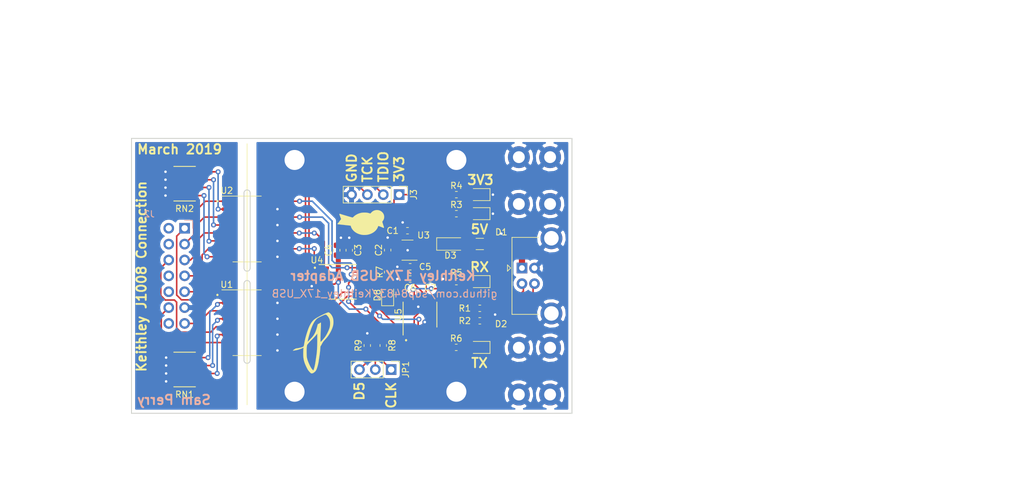
<source format=kicad_pcb>
(kicad_pcb (version 20171130) (host pcbnew 5.1.6)

  (general
    (thickness 1.6)
    (drawings 143)
    (tracks 375)
    (zones 0)
    (modules 44)
    (nets 61)
  )

  (page A)
  (layers
    (0 F.Cu signal)
    (31 B.Cu signal)
    (32 B.Adhes user)
    (33 F.Adhes user)
    (34 B.Paste user)
    (35 F.Paste user)
    (36 B.SilkS user)
    (37 F.SilkS user)
    (38 B.Mask user)
    (39 F.Mask user)
    (40 Dwgs.User user)
    (41 Cmts.User user)
    (42 Eco1.User user)
    (43 Eco2.User user)
    (44 Edge.Cuts user)
    (45 Margin user)
    (46 B.CrtYd user)
    (47 F.CrtYd user)
    (48 B.Fab user)
    (49 F.Fab user hide)
  )

  (setup
    (last_trace_width 0.25)
    (user_trace_width 0.5)
    (user_trace_width 0.8)
    (user_trace_width 1)
    (user_trace_width 1.2)
    (trace_clearance 0.2)
    (zone_clearance 0.508)
    (zone_45_only no)
    (trace_min 0.2)
    (via_size 0.8)
    (via_drill 0.4)
    (via_min_size 0.4)
    (via_min_drill 0.3)
    (uvia_size 0.3)
    (uvia_drill 0.1)
    (uvias_allowed no)
    (uvia_min_size 0.2)
    (uvia_min_drill 0.1)
    (edge_width 0.15)
    (segment_width 0.1)
    (pcb_text_width 0.3)
    (pcb_text_size 1.5 1.5)
    (mod_edge_width 0.15)
    (mod_text_size 1 1)
    (mod_text_width 0.15)
    (pad_size 5.6 5.6)
    (pad_drill 3.2)
    (pad_to_mask_clearance 0.051)
    (solder_mask_min_width 0.25)
    (aux_axis_origin 0 0)
    (visible_elements 7FFFFFFF)
    (pcbplotparams
      (layerselection 0x010fc_ffffffff)
      (usegerberextensions false)
      (usegerberattributes false)
      (usegerberadvancedattributes false)
      (creategerberjobfile false)
      (excludeedgelayer true)
      (linewidth 0.100000)
      (plotframeref false)
      (viasonmask false)
      (mode 1)
      (useauxorigin false)
      (hpglpennumber 1)
      (hpglpenspeed 20)
      (hpglpendiameter 15.000000)
      (psnegative false)
      (psa4output false)
      (plotreference true)
      (plotvalue true)
      (plotinvisibletext false)
      (padsonsilk false)
      (subtractmaskfromsilk false)
      (outputformat 1)
      (mirror false)
      (drillshape 0)
      (scaleselection 1)
      (outputdirectory "gerber/"))
  )

  (net 0 "")
  (net 1 +5V)
  (net 2 GND)
  (net 3 +3V3)
  (net 4 "Net-(D1-Pad1)")
  (net 5 /D+)
  (net 6 /D-)
  (net 7 "Net-(D3-Pad2)")
  (net 8 "Net-(D4-Pad2)")
  (net 9 "Net-(D5-Pad2)")
  (net 10 /RXLED)
  (net 11 "Net-(D6-Pad2)")
  (net 12 /TXLED)
  (net 13 "Net-(D7-Pad2)")
  (net 14 "Net-(D8-Pad2)")
  (net 15 /READ)
  (net 16 /CLK_IN)
  (net 17 /B8_IN)
  (net 18 /B4_IN)
  (net 19 /SIGN_IN)
  (net 20 /B2_IN)
  (net 21 /B1_IN)
  (net 22 GNDA)
  (net 23 /OVERRANGE_IN)
  (net 24 /D5_IN)
  (net 25 /SBWTDIO)
  (net 26 /SBWTCK)
  (net 27 "Net-(JP1-Pad1)")
  (net 28 /RATE)
  (net 29 "Net-(JP1-Pad3)")
  (net 30 "Net-(RN1-Pad5)")
  (net 31 "Net-(RN1-Pad6)")
  (net 32 "Net-(RN1-Pad7)")
  (net 33 "Net-(RN1-Pad8)")
  (net 34 "Net-(RN2-Pad8)")
  (net 35 "Net-(RN2-Pad7)")
  (net 36 "Net-(RN2-Pad6)")
  (net 37 "Net-(RN2-Pad5)")
  (net 38 /OVERRANGE)
  (net 39 /SIGN)
  (net 40 /D5)
  (net 41 /CLK)
  (net 42 /B1)
  (net 43 /B2)
  (net 44 /B4)
  (net 45 /B8)
  (net 46 /RXD)
  (net 47 /TXD)
  (net 48 /USBD_N)
  (net 49 /USBD_P)
  (net 50 /VCCIO)
  (net 51 "Net-(J2-Pad14)")
  (net 52 "Net-(J2-Pad10)")
  (net 53 "Net-(J2-Pad8)")
  (net 54 "Net-(J2-Pad4)")
  (net 55 "Net-(J2-Pad2)")
  (net 56 "Net-(U3-Pad4)")
  (net 57 "Net-(U5-Pad2)")
  (net 58 "Net-(U5-Pad6)")
  (net 59 "Net-(U5-Pad15)")
  (net 60 "Net-(U5-Pad16)")

  (net_class Default "This is the default net class."
    (clearance 0.2)
    (trace_width 0.25)
    (via_dia 0.8)
    (via_drill 0.4)
    (uvia_dia 0.3)
    (uvia_drill 0.1)
    (add_net +3V3)
    (add_net +5V)
    (add_net /B1)
    (add_net /B1_IN)
    (add_net /B2)
    (add_net /B2_IN)
    (add_net /B4)
    (add_net /B4_IN)
    (add_net /B8)
    (add_net /B8_IN)
    (add_net /CLK)
    (add_net /CLK_IN)
    (add_net /D5)
    (add_net /D5_IN)
    (add_net /OVERRANGE)
    (add_net /OVERRANGE_IN)
    (add_net /RATE)
    (add_net /READ)
    (add_net /RXD)
    (add_net /RXLED)
    (add_net /SBWTCK)
    (add_net /SBWTDIO)
    (add_net /SIGN)
    (add_net /SIGN_IN)
    (add_net /TXD)
    (add_net /TXLED)
    (add_net /USBD_N)
    (add_net /USBD_P)
    (add_net /VCCIO)
    (add_net GND)
    (add_net GNDA)
    (add_net "Net-(D1-Pad1)")
    (add_net "Net-(D4-Pad2)")
    (add_net "Net-(D5-Pad2)")
    (add_net "Net-(D6-Pad2)")
    (add_net "Net-(D7-Pad2)")
    (add_net "Net-(D8-Pad2)")
    (add_net "Net-(J2-Pad10)")
    (add_net "Net-(J2-Pad14)")
    (add_net "Net-(J2-Pad2)")
    (add_net "Net-(J2-Pad4)")
    (add_net "Net-(J2-Pad8)")
    (add_net "Net-(JP1-Pad1)")
    (add_net "Net-(JP1-Pad3)")
    (add_net "Net-(RN1-Pad5)")
    (add_net "Net-(RN1-Pad6)")
    (add_net "Net-(RN1-Pad7)")
    (add_net "Net-(RN1-Pad8)")
    (add_net "Net-(RN2-Pad5)")
    (add_net "Net-(RN2-Pad6)")
    (add_net "Net-(RN2-Pad7)")
    (add_net "Net-(RN2-Pad8)")
    (add_net "Net-(U3-Pad4)")
    (add_net "Net-(U5-Pad15)")
    (add_net "Net-(U5-Pad16)")
    (add_net "Net-(U5-Pad2)")
    (add_net "Net-(U5-Pad6)")
  )

  (net_class Power ""
    (clearance 0.2)
    (trace_width 0.8)
    (via_dia 0.8)
    (via_drill 0.4)
    (uvia_dia 0.3)
    (uvia_drill 0.1)
    (add_net "Net-(D3-Pad2)")
  )

  (net_class USB_data ""
    (clearance 0.2)
    (trace_width 0.25)
    (via_dia 0.8)
    (via_drill 0.4)
    (uvia_dia 0.3)
    (uvia_drill 0.1)
    (diff_pair_width 0.25)
    (diff_pair_gap 1.3)
    (add_net /D+)
    (add_net /D-)
  )

  (module Connector_USB:USB_B_OST_USB-B1HSxx_Horizontal locked (layer F.Cu) (tedit 5C85200C) (tstamp 5C719BC4)
    (at 132 70)
    (descr "USB B receptacle, Horizontal, through-hole, http://www.on-shore.com/wp-content/uploads/2015/09/usb-b1hsxx.pdf")
    (tags "USB-B receptacle horizontal through-hole")
    (path /5C608CE3)
    (fp_text reference J1 (at 6.76 -7.77) (layer F.SilkS) hide
      (effects (font (size 1 1) (thickness 0.15)))
    )
    (fp_text value USB_B (at 6.76 10.27) (layer F.Fab)
      (effects (font (size 1 1) (thickness 0.15)))
    )
    (fp_line (start -0.49 -4.8) (end 15.01 -4.8) (layer F.Fab) (width 0.1))
    (fp_line (start 15.01 -4.8) (end 15.01 7.3) (layer F.Fab) (width 0.1))
    (fp_line (start 15.01 7.3) (end -1.49 7.3) (layer F.Fab) (width 0.1))
    (fp_line (start -1.49 7.3) (end -1.49 -3.8) (layer F.Fab) (width 0.1))
    (fp_line (start -1.49 -3.8) (end -0.49 -4.8) (layer F.Fab) (width 0.1))
    (fp_line (start 2.66 -4.91) (end -1.6 -4.91) (layer F.SilkS) (width 0.12))
    (fp_line (start -1.6 -4.91) (end -1.6 7.41) (layer F.SilkS) (width 0.12))
    (fp_line (start -1.6 7.41) (end 2.66 7.41) (layer F.SilkS) (width 0.12))
    (fp_line (start -1.82 0) (end -2.32 -0.5) (layer F.SilkS) (width 0.12))
    (fp_line (start -2.32 -0.5) (end -2.32 0.5) (layer F.SilkS) (width 0.12))
    (fp_line (start -2.32 0.5) (end -1.82 0) (layer F.SilkS) (width 0.12))
    (fp_line (start -1.99 -7.02) (end -1.99 9.52) (layer F.CrtYd) (width 0.05))
    (fp_line (start -1.99 9.52) (end 15.51 9.52) (layer F.CrtYd) (width 0.05))
    (fp_line (start 15.51 9.52) (end 15.51 -7.02) (layer F.CrtYd) (width 0.05))
    (fp_line (start 15.51 -7.02) (end -1.99 -7.02) (layer F.CrtYd) (width 0.05))
    (fp_text user %R (at 6.76 1.25) (layer F.Fab)
      (effects (font (size 1 1) (thickness 0.15)))
    )
    (pad 1 thru_hole rect (at 0 0) (size 1.7 1.7) (drill 0.92) (layers *.Cu *.Mask)
      (net 4 "Net-(D1-Pad1)"))
    (pad 2 thru_hole circle (at 0 2.5) (size 1.7 1.7) (drill 0.92) (layers *.Cu *.Mask)
      (net 6 /D-))
    (pad 3 thru_hole circle (at 2 2.5) (size 1.7 1.7) (drill 0.92) (layers *.Cu *.Mask)
      (net 5 /D+))
    (pad 4 thru_hole circle (at 2 0) (size 1.7 1.7) (drill 0.92) (layers *.Cu *.Mask)
      (net 2 GND))
    (pad 5 thru_hole circle (at 4.71 -4.77) (size 3.5 3.5) (drill 2.33) (layers *.Cu *.Mask)
      (net 2 GND))
    (pad 5 thru_hole circle (at 4.71 7.27) (size 3.5 3.5) (drill 2.33) (layers *.Cu *.Mask)
      (net 2 GND))
    (model ${KIPRJMOD}/3d_models/USB_B_RightAngle.wrl
      (at (xyz 0 0 0))
      (scale (xyz 1 1 1))
      (rotate (xyz 0 0 0))
    )
  )

  (module Connector_PinHeader_2.54mm:PinHeader_2x07_P2.54mm_Horizontal (layer B.Cu) (tedit 5C72C924) (tstamp 5C7B1A14)
    (at 78 63.63 180)
    (descr "Through hole angled pin header, 2x07, 2.54mm pitch, 6mm pin length, double rows")
    (tags "Through hole angled pin header THT 2x07 2.54mm double row")
    (path /5C8DABE5)
    (fp_text reference J2 (at 5.655 2.27 180) (layer B.SilkS)
      (effects (font (size 1 1) (thickness 0.15)) (justify mirror))
    )
    (fp_text value "SIGNAL INPUT" (at 5.35 -7.6 270) (layer B.Fab)
      (effects (font (size 1 1) (thickness 0.15)) (justify mirror))
    )
    (fp_line (start 13.1 1.8) (end -1.8 1.8) (layer B.CrtYd) (width 0.05))
    (fp_line (start 13.1 -17.05) (end 13.1 1.8) (layer B.CrtYd) (width 0.05))
    (fp_line (start -1.8 -17.05) (end 13.1 -17.05) (layer B.CrtYd) (width 0.05))
    (fp_line (start -1.8 1.8) (end -1.8 -17.05) (layer B.CrtYd) (width 0.05))
    (fp_line (start -1.27 1.27) (end 0 1.27) (layer B.SilkS) (width 0.12))
    (fp_line (start -1.27 0) (end -1.27 1.27) (layer B.SilkS) (width 0.12))
    (fp_line (start 6.58 -15.56) (end 12.58 -15.56) (layer B.Fab) (width 0.1))
    (fp_line (start 12.58 -14.92) (end 12.58 -15.56) (layer B.Fab) (width 0.1))
    (fp_line (start 6.58 -14.92) (end 12.58 -14.92) (layer B.Fab) (width 0.1))
    (fp_line (start -0.32 -15.56) (end 4.04 -15.56) (layer B.Fab) (width 0.1))
    (fp_line (start -0.32 -14.92) (end -0.32 -15.56) (layer B.Fab) (width 0.1))
    (fp_line (start -0.32 -14.92) (end 4.04 -14.92) (layer B.Fab) (width 0.1))
    (fp_line (start 6.58 -13.02) (end 12.58 -13.02) (layer B.Fab) (width 0.1))
    (fp_line (start 12.58 -12.38) (end 12.58 -13.02) (layer B.Fab) (width 0.1))
    (fp_line (start 6.58 -12.38) (end 12.58 -12.38) (layer B.Fab) (width 0.1))
    (fp_line (start -0.32 -13.02) (end 4.04 -13.02) (layer B.Fab) (width 0.1))
    (fp_line (start -0.32 -12.38) (end -0.32 -13.02) (layer B.Fab) (width 0.1))
    (fp_line (start -0.32 -12.38) (end 4.04 -12.38) (layer B.Fab) (width 0.1))
    (fp_line (start 6.58 -10.48) (end 12.58 -10.48) (layer B.Fab) (width 0.1))
    (fp_line (start 12.58 -9.84) (end 12.58 -10.48) (layer B.Fab) (width 0.1))
    (fp_line (start 6.58 -9.84) (end 12.58 -9.84) (layer B.Fab) (width 0.1))
    (fp_line (start -0.32 -10.48) (end 4.04 -10.48) (layer B.Fab) (width 0.1))
    (fp_line (start -0.32 -9.84) (end -0.32 -10.48) (layer B.Fab) (width 0.1))
    (fp_line (start -0.32 -9.84) (end 4.04 -9.84) (layer B.Fab) (width 0.1))
    (fp_line (start 6.58 -7.94) (end 12.58 -7.94) (layer B.Fab) (width 0.1))
    (fp_line (start 12.58 -7.3) (end 12.58 -7.94) (layer B.Fab) (width 0.1))
    (fp_line (start 6.58 -7.3) (end 12.58 -7.3) (layer B.Fab) (width 0.1))
    (fp_line (start -0.32 -7.94) (end 4.04 -7.94) (layer B.Fab) (width 0.1))
    (fp_line (start -0.32 -7.3) (end -0.32 -7.94) (layer B.Fab) (width 0.1))
    (fp_line (start -0.32 -7.3) (end 4.04 -7.3) (layer B.Fab) (width 0.1))
    (fp_line (start 6.58 -5.4) (end 12.58 -5.4) (layer B.Fab) (width 0.1))
    (fp_line (start 12.58 -4.76) (end 12.58 -5.4) (layer B.Fab) (width 0.1))
    (fp_line (start 6.58 -4.76) (end 12.58 -4.76) (layer B.Fab) (width 0.1))
    (fp_line (start -0.32 -5.4) (end 4.04 -5.4) (layer B.Fab) (width 0.1))
    (fp_line (start -0.32 -4.76) (end -0.32 -5.4) (layer B.Fab) (width 0.1))
    (fp_line (start -0.32 -4.76) (end 4.04 -4.76) (layer B.Fab) (width 0.1))
    (fp_line (start 6.58 -2.86) (end 12.58 -2.86) (layer B.Fab) (width 0.1))
    (fp_line (start 12.58 -2.22) (end 12.58 -2.86) (layer B.Fab) (width 0.1))
    (fp_line (start 6.58 -2.22) (end 12.58 -2.22) (layer B.Fab) (width 0.1))
    (fp_line (start -0.32 -2.86) (end 4.04 -2.86) (layer B.Fab) (width 0.1))
    (fp_line (start -0.32 -2.22) (end -0.32 -2.86) (layer B.Fab) (width 0.1))
    (fp_line (start -0.32 -2.22) (end 4.04 -2.22) (layer B.Fab) (width 0.1))
    (fp_line (start 6.58 -0.32) (end 12.58 -0.32) (layer B.Fab) (width 0.1))
    (fp_line (start 12.58 0.32) (end 12.58 -0.32) (layer B.Fab) (width 0.1))
    (fp_line (start 6.58 0.32) (end 12.58 0.32) (layer B.Fab) (width 0.1))
    (fp_line (start -0.32 -0.32) (end 4.04 -0.32) (layer B.Fab) (width 0.1))
    (fp_line (start -0.32 0.32) (end -0.32 -0.32) (layer B.Fab) (width 0.1))
    (fp_line (start -0.32 0.32) (end 4.04 0.32) (layer B.Fab) (width 0.1))
    (fp_line (start 4.04 0.635) (end 4.675 1.27) (layer B.Fab) (width 0.1))
    (fp_line (start 4.04 -16.51) (end 4.04 0.635) (layer B.Fab) (width 0.1))
    (fp_line (start 6.58 -16.51) (end 4.04 -16.51) (layer B.Fab) (width 0.1))
    (fp_line (start 6.58 1.27) (end 6.58 -16.51) (layer B.Fab) (width 0.1))
    (fp_line (start 4.675 1.27) (end 6.58 1.27) (layer B.Fab) (width 0.1))
    (fp_text user %R (at 5.31 -7.62 90) (layer B.Fab)
      (effects (font (size 1 1) (thickness 0.15)) (justify mirror))
    )
    (pad 14 thru_hole oval (at 2.54 -15.24 180) (size 1.7 1.7) (drill 1) (layers *.Cu *.Mask)
      (net 51 "Net-(J2-Pad14)"))
    (pad 13 thru_hole oval (at 0 -15.24 180) (size 1.7 1.7) (drill 1) (layers *.Cu *.Mask)
      (net 24 /D5_IN))
    (pad 12 thru_hole oval (at 2.54 -12.7 180) (size 1.7 1.7) (drill 1) (layers *.Cu *.Mask)
      (net 23 /OVERRANGE_IN))
    (pad 11 thru_hole oval (at 0 -12.7 180) (size 1.7 1.7) (drill 1) (layers *.Cu *.Mask)
      (net 22 GNDA))
    (pad 10 thru_hole oval (at 2.54 -10.16 180) (size 1.7 1.7) (drill 1) (layers *.Cu *.Mask)
      (net 52 "Net-(J2-Pad10)"))
    (pad 9 thru_hole oval (at 0 -10.16 180) (size 1.7 1.7) (drill 1) (layers *.Cu *.Mask)
      (net 21 /B1_IN))
    (pad 8 thru_hole oval (at 2.54 -7.62 180) (size 1.7 1.7) (drill 1) (layers *.Cu *.Mask)
      (net 53 "Net-(J2-Pad8)"))
    (pad 7 thru_hole oval (at 0 -7.62 180) (size 1.7 1.7) (drill 1) (layers *.Cu *.Mask)
      (net 20 /B2_IN))
    (pad 6 thru_hole oval (at 2.54 -5.08 180) (size 1.7 1.7) (drill 1) (layers *.Cu *.Mask)
      (net 19 /SIGN_IN))
    (pad 5 thru_hole oval (at 0 -5.08 180) (size 1.7 1.7) (drill 1) (layers *.Cu *.Mask)
      (net 18 /B4_IN))
    (pad 4 thru_hole oval (at 2.54 -2.54 180) (size 1.7 1.7) (drill 1) (layers *.Cu *.Mask)
      (net 54 "Net-(J2-Pad4)"))
    (pad 3 thru_hole oval (at 0 -2.54 180) (size 1.7 1.7) (drill 1) (layers *.Cu *.Mask)
      (net 17 /B8_IN))
    (pad 2 thru_hole oval (at 2.54 0 180) (size 1.7 1.7) (drill 1) (layers *.Cu *.Mask)
      (net 55 "Net-(J2-Pad2)"))
    (pad 1 thru_hole rect (at 0 0 180) (size 1.7 1.7) (drill 1) (layers *.Cu *.Mask)
      (net 16 /CLK_IN))
    (model ${KIPRJMOD}/3d_models/Header_14pos_2rows_RightAngle_Shrouded.wrl
      (at (xyz 0 0 0))
      (scale (xyz 1 1 1))
      (rotate (xyz 0 0 0))
    )
  )

  (module Capacitor_SMD:C_0603_1608Metric (layer F.Cu) (tedit 5B301BBE) (tstamp 5C7B1843)
    (at 113.675 64.025 180)
    (descr "Capacitor SMD 0603 (1608 Metric), square (rectangular) end terminal, IPC_7351 nominal, (Body size source: http://www.tortai-tech.com/upload/download/2011102023233369053.pdf), generated with kicad-footprint-generator")
    (tags capacitor)
    (path /5C7B3482)
    (attr smd)
    (fp_text reference C1 (at 2.375 0 180) (layer F.SilkS)
      (effects (font (size 1 1) (thickness 0.15)))
    )
    (fp_text value 1uF (at 0 1.43 180) (layer F.Fab)
      (effects (font (size 1 1) (thickness 0.15)))
    )
    (fp_line (start -0.8 0.4) (end -0.8 -0.4) (layer F.Fab) (width 0.1))
    (fp_line (start -0.8 -0.4) (end 0.8 -0.4) (layer F.Fab) (width 0.1))
    (fp_line (start 0.8 -0.4) (end 0.8 0.4) (layer F.Fab) (width 0.1))
    (fp_line (start 0.8 0.4) (end -0.8 0.4) (layer F.Fab) (width 0.1))
    (fp_line (start -0.162779 -0.51) (end 0.162779 -0.51) (layer F.SilkS) (width 0.12))
    (fp_line (start -0.162779 0.51) (end 0.162779 0.51) (layer F.SilkS) (width 0.12))
    (fp_line (start -1.48 0.73) (end -1.48 -0.73) (layer F.CrtYd) (width 0.05))
    (fp_line (start -1.48 -0.73) (end 1.48 -0.73) (layer F.CrtYd) (width 0.05))
    (fp_line (start 1.48 -0.73) (end 1.48 0.73) (layer F.CrtYd) (width 0.05))
    (fp_line (start 1.48 0.73) (end -1.48 0.73) (layer F.CrtYd) (width 0.05))
    (fp_text user %R (at 0 0 180) (layer F.Fab)
      (effects (font (size 0.4 0.4) (thickness 0.06)))
    )
    (pad 1 smd roundrect (at -0.7875 0 180) (size 0.875 0.95) (layers F.Cu F.Paste F.Mask) (roundrect_rratio 0.25)
      (net 1 +5V))
    (pad 2 smd roundrect (at 0.7875 0 180) (size 0.875 0.95) (layers F.Cu F.Paste F.Mask) (roundrect_rratio 0.25)
      (net 2 GND))
    (model ${KISYS3DMOD}/Capacitor_SMD.3dshapes/C_0603_1608Metric.wrl
      (at (xyz 0 0 0))
      (scale (xyz 1 1 1))
      (rotate (xyz 0 0 0))
    )
  )

  (module Capacitor_SMD:C_0603_1608Metric (layer F.Cu) (tedit 5B301BBE) (tstamp 5C7B1854)
    (at 110.5 67.125 90)
    (descr "Capacitor SMD 0603 (1608 Metric), square (rectangular) end terminal, IPC_7351 nominal, (Body size source: http://www.tortai-tech.com/upload/download/2011102023233369053.pdf), generated with kicad-footprint-generator")
    (tags capacitor)
    (path /5C7D99FD)
    (attr smd)
    (fp_text reference C2 (at 0 -1.43 90) (layer F.SilkS)
      (effects (font (size 1 1) (thickness 0.15)))
    )
    (fp_text value 1uF (at 0 1.43 90) (layer F.Fab)
      (effects (font (size 1 1) (thickness 0.15)))
    )
    (fp_line (start -0.8 0.4) (end -0.8 -0.4) (layer F.Fab) (width 0.1))
    (fp_line (start -0.8 -0.4) (end 0.8 -0.4) (layer F.Fab) (width 0.1))
    (fp_line (start 0.8 -0.4) (end 0.8 0.4) (layer F.Fab) (width 0.1))
    (fp_line (start 0.8 0.4) (end -0.8 0.4) (layer F.Fab) (width 0.1))
    (fp_line (start -0.162779 -0.51) (end 0.162779 -0.51) (layer F.SilkS) (width 0.12))
    (fp_line (start -0.162779 0.51) (end 0.162779 0.51) (layer F.SilkS) (width 0.12))
    (fp_line (start -1.48 0.73) (end -1.48 -0.73) (layer F.CrtYd) (width 0.05))
    (fp_line (start -1.48 -0.73) (end 1.48 -0.73) (layer F.CrtYd) (width 0.05))
    (fp_line (start 1.48 -0.73) (end 1.48 0.73) (layer F.CrtYd) (width 0.05))
    (fp_line (start 1.48 0.73) (end -1.48 0.73) (layer F.CrtYd) (width 0.05))
    (fp_text user %R (at 0 0 90) (layer F.Fab)
      (effects (font (size 0.4 0.4) (thickness 0.06)))
    )
    (pad 1 smd roundrect (at -0.7875 0 90) (size 0.875 0.95) (layers F.Cu F.Paste F.Mask) (roundrect_rratio 0.25)
      (net 3 +3V3))
    (pad 2 smd roundrect (at 0.7875 0 90) (size 0.875 0.95) (layers F.Cu F.Paste F.Mask) (roundrect_rratio 0.25)
      (net 2 GND))
    (model ${KISYS3DMOD}/Capacitor_SMD.3dshapes/C_0603_1608Metric.wrl
      (at (xyz 0 0 0))
      (scale (xyz 1 1 1))
      (rotate (xyz 0 0 0))
    )
  )

  (module Capacitor_SMD:C_0603_1608Metric (layer F.Cu) (tedit 5B301BBE) (tstamp 5C7881FB)
    (at 104.35 67.15 90)
    (descr "Capacitor SMD 0603 (1608 Metric), square (rectangular) end terminal, IPC_7351 nominal, (Body size source: http://www.tortai-tech.com/upload/download/2011102023233369053.pdf), generated with kicad-footprint-generator")
    (tags capacitor)
    (path /5C77169F)
    (attr smd)
    (fp_text reference C3 (at 0 1.4 90) (layer F.SilkS)
      (effects (font (size 1 1) (thickness 0.15)))
    )
    (fp_text value 1uF (at 0 1.43 90) (layer F.Fab)
      (effects (font (size 1 1) (thickness 0.15)))
    )
    (fp_line (start -0.8 0.4) (end -0.8 -0.4) (layer F.Fab) (width 0.1))
    (fp_line (start -0.8 -0.4) (end 0.8 -0.4) (layer F.Fab) (width 0.1))
    (fp_line (start 0.8 -0.4) (end 0.8 0.4) (layer F.Fab) (width 0.1))
    (fp_line (start 0.8 0.4) (end -0.8 0.4) (layer F.Fab) (width 0.1))
    (fp_line (start -0.162779 -0.51) (end 0.162779 -0.51) (layer F.SilkS) (width 0.12))
    (fp_line (start -0.162779 0.51) (end 0.162779 0.51) (layer F.SilkS) (width 0.12))
    (fp_line (start -1.48 0.73) (end -1.48 -0.73) (layer F.CrtYd) (width 0.05))
    (fp_line (start -1.48 -0.73) (end 1.48 -0.73) (layer F.CrtYd) (width 0.05))
    (fp_line (start 1.48 -0.73) (end 1.48 0.73) (layer F.CrtYd) (width 0.05))
    (fp_line (start 1.48 0.73) (end -1.48 0.73) (layer F.CrtYd) (width 0.05))
    (fp_text user %R (at 0 0 90) (layer F.Fab)
      (effects (font (size 0.4 0.4) (thickness 0.06)))
    )
    (pad 1 smd roundrect (at -0.7875 0 90) (size 0.875 0.95) (layers F.Cu F.Paste F.Mask) (roundrect_rratio 0.25)
      (net 3 +3V3))
    (pad 2 smd roundrect (at 0.7875 0 90) (size 0.875 0.95) (layers F.Cu F.Paste F.Mask) (roundrect_rratio 0.25)
      (net 2 GND))
    (model ${KISYS3DMOD}/Capacitor_SMD.3dshapes/C_0603_1608Metric.wrl
      (at (xyz 0 0 0))
      (scale (xyz 1 1 1))
      (rotate (xyz 0 0 0))
    )
  )

  (module Capacitor_SMD:C_0603_1608Metric (layer F.Cu) (tedit 5B301BBE) (tstamp 5C7881CB)
    (at 102.35 67.15 90)
    (descr "Capacitor SMD 0603 (1608 Metric), square (rectangular) end terminal, IPC_7351 nominal, (Body size source: http://www.tortai-tech.com/upload/download/2011102023233369053.pdf), generated with kicad-footprint-generator")
    (tags capacitor)
    (path /5C72FA8E)
    (attr smd)
    (fp_text reference C4 (at 0 -1.325 90) (layer F.SilkS)
      (effects (font (size 1 1) (thickness 0.15)))
    )
    (fp_text value 100nF (at 0 1.43 90) (layer F.Fab)
      (effects (font (size 1 1) (thickness 0.15)))
    )
    (fp_line (start 1.48 0.73) (end -1.48 0.73) (layer F.CrtYd) (width 0.05))
    (fp_line (start 1.48 -0.73) (end 1.48 0.73) (layer F.CrtYd) (width 0.05))
    (fp_line (start -1.48 -0.73) (end 1.48 -0.73) (layer F.CrtYd) (width 0.05))
    (fp_line (start -1.48 0.73) (end -1.48 -0.73) (layer F.CrtYd) (width 0.05))
    (fp_line (start -0.162779 0.51) (end 0.162779 0.51) (layer F.SilkS) (width 0.12))
    (fp_line (start -0.162779 -0.51) (end 0.162779 -0.51) (layer F.SilkS) (width 0.12))
    (fp_line (start 0.8 0.4) (end -0.8 0.4) (layer F.Fab) (width 0.1))
    (fp_line (start 0.8 -0.4) (end 0.8 0.4) (layer F.Fab) (width 0.1))
    (fp_line (start -0.8 -0.4) (end 0.8 -0.4) (layer F.Fab) (width 0.1))
    (fp_line (start -0.8 0.4) (end -0.8 -0.4) (layer F.Fab) (width 0.1))
    (fp_text user %R (at 0 0 90) (layer F.Fab)
      (effects (font (size 0.4 0.4) (thickness 0.06)))
    )
    (pad 2 smd roundrect (at 0.7875 0 90) (size 0.875 0.95) (layers F.Cu F.Paste F.Mask) (roundrect_rratio 0.25)
      (net 2 GND))
    (pad 1 smd roundrect (at -0.7875 0 90) (size 0.875 0.95) (layers F.Cu F.Paste F.Mask) (roundrect_rratio 0.25)
      (net 3 +3V3))
    (model ${KISYS3DMOD}/Capacitor_SMD.3dshapes/C_0603_1608Metric.wrl
      (at (xyz 0 0 0))
      (scale (xyz 1 1 1))
      (rotate (xyz 0 0 0))
    )
  )

  (module Capacitor_SMD:C_0603_1608Metric (layer F.Cu) (tedit 5B301BBE) (tstamp 5C7B1887)
    (at 114.1 69.8 180)
    (descr "Capacitor SMD 0603 (1608 Metric), square (rectangular) end terminal, IPC_7351 nominal, (Body size source: http://www.tortai-tech.com/upload/download/2011102023233369053.pdf), generated with kicad-footprint-generator")
    (tags capacitor)
    (path /5C614D36)
    (attr smd)
    (fp_text reference C5 (at -2.4 0 180) (layer F.SilkS)
      (effects (font (size 1 1) (thickness 0.15)))
    )
    (fp_text value 100nF (at 0 1.43 180) (layer F.Fab)
      (effects (font (size 1 1) (thickness 0.15)))
    )
    (fp_line (start 1.48 0.73) (end -1.48 0.73) (layer F.CrtYd) (width 0.05))
    (fp_line (start 1.48 -0.73) (end 1.48 0.73) (layer F.CrtYd) (width 0.05))
    (fp_line (start -1.48 -0.73) (end 1.48 -0.73) (layer F.CrtYd) (width 0.05))
    (fp_line (start -1.48 0.73) (end -1.48 -0.73) (layer F.CrtYd) (width 0.05))
    (fp_line (start -0.162779 0.51) (end 0.162779 0.51) (layer F.SilkS) (width 0.12))
    (fp_line (start -0.162779 -0.51) (end 0.162779 -0.51) (layer F.SilkS) (width 0.12))
    (fp_line (start 0.8 0.4) (end -0.8 0.4) (layer F.Fab) (width 0.1))
    (fp_line (start 0.8 -0.4) (end 0.8 0.4) (layer F.Fab) (width 0.1))
    (fp_line (start -0.8 -0.4) (end 0.8 -0.4) (layer F.Fab) (width 0.1))
    (fp_line (start -0.8 0.4) (end -0.8 -0.4) (layer F.Fab) (width 0.1))
    (fp_text user %R (at 0 0 180) (layer F.Fab)
      (effects (font (size 0.4 0.4) (thickness 0.06)))
    )
    (pad 2 smd roundrect (at 0.7875 0 180) (size 0.875 0.95) (layers F.Cu F.Paste F.Mask) (roundrect_rratio 0.25)
      (net 2 GND))
    (pad 1 smd roundrect (at -0.7875 0 180) (size 0.875 0.95) (layers F.Cu F.Paste F.Mask) (roundrect_rratio 0.25)
      (net 1 +5V))
    (model ${KISYS3DMOD}/Capacitor_SMD.3dshapes/C_0603_1608Metric.wrl
      (at (xyz 0 0 0))
      (scale (xyz 1 1 1))
      (rotate (xyz 0 0 0))
    )
  )

  (module Capacitor_SMD:C_0603_1608Metric (layer F.Cu) (tedit 5B301BBE) (tstamp 5C7B1898)
    (at 114.1 71.75 180)
    (descr "Capacitor SMD 0603 (1608 Metric), square (rectangular) end terminal, IPC_7351 nominal, (Body size source: http://www.tortai-tech.com/upload/download/2011102023233369053.pdf), generated with kicad-footprint-generator")
    (tags capacitor)
    (path /5C614CEF)
    (attr smd)
    (fp_text reference C6 (at 0 -1.4 180) (layer F.SilkS)
      (effects (font (size 1 1) (thickness 0.15)))
    )
    (fp_text value 4.7uF (at 0 1.43 180) (layer F.Fab)
      (effects (font (size 1 1) (thickness 0.15)))
    )
    (fp_line (start -0.8 0.4) (end -0.8 -0.4) (layer F.Fab) (width 0.1))
    (fp_line (start -0.8 -0.4) (end 0.8 -0.4) (layer F.Fab) (width 0.1))
    (fp_line (start 0.8 -0.4) (end 0.8 0.4) (layer F.Fab) (width 0.1))
    (fp_line (start 0.8 0.4) (end -0.8 0.4) (layer F.Fab) (width 0.1))
    (fp_line (start -0.162779 -0.51) (end 0.162779 -0.51) (layer F.SilkS) (width 0.12))
    (fp_line (start -0.162779 0.51) (end 0.162779 0.51) (layer F.SilkS) (width 0.12))
    (fp_line (start -1.48 0.73) (end -1.48 -0.73) (layer F.CrtYd) (width 0.05))
    (fp_line (start -1.48 -0.73) (end 1.48 -0.73) (layer F.CrtYd) (width 0.05))
    (fp_line (start 1.48 -0.73) (end 1.48 0.73) (layer F.CrtYd) (width 0.05))
    (fp_line (start 1.48 0.73) (end -1.48 0.73) (layer F.CrtYd) (width 0.05))
    (fp_text user %R (at 0 0 180) (layer F.Fab)
      (effects (font (size 0.4 0.4) (thickness 0.06)))
    )
    (pad 1 smd roundrect (at -0.7875 0 180) (size 0.875 0.95) (layers F.Cu F.Paste F.Mask) (roundrect_rratio 0.25)
      (net 1 +5V))
    (pad 2 smd roundrect (at 0.7875 0 180) (size 0.875 0.95) (layers F.Cu F.Paste F.Mask) (roundrect_rratio 0.25)
      (net 2 GND))
    (model ${KISYS3DMOD}/Capacitor_SMD.3dshapes/C_0603_1608Metric.wrl
      (at (xyz 0 0 0))
      (scale (xyz 1 1 1))
      (rotate (xyz 0 0 0))
    )
  )

  (module Capacitor_SMD:C_0603_1608Metric (layer F.Cu) (tedit 5B301BBE) (tstamp 5C7B18A9)
    (at 117.3 71.75)
    (descr "Capacitor SMD 0603 (1608 Metric), square (rectangular) end terminal, IPC_7351 nominal, (Body size source: http://www.tortai-tech.com/upload/download/2011102023233369053.pdf), generated with kicad-footprint-generator")
    (tags capacitor)
    (path /5C60ED80)
    (attr smd)
    (fp_text reference C7 (at 0 1.4) (layer F.SilkS)
      (effects (font (size 1 1) (thickness 0.15)))
    )
    (fp_text value 100nF (at 0 1.43) (layer F.Fab)
      (effects (font (size 1 1) (thickness 0.15)))
    )
    (fp_line (start 1.48 0.73) (end -1.48 0.73) (layer F.CrtYd) (width 0.05))
    (fp_line (start 1.48 -0.73) (end 1.48 0.73) (layer F.CrtYd) (width 0.05))
    (fp_line (start -1.48 -0.73) (end 1.48 -0.73) (layer F.CrtYd) (width 0.05))
    (fp_line (start -1.48 0.73) (end -1.48 -0.73) (layer F.CrtYd) (width 0.05))
    (fp_line (start -0.162779 0.51) (end 0.162779 0.51) (layer F.SilkS) (width 0.12))
    (fp_line (start -0.162779 -0.51) (end 0.162779 -0.51) (layer F.SilkS) (width 0.12))
    (fp_line (start 0.8 0.4) (end -0.8 0.4) (layer F.Fab) (width 0.1))
    (fp_line (start 0.8 -0.4) (end 0.8 0.4) (layer F.Fab) (width 0.1))
    (fp_line (start -0.8 -0.4) (end 0.8 -0.4) (layer F.Fab) (width 0.1))
    (fp_line (start -0.8 0.4) (end -0.8 -0.4) (layer F.Fab) (width 0.1))
    (fp_text user %R (at 0 0) (layer F.Fab)
      (effects (font (size 0.4 0.4) (thickness 0.06)))
    )
    (pad 2 smd roundrect (at 0.7875 0) (size 0.875 0.95) (layers F.Cu F.Paste F.Mask) (roundrect_rratio 0.25)
      (net 2 GND))
    (pad 1 smd roundrect (at -0.7875 0) (size 0.875 0.95) (layers F.Cu F.Paste F.Mask) (roundrect_rratio 0.25)
      (net 50 /VCCIO))
    (model ${KISYS3DMOD}/Capacitor_SMD.3dshapes/C_0603_1608Metric.wrl
      (at (xyz 0 0 0))
      (scale (xyz 1 1 1))
      (rotate (xyz 0 0 0))
    )
  )

  (module TI_TVSDiode:TI_PX1SON_DPY (layer F.Cu) (tedit 5C67625C) (tstamp 5C829484)
    (at 128.7 65.55 90)
    (path /5C64F629)
    (fp_text reference D1 (at 1.3 0) (layer F.SilkS)
      (effects (font (size 1 1) (thickness 0.15)))
    )
    (fp_text value TPD1E10B06 (at 0 -1.3 90) (layer F.Fab)
      (effects (font (size 1 1) (thickness 0.15)))
    )
    (fp_line (start -0.55 -0.35) (end 0.55 -0.35) (layer F.Fab) (width 0.05))
    (fp_line (start 0.55 -0.35) (end 0.55 0.35) (layer F.Fab) (width 0.05))
    (fp_line (start 0.55 0.35) (end -0.55 0.35) (layer F.Fab) (width 0.05))
    (fp_line (start -0.55 0.35) (end -0.55 -0.35) (layer F.Fab) (width 0.05))
    (pad 1 smd roundrect (at -0.35 0 90) (size 0.3 0.55) (layers F.Cu F.Paste F.Mask) (roundrect_rratio 0.25)
      (net 4 "Net-(D1-Pad1)"))
    (pad 2 smd roundrect (at 0.35 0 90) (size 0.3 0.55) (layers F.Cu F.Paste F.Mask) (roundrect_rratio 0.25)
      (net 2 GND))
    (model ${KIPRJMOD}/3d_models/TI_PX1SON.wrl
      (at (xyz 0 0 0))
      (scale (xyz 1 1 1))
      (rotate (xyz 0 0 0))
    )
  )

  (module TI_TVSDiode:TI_DMX_X2SON (layer F.Cu) (tedit 5C675D78) (tstamp 5C7B18BE)
    (at 128.65 77.45)
    (path /5C69A66C)
    (fp_text reference D2 (at 0 1.5) (layer F.SilkS)
      (effects (font (size 1 1) (thickness 0.15)))
    )
    (fp_text value ESD122DMXR (at 0 -1.5) (layer F.Fab)
      (effects (font (size 1 1) (thickness 0.15)))
    )
    (fp_line (start -0.35 -0.55) (end 0.35 -0.55) (layer F.CrtYd) (width 0.05))
    (fp_line (start 0.35 -0.55) (end 0.35 0.55) (layer F.CrtYd) (width 0.05))
    (fp_line (start 0.35 0.55) (end -0.35 0.55) (layer F.CrtYd) (width 0.05))
    (fp_line (start -0.35 0.55) (end -0.35 -0.55) (layer F.CrtYd) (width 0.05))
    (pad 1 smd roundrect (at -0.15 0) (size 0.2 0.2) (layers F.Cu F.Paste F.Mask) (roundrect_rratio 0.25)
      (net 2 GND))
    (pad 2 smd roundrect (at 0.15 0.34) (size 0.2 0.2) (layers F.Cu F.Paste F.Mask) (roundrect_rratio 0.25)
      (net 5 /D+))
    (pad 3 smd roundrect (at 0.15 -0.34) (size 0.2 0.2) (layers F.Cu F.Paste F.Mask) (roundrect_rratio 0.25)
      (net 6 /D-))
    (model ${KIPRJMOD}/3d_models/TI_XSON_DMX.wrl
      (at (xyz 0 0 0))
      (scale (xyz 1 1 1))
      (rotate (xyz 0 0 0))
    )
  )

  (module SMC_Diodes:D_SOD-123FL (layer F.Cu) (tedit 5C6B04D3) (tstamp 5C74748A)
    (at 120.55 66.15)
    (descr D_SOD-123FL)
    (tags D_SOD-123FL)
    (path /5C6ED408)
    (attr smd)
    (fp_text reference D3 (at 0 1.825) (layer F.SilkS)
      (effects (font (size 1 1) (thickness 0.15)))
    )
    (fp_text value DSS16UTR (at 0 2.1) (layer F.Fab)
      (effects (font (size 1 1) (thickness 0.15)))
    )
    (fp_line (start -2.2 -1) (end -2.2 1) (layer F.SilkS) (width 0.12))
    (fp_line (start 0.25 0) (end 0.75 0) (layer F.Fab) (width 0.1))
    (fp_line (start 0.25 0.4) (end -0.35 0) (layer F.Fab) (width 0.1))
    (fp_line (start 0.25 -0.4) (end 0.25 0.4) (layer F.Fab) (width 0.1))
    (fp_line (start -0.35 0) (end 0.25 -0.4) (layer F.Fab) (width 0.1))
    (fp_line (start -0.35 0) (end -0.35 0.55) (layer F.Fab) (width 0.1))
    (fp_line (start -0.35 0) (end -0.35 -0.55) (layer F.Fab) (width 0.1))
    (fp_line (start -0.75 0) (end -0.35 0) (layer F.Fab) (width 0.1))
    (fp_line (start -1.4 0.9) (end -1.4 -0.9) (layer F.Fab) (width 0.1))
    (fp_line (start 1.4 0.9) (end -1.4 0.9) (layer F.Fab) (width 0.1))
    (fp_line (start 1.4 -0.9) (end 1.4 0.9) (layer F.Fab) (width 0.1))
    (fp_line (start -1.4 -0.9) (end 1.4 -0.9) (layer F.Fab) (width 0.1))
    (fp_line (start -2.2 -1.15) (end 2.2 -1.15) (layer F.CrtYd) (width 0.05))
    (fp_line (start 2.2 -1.15) (end 2.2 1.15) (layer F.CrtYd) (width 0.05))
    (fp_line (start 2.2 1.15) (end -2.2 1.15) (layer F.CrtYd) (width 0.05))
    (fp_line (start -2.2 -1.15) (end -2.2 1.15) (layer F.CrtYd) (width 0.05))
    (fp_line (start -2.2 1) (end 1.65 1) (layer F.SilkS) (width 0.12))
    (fp_line (start -2.2 -1) (end 1.65 -1) (layer F.SilkS) (width 0.12))
    (fp_text user %R (at -0.127 -1.905) (layer F.Fab)
      (effects (font (size 1 1) (thickness 0.15)))
    )
    (pad 1 smd rect (at -1.55 0) (size 1.15 1.3) (layers F.Cu F.Paste F.Mask)
      (net 1 +5V))
    (pad 2 smd rect (at 1.55 0) (size 1.15 1.3) (layers F.Cu F.Paste F.Mask)
      (net 7 "Net-(D3-Pad2)"))
    (model ${KIPRJMOD}/3d_models/SMC_DSS16UTR.wrl
      (at (xyz 0 0 0))
      (scale (xyz 1 1 1))
      (rotate (xyz 0 0 0))
    )
  )

  (module LED_SMD:LED_0805_2012Metric (layer F.Cu) (tedit 5C852194) (tstamp 5C75B60E)
    (at 125.2 61.3 180)
    (descr "LED SMD 0805 (2012 Metric), square (rectangular) end terminal, IPC_7351 nominal, (Body size source: https://docs.google.com/spreadsheets/d/1BsfQQcO9C6DZCsRaXUlFlo91Tg2WpOkGARC1WS5S8t0/edit?usp=sharing), generated with kicad-footprint-generator")
    (tags diode)
    (path /5CF89E52)
    (attr smd)
    (fp_text reference D4 (at 0 0 180) (layer F.SilkS) hide
      (effects (font (size 1 1) (thickness 0.15)))
    )
    (fp_text value 5V (at 0 1.65 180) (layer F.Fab)
      (effects (font (size 1 1) (thickness 0.15)))
    )
    (fp_line (start 1 -0.6) (end -0.7 -0.6) (layer F.Fab) (width 0.1))
    (fp_line (start -0.7 -0.6) (end -1 -0.3) (layer F.Fab) (width 0.1))
    (fp_line (start -1 -0.3) (end -1 0.6) (layer F.Fab) (width 0.1))
    (fp_line (start -1 0.6) (end 1 0.6) (layer F.Fab) (width 0.1))
    (fp_line (start 1 0.6) (end 1 -0.6) (layer F.Fab) (width 0.1))
    (fp_line (start 1 -0.96) (end -1.685 -0.96) (layer F.SilkS) (width 0.12))
    (fp_line (start -1.685 -0.96) (end -1.685 0.96) (layer F.SilkS) (width 0.12))
    (fp_line (start -1.685 0.96) (end 1 0.96) (layer F.SilkS) (width 0.12))
    (fp_line (start -1.68 0.95) (end -1.68 -0.95) (layer F.CrtYd) (width 0.05))
    (fp_line (start -1.68 -0.95) (end 1.68 -0.95) (layer F.CrtYd) (width 0.05))
    (fp_line (start 1.68 -0.95) (end 1.68 0.95) (layer F.CrtYd) (width 0.05))
    (fp_line (start 1.68 0.95) (end -1.68 0.95) (layer F.CrtYd) (width 0.05))
    (fp_text user %R (at 0 0 180) (layer F.Fab)
      (effects (font (size 0.5 0.5) (thickness 0.08)))
    )
    (pad 1 smd roundrect (at -0.9375 0 180) (size 0.975 1.4) (layers F.Cu F.Paste F.Mask) (roundrect_rratio 0.25)
      (net 2 GND))
    (pad 2 smd roundrect (at 0.9375 0 180) (size 0.975 1.4) (layers F.Cu F.Paste F.Mask) (roundrect_rratio 0.25)
      (net 8 "Net-(D4-Pad2)"))
    (model ${KISYS3DMOD}/LED_SMD.3dshapes/LED_0805_2012Metric.wrl
      (at (xyz 0 0 0))
      (scale (xyz 1 1 1))
      (rotate (xyz 0 0 0))
    )
  )

  (module LED_SMD:LED_0805_2012Metric (layer F.Cu) (tedit 5C85219E) (tstamp 5C75B644)
    (at 125.2 58.25 180)
    (descr "LED SMD 0805 (2012 Metric), square (rectangular) end terminal, IPC_7351 nominal, (Body size source: https://docs.google.com/spreadsheets/d/1BsfQQcO9C6DZCsRaXUlFlo91Tg2WpOkGARC1WS5S8t0/edit?usp=sharing), generated with kicad-footprint-generator")
    (tags diode)
    (path /5CF957E3)
    (attr smd)
    (fp_text reference D5 (at 0 0 180) (layer F.SilkS) hide
      (effects (font (size 1 1) (thickness 0.15)))
    )
    (fp_text value 3V3 (at 0 1.65 180) (layer F.Fab)
      (effects (font (size 1 1) (thickness 0.15)))
    )
    (fp_line (start 1 -0.6) (end -0.7 -0.6) (layer F.Fab) (width 0.1))
    (fp_line (start -0.7 -0.6) (end -1 -0.3) (layer F.Fab) (width 0.1))
    (fp_line (start -1 -0.3) (end -1 0.6) (layer F.Fab) (width 0.1))
    (fp_line (start -1 0.6) (end 1 0.6) (layer F.Fab) (width 0.1))
    (fp_line (start 1 0.6) (end 1 -0.6) (layer F.Fab) (width 0.1))
    (fp_line (start 1 -0.96) (end -1.685 -0.96) (layer F.SilkS) (width 0.12))
    (fp_line (start -1.685 -0.96) (end -1.685 0.96) (layer F.SilkS) (width 0.12))
    (fp_line (start -1.685 0.96) (end 1 0.96) (layer F.SilkS) (width 0.12))
    (fp_line (start -1.68 0.95) (end -1.68 -0.95) (layer F.CrtYd) (width 0.05))
    (fp_line (start -1.68 -0.95) (end 1.68 -0.95) (layer F.CrtYd) (width 0.05))
    (fp_line (start 1.68 -0.95) (end 1.68 0.95) (layer F.CrtYd) (width 0.05))
    (fp_line (start 1.68 0.95) (end -1.68 0.95) (layer F.CrtYd) (width 0.05))
    (fp_text user %R (at 0 0 180) (layer F.Fab)
      (effects (font (size 0.5 0.5) (thickness 0.08)))
    )
    (pad 1 smd roundrect (at -0.9375 0 180) (size 0.975 1.4) (layers F.Cu F.Paste F.Mask) (roundrect_rratio 0.25)
      (net 2 GND))
    (pad 2 smd roundrect (at 0.9375 0 180) (size 0.975 1.4) (layers F.Cu F.Paste F.Mask) (roundrect_rratio 0.25)
      (net 9 "Net-(D5-Pad2)"))
    (model ${KISYS3DMOD}/LED_SMD.3dshapes/LED_0805_2012Metric.wrl
      (at (xyz 0 0 0))
      (scale (xyz 1 1 1))
      (rotate (xyz 0 0 0))
    )
  )

  (module LED_SMD:LED_0805_2012Metric (layer F.Cu) (tedit 5C8520A0) (tstamp 5C75E979)
    (at 125.2 72.175 180)
    (descr "LED SMD 0805 (2012 Metric), square (rectangular) end terminal, IPC_7351 nominal, (Body size source: https://docs.google.com/spreadsheets/d/1BsfQQcO9C6DZCsRaXUlFlo91Tg2WpOkGARC1WS5S8t0/edit?usp=sharing), generated with kicad-footprint-generator")
    (tags diode)
    (path /5C61EE9D)
    (attr smd)
    (fp_text reference D6 (at 0 0 180) (layer F.SilkS) hide
      (effects (font (size 1 1) (thickness 0.15)))
    )
    (fp_text value RXLED (at 0 1.65 180) (layer F.Fab)
      (effects (font (size 1 1) (thickness 0.15)))
    )
    (fp_line (start 1 -0.6) (end -0.7 -0.6) (layer F.Fab) (width 0.1))
    (fp_line (start -0.7 -0.6) (end -1 -0.3) (layer F.Fab) (width 0.1))
    (fp_line (start -1 -0.3) (end -1 0.6) (layer F.Fab) (width 0.1))
    (fp_line (start -1 0.6) (end 1 0.6) (layer F.Fab) (width 0.1))
    (fp_line (start 1 0.6) (end 1 -0.6) (layer F.Fab) (width 0.1))
    (fp_line (start 1 -0.96) (end -1.685 -0.96) (layer F.SilkS) (width 0.12))
    (fp_line (start -1.685 -0.96) (end -1.685 0.96) (layer F.SilkS) (width 0.12))
    (fp_line (start -1.685 0.96) (end 1 0.96) (layer F.SilkS) (width 0.12))
    (fp_line (start -1.68 0.95) (end -1.68 -0.95) (layer F.CrtYd) (width 0.05))
    (fp_line (start -1.68 -0.95) (end 1.68 -0.95) (layer F.CrtYd) (width 0.05))
    (fp_line (start 1.68 -0.95) (end 1.68 0.95) (layer F.CrtYd) (width 0.05))
    (fp_line (start 1.68 0.95) (end -1.68 0.95) (layer F.CrtYd) (width 0.05))
    (fp_text user %R (at 0 0 180) (layer F.Fab)
      (effects (font (size 0.5 0.5) (thickness 0.08)))
    )
    (pad 1 smd roundrect (at -0.9375 0 180) (size 0.975 1.4) (layers F.Cu F.Paste F.Mask) (roundrect_rratio 0.25)
      (net 10 /RXLED))
    (pad 2 smd roundrect (at 0.9375 0 180) (size 0.975 1.4) (layers F.Cu F.Paste F.Mask) (roundrect_rratio 0.25)
      (net 11 "Net-(D6-Pad2)"))
    (model ${KISYS3DMOD}/LED_SMD.3dshapes/LED_0805_2012Metric.wrl
      (at (xyz 0 0 0))
      (scale (xyz 1 1 1))
      (rotate (xyz 0 0 0))
    )
  )

  (module LED_SMD:LED_0805_2012Metric (layer F.Cu) (tedit 5C852052) (tstamp 5C75EEEE)
    (at 125.2 82.7 180)
    (descr "LED SMD 0805 (2012 Metric), square (rectangular) end terminal, IPC_7351 nominal, (Body size source: https://docs.google.com/spreadsheets/d/1BsfQQcO9C6DZCsRaXUlFlo91Tg2WpOkGARC1WS5S8t0/edit?usp=sharing), generated with kicad-footprint-generator")
    (tags diode)
    (path /5C61EF2E)
    (attr smd)
    (fp_text reference D7 (at 0 0 180) (layer F.SilkS) hide
      (effects (font (size 1 1) (thickness 0.15)))
    )
    (fp_text value TXLED (at 0 1.65 180) (layer F.Fab)
      (effects (font (size 1 1) (thickness 0.15)))
    )
    (fp_line (start 1 -0.6) (end -0.7 -0.6) (layer F.Fab) (width 0.1))
    (fp_line (start -0.7 -0.6) (end -1 -0.3) (layer F.Fab) (width 0.1))
    (fp_line (start -1 -0.3) (end -1 0.6) (layer F.Fab) (width 0.1))
    (fp_line (start -1 0.6) (end 1 0.6) (layer F.Fab) (width 0.1))
    (fp_line (start 1 0.6) (end 1 -0.6) (layer F.Fab) (width 0.1))
    (fp_line (start 1 -0.96) (end -1.685 -0.96) (layer F.SilkS) (width 0.12))
    (fp_line (start -1.685 -0.96) (end -1.685 0.96) (layer F.SilkS) (width 0.12))
    (fp_line (start -1.685 0.96) (end 1 0.96) (layer F.SilkS) (width 0.12))
    (fp_line (start -1.68 0.95) (end -1.68 -0.95) (layer F.CrtYd) (width 0.05))
    (fp_line (start -1.68 -0.95) (end 1.68 -0.95) (layer F.CrtYd) (width 0.05))
    (fp_line (start 1.68 -0.95) (end 1.68 0.95) (layer F.CrtYd) (width 0.05))
    (fp_line (start 1.68 0.95) (end -1.68 0.95) (layer F.CrtYd) (width 0.05))
    (fp_text user %R (at 0 0 180) (layer F.Fab)
      (effects (font (size 0.5 0.5) (thickness 0.08)))
    )
    (pad 1 smd roundrect (at -0.9375 0 180) (size 0.975 1.4) (layers F.Cu F.Paste F.Mask) (roundrect_rratio 0.25)
      (net 12 /TXLED))
    (pad 2 smd roundrect (at 0.9375 0 180) (size 0.975 1.4) (layers F.Cu F.Paste F.Mask) (roundrect_rratio 0.25)
      (net 13 "Net-(D7-Pad2)"))
    (model ${KISYS3DMOD}/LED_SMD.3dshapes/LED_0805_2012Metric.wrl
      (at (xyz 0 0 0))
      (scale (xyz 1 1 1))
      (rotate (xyz 0 0 0))
    )
  )

  (module LED_SMD:LED_0805_2012Metric (layer F.Cu) (tedit 5B36C52C) (tstamp 5C75B305)
    (at 110.5 74.35 90)
    (descr "LED SMD 0805 (2012 Metric), square (rectangular) end terminal, IPC_7351 nominal, (Body size source: https://docs.google.com/spreadsheets/d/1BsfQQcO9C6DZCsRaXUlFlo91Tg2WpOkGARC1WS5S8t0/edit?usp=sharing), generated with kicad-footprint-generator")
    (tags diode)
    (path /5CED5A8F)
    (attr smd)
    (fp_text reference D8 (at 0 -1.65 90) (layer F.SilkS)
      (effects (font (size 1 1) (thickness 0.15)))
    )
    (fp_text value READ (at 0 1.65 90) (layer F.Fab)
      (effects (font (size 1 1) (thickness 0.15)))
    )
    (fp_line (start 1.68 0.95) (end -1.68 0.95) (layer F.CrtYd) (width 0.05))
    (fp_line (start 1.68 -0.95) (end 1.68 0.95) (layer F.CrtYd) (width 0.05))
    (fp_line (start -1.68 -0.95) (end 1.68 -0.95) (layer F.CrtYd) (width 0.05))
    (fp_line (start -1.68 0.95) (end -1.68 -0.95) (layer F.CrtYd) (width 0.05))
    (fp_line (start -1.685 0.96) (end 1 0.96) (layer F.SilkS) (width 0.12))
    (fp_line (start -1.685 -0.96) (end -1.685 0.96) (layer F.SilkS) (width 0.12))
    (fp_line (start 1 -0.96) (end -1.685 -0.96) (layer F.SilkS) (width 0.12))
    (fp_line (start 1 0.6) (end 1 -0.6) (layer F.Fab) (width 0.1))
    (fp_line (start -1 0.6) (end 1 0.6) (layer F.Fab) (width 0.1))
    (fp_line (start -1 -0.3) (end -1 0.6) (layer F.Fab) (width 0.1))
    (fp_line (start -0.7 -0.6) (end -1 -0.3) (layer F.Fab) (width 0.1))
    (fp_line (start 1 -0.6) (end -0.7 -0.6) (layer F.Fab) (width 0.1))
    (fp_text user %R (at 0 0 90) (layer F.Fab)
      (effects (font (size 0.5 0.5) (thickness 0.08)))
    )
    (pad 2 smd roundrect (at 0.9375 0 90) (size 0.975 1.4) (layers F.Cu F.Paste F.Mask) (roundrect_rratio 0.25)
      (net 14 "Net-(D8-Pad2)"))
    (pad 1 smd roundrect (at -0.9375 0 90) (size 0.975 1.4) (layers F.Cu F.Paste F.Mask) (roundrect_rratio 0.25)
      (net 15 /READ))
    (model ${KISYS3DMOD}/LED_SMD.3dshapes/LED_0805_2012Metric.wrl
      (at (xyz 0 0 0))
      (scale (xyz 1 1 1))
      (rotate (xyz 0 0 0))
    )
  )

  (module MountingHole:MountingHole_3.2mm_M3_DIN965_Pad (layer F.Cu) (tedit 5C81B3E1) (tstamp 5C71D3D4)
    (at 95.6 52.7)
    (descr "Mounting Hole 3.2mm, M3, DIN965")
    (tags "mounting hole 3.2mm m3 din965")
    (path /5C68020E)
    (attr virtual)
    (fp_text reference H1 (at 0 -3.8) (layer F.SilkS) hide
      (effects (font (size 1 1) (thickness 0.15)))
    )
    (fp_text value M3 (at 0 3.8) (layer F.Fab)
      (effects (font (size 1 1) (thickness 0.15)))
    )
    (fp_circle (center 0 0) (end 3.05 0) (layer F.CrtYd) (width 0.05))
    (fp_circle (center 0 0) (end 2.8 0) (layer Cmts.User) (width 0.15))
    (fp_text user %R (at 0.3 0) (layer F.Fab)
      (effects (font (size 1 1) (thickness 0.15)))
    )
    (pad 1 thru_hole circle (at 0 0) (size 5.6 5.6) (drill 3.2) (layers *.Cu *.Mask)
      (net 2 GND) (zone_connect 2))
  )

  (module MountingHole:MountingHole_3.2mm_M3_DIN965_Pad (layer F.Cu) (tedit 5C81B3F5) (tstamp 5C7B1946)
    (at 95.6 89.8 180)
    (descr "Mounting Hole 3.2mm, M3, DIN965")
    (tags "mounting hole 3.2mm m3 din965")
    (path /5C6B7AB1)
    (attr virtual)
    (fp_text reference H2 (at 0 -3.8 180) (layer F.SilkS) hide
      (effects (font (size 1 1) (thickness 0.15)))
    )
    (fp_text value M3 (at 0 3.8 180) (layer F.Fab)
      (effects (font (size 1 1) (thickness 0.15)))
    )
    (fp_circle (center 0 0) (end 2.8 0) (layer Cmts.User) (width 0.15))
    (fp_circle (center 0 0) (end 3.05 0) (layer F.CrtYd) (width 0.05))
    (fp_text user %R (at 0.3 0 180) (layer F.Fab)
      (effects (font (size 1 1) (thickness 0.15)))
    )
    (pad 1 thru_hole circle (at 0 0 180) (size 5.6 5.6) (drill 3.2) (layers *.Cu *.Mask)
      (net 2 GND) (zone_connect 2))
  )

  (module MountingHole:MountingHole_3.2mm_M3_DIN965_Pad (layer F.Cu) (tedit 5C81B3FC) (tstamp 5C746061)
    (at 121.5 89.8 180)
    (descr "Mounting Hole 3.2mm, M3, DIN965")
    (tags "mounting hole 3.2mm m3 din965")
    (path /5C6B7B0F)
    (attr virtual)
    (fp_text reference H3 (at 0 -3.8 180) (layer F.SilkS) hide
      (effects (font (size 1 1) (thickness 0.15)))
    )
    (fp_text value M3 (at 0 3.8 180) (layer F.Fab)
      (effects (font (size 1 1) (thickness 0.15)))
    )
    (fp_circle (center 0 0) (end 3.05 0) (layer F.CrtYd) (width 0.05))
    (fp_circle (center 0 0) (end 2.8 0) (layer Cmts.User) (width 0.15))
    (fp_text user %R (at 0.3 0 180) (layer F.Fab)
      (effects (font (size 1 1) (thickness 0.15)))
    )
    (pad 1 thru_hole circle (at 0 0 180) (size 5.6 5.6) (drill 3.2) (layers *.Cu *.Mask)
      (net 2 GND) (zone_connect 2))
  )

  (module MountingHole:MountingHole_3.2mm_M3_DIN965_Pad (layer F.Cu) (tedit 5C81B3EC) (tstamp 5C746085)
    (at 121.5 52.7)
    (descr "Mounting Hole 3.2mm, M3, DIN965")
    (tags "mounting hole 3.2mm m3 din965")
    (path /5C6B7B6B)
    (attr virtual)
    (fp_text reference H4 (at 0 -3.8) (layer F.SilkS) hide
      (effects (font (size 1 1) (thickness 0.15)))
    )
    (fp_text value M3 (at 0 3.8) (layer F.Fab)
      (effects (font (size 1 1) (thickness 0.15)))
    )
    (fp_circle (center 0 0) (end 2.8 0) (layer Cmts.User) (width 0.15))
    (fp_circle (center 0 0) (end 3.05 0) (layer F.CrtYd) (width 0.05))
    (fp_text user %R (at 0.3 0) (layer F.Fab)
      (effects (font (size 1 1) (thickness 0.15)))
    )
    (pad 1 thru_hole circle (at 0 0) (size 5.6 5.6) (drill 3.2) (layers *.Cu *.Mask)
      (net 2 GND) (zone_connect 2))
  )

  (module Terminal_Keystone:Keystone_Screw-Terminal_7761_RightAngle locked (layer F.Cu) (tedit 5C852000) (tstamp 5C719D8E)
    (at 134 56 90)
    (path /5C6C1140)
    (fp_text reference H5 (at 0 0 90) (layer F.SilkS) hide
      (effects (font (size 1 1) (thickness 0.15)))
    )
    (fp_text value M3_RA (at 0 0 90) (layer F.Fab)
      (effects (font (size 1 1) (thickness 0.15)))
    )
    (fp_line (start -4.165 7.58) (end -4.165 -3.9) (layer F.CrtYd) (width 0.15))
    (fp_line (start 4.165 7.58) (end -4.165 7.58) (layer F.CrtYd) (width 0.15))
    (fp_line (start 4.165 -3.9) (end 4.165 7.58) (layer F.CrtYd) (width 0.15))
    (fp_line (start -4.165 -3.9) (end 4.165 -3.9) (layer F.CrtYd) (width 0.15))
    (pad 1 thru_hole circle (at 3.75 -2.5 90) (size 3.5 3.5) (drill 1.9) (layers *.Cu *.Mask)
      (net 2 GND))
    (pad 1 thru_hole circle (at 3.75 2.5 90) (size 3.5 3.5) (drill 1.9) (layers *.Cu *.Mask)
      (net 2 GND))
    (pad 1 thru_hole circle (at -3.75 2.5 90) (size 3.5 3.5) (drill 1.9) (layers *.Cu *.Mask)
      (net 2 GND))
    (pad 1 thru_hole circle (at -3.75 -2.5 90) (size 3.5 3.5) (drill 1.9) (layers *.Cu *.Mask)
      (net 2 GND))
    (model ${KIPRJMOD}/3d_models/Keystone_7761.wrl
      (at (xyz 0 0 0))
      (scale (xyz 1 1 1))
      (rotate (xyz 0 0 0))
    )
  )

  (module Terminal_Keystone:Keystone_Screw-Terminal_7761_RightAngle locked (layer F.Cu) (tedit 5C852006) (tstamp 5C719E0A)
    (at 134 86.5 90)
    (path /5C6C2A25)
    (fp_text reference H6 (at 0 0 90) (layer F.SilkS) hide
      (effects (font (size 1 1) (thickness 0.15)))
    )
    (fp_text value M3_RA (at 0 0 90) (layer F.Fab)
      (effects (font (size 1 1) (thickness 0.15)))
    )
    (fp_line (start -4.165 -3.9) (end 4.165 -3.9) (layer F.CrtYd) (width 0.15))
    (fp_line (start 4.165 -3.9) (end 4.165 7.58) (layer F.CrtYd) (width 0.15))
    (fp_line (start 4.165 7.58) (end -4.165 7.58) (layer F.CrtYd) (width 0.15))
    (fp_line (start -4.165 7.58) (end -4.165 -3.9) (layer F.CrtYd) (width 0.15))
    (pad 1 thru_hole circle (at -3.75 -2.5 90) (size 3.5 3.5) (drill 1.9) (layers *.Cu *.Mask)
      (net 2 GND))
    (pad 1 thru_hole circle (at -3.75 2.5 90) (size 3.5 3.5) (drill 1.9) (layers *.Cu *.Mask)
      (net 2 GND))
    (pad 1 thru_hole circle (at 3.75 2.5 90) (size 3.5 3.5) (drill 1.9) (layers *.Cu *.Mask)
      (net 2 GND))
    (pad 1 thru_hole circle (at 3.75 -2.5 90) (size 3.5 3.5) (drill 1.9) (layers *.Cu *.Mask)
      (net 2 GND))
    (model ${KIPRJMOD}/3d_models/Keystone_7761.wrl
      (at (xyz 0 0 0))
      (scale (xyz 1 1 1))
      (rotate (xyz 0 0 0))
    )
  )

  (module Connector_PinHeader_2.54mm:PinHeader_1x04_P2.54mm_Vertical (layer F.Cu) (tedit 59FED5CC) (tstamp 5C807F56)
    (at 112.34 58.25 270)
    (descr "Through hole straight pin header, 1x04, 2.54mm pitch, single row")
    (tags "Through hole pin header THT 1x04 2.54mm single row")
    (path /5CDD62A8)
    (fp_text reference J3 (at 0 -2.33 270) (layer F.SilkS)
      (effects (font (size 1 1) (thickness 0.15)))
    )
    (fp_text value PROG (at 0 9.95 270) (layer F.Fab)
      (effects (font (size 1 1) (thickness 0.15)))
    )
    (fp_line (start -0.635 -1.27) (end 1.27 -1.27) (layer F.Fab) (width 0.1))
    (fp_line (start 1.27 -1.27) (end 1.27 8.89) (layer F.Fab) (width 0.1))
    (fp_line (start 1.27 8.89) (end -1.27 8.89) (layer F.Fab) (width 0.1))
    (fp_line (start -1.27 8.89) (end -1.27 -0.635) (layer F.Fab) (width 0.1))
    (fp_line (start -1.27 -0.635) (end -0.635 -1.27) (layer F.Fab) (width 0.1))
    (fp_line (start -1.33 8.95) (end 1.33 8.95) (layer F.SilkS) (width 0.12))
    (fp_line (start -1.33 1.27) (end -1.33 8.95) (layer F.SilkS) (width 0.12))
    (fp_line (start 1.33 1.27) (end 1.33 8.95) (layer F.SilkS) (width 0.12))
    (fp_line (start -1.33 1.27) (end 1.33 1.27) (layer F.SilkS) (width 0.12))
    (fp_line (start -1.33 0) (end -1.33 -1.33) (layer F.SilkS) (width 0.12))
    (fp_line (start -1.33 -1.33) (end 0 -1.33) (layer F.SilkS) (width 0.12))
    (fp_line (start -1.8 -1.8) (end -1.8 9.4) (layer F.CrtYd) (width 0.05))
    (fp_line (start -1.8 9.4) (end 1.8 9.4) (layer F.CrtYd) (width 0.05))
    (fp_line (start 1.8 9.4) (end 1.8 -1.8) (layer F.CrtYd) (width 0.05))
    (fp_line (start 1.8 -1.8) (end -1.8 -1.8) (layer F.CrtYd) (width 0.05))
    (fp_text user %R (at 0 3.81) (layer F.Fab)
      (effects (font (size 1 1) (thickness 0.15)))
    )
    (pad 1 thru_hole rect (at 0 0 270) (size 1.7 1.7) (drill 1) (layers *.Cu *.Mask)
      (net 3 +3V3))
    (pad 2 thru_hole oval (at 0 2.54 270) (size 1.7 1.7) (drill 1) (layers *.Cu *.Mask)
      (net 25 /SBWTDIO))
    (pad 3 thru_hole oval (at 0 5.08 270) (size 1.7 1.7) (drill 1) (layers *.Cu *.Mask)
      (net 26 /SBWTCK))
    (pad 4 thru_hole oval (at 0 7.62 270) (size 1.7 1.7) (drill 1) (layers *.Cu *.Mask)
      (net 2 GND))
    (model ${KISYS3DMOD}/Connector_PinHeader_2.54mm.3dshapes/PinHeader_1x04_P2.54mm_Vertical.wrl
      (at (xyz 0 0 0))
      (scale (xyz 1 1 1))
      (rotate (xyz 0 0 0))
    )
  )

  (module Connector_PinHeader_2.54mm:PinHeader_1x03_P2.54mm_Vertical (layer F.Cu) (tedit 59FED5CC) (tstamp 5C807FC7)
    (at 111.065 86.25 270)
    (descr "Through hole straight pin header, 1x03, 2.54mm pitch, single row")
    (tags "Through hole pin header THT 1x03 2.54mm single row")
    (path /5C6FA2BD)
    (fp_text reference JP1 (at 0 -2.33 270) (layer F.SilkS)
      (effects (font (size 1 1) (thickness 0.15)))
    )
    (fp_text value RATE (at 0 7.41 270) (layer F.Fab)
      (effects (font (size 1 1) (thickness 0.15)))
    )
    (fp_line (start -0.635 -1.27) (end 1.27 -1.27) (layer F.Fab) (width 0.1))
    (fp_line (start 1.27 -1.27) (end 1.27 6.35) (layer F.Fab) (width 0.1))
    (fp_line (start 1.27 6.35) (end -1.27 6.35) (layer F.Fab) (width 0.1))
    (fp_line (start -1.27 6.35) (end -1.27 -0.635) (layer F.Fab) (width 0.1))
    (fp_line (start -1.27 -0.635) (end -0.635 -1.27) (layer F.Fab) (width 0.1))
    (fp_line (start -1.33 6.41) (end 1.33 6.41) (layer F.SilkS) (width 0.12))
    (fp_line (start -1.33 1.27) (end -1.33 6.41) (layer F.SilkS) (width 0.12))
    (fp_line (start 1.33 1.27) (end 1.33 6.41) (layer F.SilkS) (width 0.12))
    (fp_line (start -1.33 1.27) (end 1.33 1.27) (layer F.SilkS) (width 0.12))
    (fp_line (start -1.33 0) (end -1.33 -1.33) (layer F.SilkS) (width 0.12))
    (fp_line (start -1.33 -1.33) (end 0 -1.33) (layer F.SilkS) (width 0.12))
    (fp_line (start -1.8 -1.8) (end -1.8 6.85) (layer F.CrtYd) (width 0.05))
    (fp_line (start -1.8 6.85) (end 1.8 6.85) (layer F.CrtYd) (width 0.05))
    (fp_line (start 1.8 6.85) (end 1.8 -1.8) (layer F.CrtYd) (width 0.05))
    (fp_line (start 1.8 -1.8) (end -1.8 -1.8) (layer F.CrtYd) (width 0.05))
    (fp_text user %R (at 0 2.54) (layer F.Fab)
      (effects (font (size 1 1) (thickness 0.15)))
    )
    (pad 1 thru_hole rect (at 0 0 270) (size 1.7 1.7) (drill 1) (layers *.Cu *.Mask)
      (net 27 "Net-(JP1-Pad1)"))
    (pad 2 thru_hole oval (at 0 2.54 270) (size 1.7 1.7) (drill 1) (layers *.Cu *.Mask)
      (net 28 /RATE))
    (pad 3 thru_hole oval (at 0 5.08 270) (size 1.7 1.7) (drill 1) (layers *.Cu *.Mask)
      (net 29 "Net-(JP1-Pad3)"))
    (model ${KISYS3DMOD}/Connector_PinHeader_2.54mm.3dshapes/PinHeader_1x03_P2.54mm_Vertical.wrl
      (at (xyz 0 0 0))
      (scale (xyz 1 1 1))
      (rotate (xyz 0 0 0))
    )
  )

  (module Resistor_SMD:R_0603_1608Metric (layer F.Cu) (tedit 5B301BBD) (tstamp 5C71D1EB)
    (at 125.25 76.45)
    (descr "Resistor SMD 0603 (1608 Metric), square (rectangular) end terminal, IPC_7351 nominal, (Body size source: http://www.tortai-tech.com/upload/download/2011102023233369053.pdf), generated with kicad-footprint-generator")
    (tags resistor)
    (path /5C60A39E)
    (attr smd)
    (fp_text reference R1 (at -2.4 0) (layer F.SilkS)
      (effects (font (size 1 1) (thickness 0.15)))
    )
    (fp_text value 27R (at 0 1.43) (layer F.Fab)
      (effects (font (size 1 1) (thickness 0.15)))
    )
    (fp_line (start 1.48 0.73) (end -1.48 0.73) (layer F.CrtYd) (width 0.05))
    (fp_line (start 1.48 -0.73) (end 1.48 0.73) (layer F.CrtYd) (width 0.05))
    (fp_line (start -1.48 -0.73) (end 1.48 -0.73) (layer F.CrtYd) (width 0.05))
    (fp_line (start -1.48 0.73) (end -1.48 -0.73) (layer F.CrtYd) (width 0.05))
    (fp_line (start -0.162779 0.51) (end 0.162779 0.51) (layer F.SilkS) (width 0.12))
    (fp_line (start -0.162779 -0.51) (end 0.162779 -0.51) (layer F.SilkS) (width 0.12))
    (fp_line (start 0.8 0.4) (end -0.8 0.4) (layer F.Fab) (width 0.1))
    (fp_line (start 0.8 -0.4) (end 0.8 0.4) (layer F.Fab) (width 0.1))
    (fp_line (start -0.8 -0.4) (end 0.8 -0.4) (layer F.Fab) (width 0.1))
    (fp_line (start -0.8 0.4) (end -0.8 -0.4) (layer F.Fab) (width 0.1))
    (fp_text user %R (at 0 0) (layer F.Fab)
      (effects (font (size 0.4 0.4) (thickness 0.06)))
    )
    (pad 2 smd roundrect (at 0.7875 0) (size 0.875 0.95) (layers F.Cu F.Paste F.Mask) (roundrect_rratio 0.25)
      (net 6 /D-))
    (pad 1 smd roundrect (at -0.7875 0) (size 0.875 0.95) (layers F.Cu F.Paste F.Mask) (roundrect_rratio 0.25)
      (net 48 /USBD_N))
    (model ${KISYS3DMOD}/Resistor_SMD.3dshapes/R_0603_1608Metric.wrl
      (at (xyz 0 0 0))
      (scale (xyz 1 1 1))
      (rotate (xyz 0 0 0))
    )
  )

  (module Resistor_SMD:R_0603_1608Metric (layer F.Cu) (tedit 5B301BBD) (tstamp 5C71D134)
    (at 125.25 78.45)
    (descr "Resistor SMD 0603 (1608 Metric), square (rectangular) end terminal, IPC_7351 nominal, (Body size source: http://www.tortai-tech.com/upload/download/2011102023233369053.pdf), generated with kicad-footprint-generator")
    (tags resistor)
    (path /5C60A3D9)
    (attr smd)
    (fp_text reference R2 (at -2.4 0) (layer F.SilkS)
      (effects (font (size 1 1) (thickness 0.15)))
    )
    (fp_text value 27R (at 0 1.43) (layer F.Fab)
      (effects (font (size 1 1) (thickness 0.15)))
    )
    (fp_line (start -0.8 0.4) (end -0.8 -0.4) (layer F.Fab) (width 0.1))
    (fp_line (start -0.8 -0.4) (end 0.8 -0.4) (layer F.Fab) (width 0.1))
    (fp_line (start 0.8 -0.4) (end 0.8 0.4) (layer F.Fab) (width 0.1))
    (fp_line (start 0.8 0.4) (end -0.8 0.4) (layer F.Fab) (width 0.1))
    (fp_line (start -0.162779 -0.51) (end 0.162779 -0.51) (layer F.SilkS) (width 0.12))
    (fp_line (start -0.162779 0.51) (end 0.162779 0.51) (layer F.SilkS) (width 0.12))
    (fp_line (start -1.48 0.73) (end -1.48 -0.73) (layer F.CrtYd) (width 0.05))
    (fp_line (start -1.48 -0.73) (end 1.48 -0.73) (layer F.CrtYd) (width 0.05))
    (fp_line (start 1.48 -0.73) (end 1.48 0.73) (layer F.CrtYd) (width 0.05))
    (fp_line (start 1.48 0.73) (end -1.48 0.73) (layer F.CrtYd) (width 0.05))
    (fp_text user %R (at 0 0) (layer F.Fab)
      (effects (font (size 0.4 0.4) (thickness 0.06)))
    )
    (pad 1 smd roundrect (at -0.7875 0) (size 0.875 0.95) (layers F.Cu F.Paste F.Mask) (roundrect_rratio 0.25)
      (net 49 /USBD_P))
    (pad 2 smd roundrect (at 0.7875 0) (size 0.875 0.95) (layers F.Cu F.Paste F.Mask) (roundrect_rratio 0.25)
      (net 5 /D+))
    (model ${KISYS3DMOD}/Resistor_SMD.3dshapes/R_0603_1608Metric.wrl
      (at (xyz 0 0 0))
      (scale (xyz 1 1 1))
      (rotate (xyz 0 0 0))
    )
  )

  (module Resistor_SMD:R_0603_1608Metric (layer F.Cu) (tedit 5B301BBD) (tstamp 5C75B684)
    (at 121.5 61.3)
    (descr "Resistor SMD 0603 (1608 Metric), square (rectangular) end terminal, IPC_7351 nominal, (Body size source: http://www.tortai-tech.com/upload/download/2011102023233369053.pdf), generated with kicad-footprint-generator")
    (tags resistor)
    (path /5CF9593A)
    (attr smd)
    (fp_text reference R3 (at 0 -1.43) (layer F.SilkS)
      (effects (font (size 1 1) (thickness 0.15)))
    )
    (fp_text value 1k (at 0 1.43) (layer F.Fab)
      (effects (font (size 1 1) (thickness 0.15)))
    )
    (fp_line (start -0.8 0.4) (end -0.8 -0.4) (layer F.Fab) (width 0.1))
    (fp_line (start -0.8 -0.4) (end 0.8 -0.4) (layer F.Fab) (width 0.1))
    (fp_line (start 0.8 -0.4) (end 0.8 0.4) (layer F.Fab) (width 0.1))
    (fp_line (start 0.8 0.4) (end -0.8 0.4) (layer F.Fab) (width 0.1))
    (fp_line (start -0.162779 -0.51) (end 0.162779 -0.51) (layer F.SilkS) (width 0.12))
    (fp_line (start -0.162779 0.51) (end 0.162779 0.51) (layer F.SilkS) (width 0.12))
    (fp_line (start -1.48 0.73) (end -1.48 -0.73) (layer F.CrtYd) (width 0.05))
    (fp_line (start -1.48 -0.73) (end 1.48 -0.73) (layer F.CrtYd) (width 0.05))
    (fp_line (start 1.48 -0.73) (end 1.48 0.73) (layer F.CrtYd) (width 0.05))
    (fp_line (start 1.48 0.73) (end -1.48 0.73) (layer F.CrtYd) (width 0.05))
    (fp_text user %R (at 0 0) (layer F.Fab)
      (effects (font (size 0.4 0.4) (thickness 0.06)))
    )
    (pad 1 smd roundrect (at -0.7875 0) (size 0.875 0.95) (layers F.Cu F.Paste F.Mask) (roundrect_rratio 0.25)
      (net 1 +5V))
    (pad 2 smd roundrect (at 0.7875 0) (size 0.875 0.95) (layers F.Cu F.Paste F.Mask) (roundrect_rratio 0.25)
      (net 8 "Net-(D4-Pad2)"))
    (model ${KISYS3DMOD}/Resistor_SMD.3dshapes/R_0603_1608Metric.wrl
      (at (xyz 0 0 0))
      (scale (xyz 1 1 1))
      (rotate (xyz 0 0 0))
    )
  )

  (module Resistor_SMD:R_0603_1608Metric (layer F.Cu) (tedit 5B301BBD) (tstamp 5C75B6B4)
    (at 121.5 58.25)
    (descr "Resistor SMD 0603 (1608 Metric), square (rectangular) end terminal, IPC_7351 nominal, (Body size source: http://www.tortai-tech.com/upload/download/2011102023233369053.pdf), generated with kicad-footprint-generator")
    (tags resistor)
    (path /5CF958BC)
    (attr smd)
    (fp_text reference R4 (at 0 -1.43) (layer F.SilkS)
      (effects (font (size 1 1) (thickness 0.15)))
    )
    (fp_text value 1k (at 0 1.43) (layer F.Fab)
      (effects (font (size 1 1) (thickness 0.15)))
    )
    (fp_line (start 1.48 0.73) (end -1.48 0.73) (layer F.CrtYd) (width 0.05))
    (fp_line (start 1.48 -0.73) (end 1.48 0.73) (layer F.CrtYd) (width 0.05))
    (fp_line (start -1.48 -0.73) (end 1.48 -0.73) (layer F.CrtYd) (width 0.05))
    (fp_line (start -1.48 0.73) (end -1.48 -0.73) (layer F.CrtYd) (width 0.05))
    (fp_line (start -0.162779 0.51) (end 0.162779 0.51) (layer F.SilkS) (width 0.12))
    (fp_line (start -0.162779 -0.51) (end 0.162779 -0.51) (layer F.SilkS) (width 0.12))
    (fp_line (start 0.8 0.4) (end -0.8 0.4) (layer F.Fab) (width 0.1))
    (fp_line (start 0.8 -0.4) (end 0.8 0.4) (layer F.Fab) (width 0.1))
    (fp_line (start -0.8 -0.4) (end 0.8 -0.4) (layer F.Fab) (width 0.1))
    (fp_line (start -0.8 0.4) (end -0.8 -0.4) (layer F.Fab) (width 0.1))
    (fp_text user %R (at 0 0) (layer F.Fab)
      (effects (font (size 0.4 0.4) (thickness 0.06)))
    )
    (pad 2 smd roundrect (at 0.7875 0) (size 0.875 0.95) (layers F.Cu F.Paste F.Mask) (roundrect_rratio 0.25)
      (net 9 "Net-(D5-Pad2)"))
    (pad 1 smd roundrect (at -0.7875 0) (size 0.875 0.95) (layers F.Cu F.Paste F.Mask) (roundrect_rratio 0.25)
      (net 3 +3V3))
    (model ${KISYS3DMOD}/Resistor_SMD.3dshapes/R_0603_1608Metric.wrl
      (at (xyz 0 0 0))
      (scale (xyz 1 1 1))
      (rotate (xyz 0 0 0))
    )
  )

  (module Resistor_SMD:R_0603_1608Metric (layer F.Cu) (tedit 5B301BBD) (tstamp 5C75E947)
    (at 121.5 72.175)
    (descr "Resistor SMD 0603 (1608 Metric), square (rectangular) end terminal, IPC_7351 nominal, (Body size source: http://www.tortai-tech.com/upload/download/2011102023233369053.pdf), generated with kicad-footprint-generator")
    (tags resistor)
    (path /5C62181F)
    (attr smd)
    (fp_text reference R5 (at 0 -1.43) (layer F.SilkS)
      (effects (font (size 1 1) (thickness 0.15)))
    )
    (fp_text value 1k (at 0 1.43) (layer F.Fab)
      (effects (font (size 1 1) (thickness 0.15)))
    )
    (fp_line (start -0.8 0.4) (end -0.8 -0.4) (layer F.Fab) (width 0.1))
    (fp_line (start -0.8 -0.4) (end 0.8 -0.4) (layer F.Fab) (width 0.1))
    (fp_line (start 0.8 -0.4) (end 0.8 0.4) (layer F.Fab) (width 0.1))
    (fp_line (start 0.8 0.4) (end -0.8 0.4) (layer F.Fab) (width 0.1))
    (fp_line (start -0.162779 -0.51) (end 0.162779 -0.51) (layer F.SilkS) (width 0.12))
    (fp_line (start -0.162779 0.51) (end 0.162779 0.51) (layer F.SilkS) (width 0.12))
    (fp_line (start -1.48 0.73) (end -1.48 -0.73) (layer F.CrtYd) (width 0.05))
    (fp_line (start -1.48 -0.73) (end 1.48 -0.73) (layer F.CrtYd) (width 0.05))
    (fp_line (start 1.48 -0.73) (end 1.48 0.73) (layer F.CrtYd) (width 0.05))
    (fp_line (start 1.48 0.73) (end -1.48 0.73) (layer F.CrtYd) (width 0.05))
    (fp_text user %R (at 0 0) (layer F.Fab)
      (effects (font (size 0.4 0.4) (thickness 0.06)))
    )
    (pad 1 smd roundrect (at -0.7875 0) (size 0.875 0.95) (layers F.Cu F.Paste F.Mask) (roundrect_rratio 0.25)
      (net 50 /VCCIO))
    (pad 2 smd roundrect (at 0.7875 0) (size 0.875 0.95) (layers F.Cu F.Paste F.Mask) (roundrect_rratio 0.25)
      (net 11 "Net-(D6-Pad2)"))
    (model ${KISYS3DMOD}/Resistor_SMD.3dshapes/R_0603_1608Metric.wrl
      (at (xyz 0 0 0))
      (scale (xyz 1 1 1))
      (rotate (xyz 0 0 0))
    )
  )

  (module Resistor_SMD:R_0603_1608Metric (layer F.Cu) (tedit 5B301BBD) (tstamp 5C7B1AA9)
    (at 121.475 82.7)
    (descr "Resistor SMD 0603 (1608 Metric), square (rectangular) end terminal, IPC_7351 nominal, (Body size source: http://www.tortai-tech.com/upload/download/2011102023233369053.pdf), generated with kicad-footprint-generator")
    (tags resistor)
    (path /5C623E79)
    (attr smd)
    (fp_text reference R6 (at 0 -1.43) (layer F.SilkS)
      (effects (font (size 1 1) (thickness 0.15)))
    )
    (fp_text value 1k (at 0 1.43) (layer F.Fab)
      (effects (font (size 1 1) (thickness 0.15)))
    )
    (fp_line (start 1.48 0.73) (end -1.48 0.73) (layer F.CrtYd) (width 0.05))
    (fp_line (start 1.48 -0.73) (end 1.48 0.73) (layer F.CrtYd) (width 0.05))
    (fp_line (start -1.48 -0.73) (end 1.48 -0.73) (layer F.CrtYd) (width 0.05))
    (fp_line (start -1.48 0.73) (end -1.48 -0.73) (layer F.CrtYd) (width 0.05))
    (fp_line (start -0.162779 0.51) (end 0.162779 0.51) (layer F.SilkS) (width 0.12))
    (fp_line (start -0.162779 -0.51) (end 0.162779 -0.51) (layer F.SilkS) (width 0.12))
    (fp_line (start 0.8 0.4) (end -0.8 0.4) (layer F.Fab) (width 0.1))
    (fp_line (start 0.8 -0.4) (end 0.8 0.4) (layer F.Fab) (width 0.1))
    (fp_line (start -0.8 -0.4) (end 0.8 -0.4) (layer F.Fab) (width 0.1))
    (fp_line (start -0.8 0.4) (end -0.8 -0.4) (layer F.Fab) (width 0.1))
    (fp_text user %R (at 0 0) (layer F.Fab)
      (effects (font (size 0.4 0.4) (thickness 0.06)))
    )
    (pad 2 smd roundrect (at 0.7875 0) (size 0.875 0.95) (layers F.Cu F.Paste F.Mask) (roundrect_rratio 0.25)
      (net 13 "Net-(D7-Pad2)"))
    (pad 1 smd roundrect (at -0.7875 0) (size 0.875 0.95) (layers F.Cu F.Paste F.Mask) (roundrect_rratio 0.25)
      (net 50 /VCCIO))
    (model ${KISYS3DMOD}/Resistor_SMD.3dshapes/R_0603_1608Metric.wrl
      (at (xyz 0 0 0))
      (scale (xyz 1 1 1))
      (rotate (xyz 0 0 0))
    )
  )

  (module Resistor_SMD:R_0603_1608Metric (layer F.Cu) (tedit 5B301BBD) (tstamp 5C7B1ABA)
    (at 110.5 70.65 270)
    (descr "Resistor SMD 0603 (1608 Metric), square (rectangular) end terminal, IPC_7351 nominal, (Body size source: http://www.tortai-tech.com/upload/download/2011102023233369053.pdf), generated with kicad-footprint-generator")
    (tags resistor)
    (path /5CED5BF9)
    (attr smd)
    (fp_text reference R7 (at 0 1.3 270) (layer F.SilkS)
      (effects (font (size 1 1) (thickness 0.15)))
    )
    (fp_text value 1k (at 0 1.43 270) (layer F.Fab)
      (effects (font (size 1 1) (thickness 0.15)))
    )
    (fp_line (start -0.8 0.4) (end -0.8 -0.4) (layer F.Fab) (width 0.1))
    (fp_line (start -0.8 -0.4) (end 0.8 -0.4) (layer F.Fab) (width 0.1))
    (fp_line (start 0.8 -0.4) (end 0.8 0.4) (layer F.Fab) (width 0.1))
    (fp_line (start 0.8 0.4) (end -0.8 0.4) (layer F.Fab) (width 0.1))
    (fp_line (start -0.162779 -0.51) (end 0.162779 -0.51) (layer F.SilkS) (width 0.12))
    (fp_line (start -0.162779 0.51) (end 0.162779 0.51) (layer F.SilkS) (width 0.12))
    (fp_line (start -1.48 0.73) (end -1.48 -0.73) (layer F.CrtYd) (width 0.05))
    (fp_line (start -1.48 -0.73) (end 1.48 -0.73) (layer F.CrtYd) (width 0.05))
    (fp_line (start 1.48 -0.73) (end 1.48 0.73) (layer F.CrtYd) (width 0.05))
    (fp_line (start 1.48 0.73) (end -1.48 0.73) (layer F.CrtYd) (width 0.05))
    (fp_text user %R (at 0 0 270) (layer F.Fab)
      (effects (font (size 0.4 0.4) (thickness 0.06)))
    )
    (pad 1 smd roundrect (at -0.7875 0 270) (size 0.875 0.95) (layers F.Cu F.Paste F.Mask) (roundrect_rratio 0.25)
      (net 3 +3V3))
    (pad 2 smd roundrect (at 0.7875 0 270) (size 0.875 0.95) (layers F.Cu F.Paste F.Mask) (roundrect_rratio 0.25)
      (net 14 "Net-(D8-Pad2)"))
    (model ${KISYS3DMOD}/Resistor_SMD.3dshapes/R_0603_1608Metric.wrl
      (at (xyz 0 0 0))
      (scale (xyz 1 1 1))
      (rotate (xyz 0 0 0))
    )
  )

  (module Resistor_SMD:R_0603_1608Metric (layer F.Cu) (tedit 5B301BBD) (tstamp 5C7B1ACB)
    (at 109.79 82.4 270)
    (descr "Resistor SMD 0603 (1608 Metric), square (rectangular) end terminal, IPC_7351 nominal, (Body size source: http://www.tortai-tech.com/upload/download/2011102023233369053.pdf), generated with kicad-footprint-generator")
    (tags resistor)
    (path /5C7417CF)
    (attr smd)
    (fp_text reference R8 (at 0 -1.43 270) (layer F.SilkS)
      (effects (font (size 1 1) (thickness 0.15)))
    )
    (fp_text value 1k (at 0 1.43 270) (layer F.Fab)
      (effects (font (size 1 1) (thickness 0.15)))
    )
    (fp_line (start 1.48 0.73) (end -1.48 0.73) (layer F.CrtYd) (width 0.05))
    (fp_line (start 1.48 -0.73) (end 1.48 0.73) (layer F.CrtYd) (width 0.05))
    (fp_line (start -1.48 -0.73) (end 1.48 -0.73) (layer F.CrtYd) (width 0.05))
    (fp_line (start -1.48 0.73) (end -1.48 -0.73) (layer F.CrtYd) (width 0.05))
    (fp_line (start -0.162779 0.51) (end 0.162779 0.51) (layer F.SilkS) (width 0.12))
    (fp_line (start -0.162779 -0.51) (end 0.162779 -0.51) (layer F.SilkS) (width 0.12))
    (fp_line (start 0.8 0.4) (end -0.8 0.4) (layer F.Fab) (width 0.1))
    (fp_line (start 0.8 -0.4) (end 0.8 0.4) (layer F.Fab) (width 0.1))
    (fp_line (start -0.8 -0.4) (end 0.8 -0.4) (layer F.Fab) (width 0.1))
    (fp_line (start -0.8 0.4) (end -0.8 -0.4) (layer F.Fab) (width 0.1))
    (fp_text user %R (at 0 0 270) (layer F.Fab)
      (effects (font (size 0.4 0.4) (thickness 0.06)))
    )
    (pad 2 smd roundrect (at 0.7875 0 270) (size 0.875 0.95) (layers F.Cu F.Paste F.Mask) (roundrect_rratio 0.25)
      (net 27 "Net-(JP1-Pad1)"))
    (pad 1 smd roundrect (at -0.7875 0 270) (size 0.875 0.95) (layers F.Cu F.Paste F.Mask) (roundrect_rratio 0.25)
      (net 3 +3V3))
    (model ${KISYS3DMOD}/Resistor_SMD.3dshapes/R_0603_1608Metric.wrl
      (at (xyz 0 0 0))
      (scale (xyz 1 1 1))
      (rotate (xyz 0 0 0))
    )
  )

  (module Resistor_SMD:R_0603_1608Metric (layer F.Cu) (tedit 5B301BBD) (tstamp 5C7B1ADC)
    (at 107.24 82.4 90)
    (descr "Resistor SMD 0603 (1608 Metric), square (rectangular) end terminal, IPC_7351 nominal, (Body size source: http://www.tortai-tech.com/upload/download/2011102023233369053.pdf), generated with kicad-footprint-generator")
    (tags resistor)
    (path /5C7418A1)
    (attr smd)
    (fp_text reference R9 (at 0 -1.43 90) (layer F.SilkS)
      (effects (font (size 1 1) (thickness 0.15)))
    )
    (fp_text value 1k (at 0 1.43 90) (layer F.Fab)
      (effects (font (size 1 1) (thickness 0.15)))
    )
    (fp_line (start -0.8 0.4) (end -0.8 -0.4) (layer F.Fab) (width 0.1))
    (fp_line (start -0.8 -0.4) (end 0.8 -0.4) (layer F.Fab) (width 0.1))
    (fp_line (start 0.8 -0.4) (end 0.8 0.4) (layer F.Fab) (width 0.1))
    (fp_line (start 0.8 0.4) (end -0.8 0.4) (layer F.Fab) (width 0.1))
    (fp_line (start -0.162779 -0.51) (end 0.162779 -0.51) (layer F.SilkS) (width 0.12))
    (fp_line (start -0.162779 0.51) (end 0.162779 0.51) (layer F.SilkS) (width 0.12))
    (fp_line (start -1.48 0.73) (end -1.48 -0.73) (layer F.CrtYd) (width 0.05))
    (fp_line (start -1.48 -0.73) (end 1.48 -0.73) (layer F.CrtYd) (width 0.05))
    (fp_line (start 1.48 -0.73) (end 1.48 0.73) (layer F.CrtYd) (width 0.05))
    (fp_line (start 1.48 0.73) (end -1.48 0.73) (layer F.CrtYd) (width 0.05))
    (fp_text user %R (at 0 0 90) (layer F.Fab)
      (effects (font (size 0.4 0.4) (thickness 0.06)))
    )
    (pad 1 smd roundrect (at -0.7875 0 90) (size 0.875 0.95) (layers F.Cu F.Paste F.Mask) (roundrect_rratio 0.25)
      (net 29 "Net-(JP1-Pad3)"))
    (pad 2 smd roundrect (at 0.7875 0 90) (size 0.875 0.95) (layers F.Cu F.Paste F.Mask) (roundrect_rratio 0.25)
      (net 2 GND))
    (model ${KISYS3DMOD}/Resistor_SMD.3dshapes/R_0603_1608Metric.wrl
      (at (xyz 0 0 0))
      (scale (xyz 1 1 1))
      (rotate (xyz 0 0 0))
    )
  )

  (module R_Array_Convex:YC324-JK-0710KL (layer F.Cu) (tedit 5C916D41) (tstamp 5C73A606)
    (at 78 86.24)
    (path /5C63A7B8)
    (fp_text reference RN1 (at 0 4) (layer F.SilkS)
      (effects (font (size 1 1) (thickness 0.15)))
    )
    (fp_text value 10k (at 0 -3.7) (layer F.SilkS) hide
      (effects (font (size 1 1) (thickness 0.15)))
    )
    (fp_line (start 1.6002 -2.6416) (end -1.6002 -2.6416) (layer F.Fab) (width 0.1524))
    (fp_line (start -1.6002 -2.6416) (end -1.6002 -2.3495) (layer F.Fab) (width 0.1524))
    (fp_line (start -1.6002 2.3495) (end -1.6002 2.6416) (layer F.Fab) (width 0.1524))
    (fp_line (start -1.6002 2.6416) (end 1.6002 2.6416) (layer F.Fab) (width 0.1524))
    (fp_line (start 1.6002 2.3495) (end 1.6002 2.6416) (layer F.Fab) (width 0.1524))
    (fp_line (start 1.6002 -2.6416) (end 1.6002 -2.3495) (layer F.Fab) (width 0.1524))
    (fp_line (start -1.6002 -2.3495) (end -1.6002 -1.4605) (layer F.Fab) (width 0.1524))
    (fp_line (start -1.6002 -1.0795) (end -1.6002 -0.1905) (layer F.Fab) (width 0.1524))
    (fp_line (start -1.6002 0.1905) (end -1.6002 1.0795) (layer F.Fab) (width 0.1524))
    (fp_line (start -1.6002 1.4605) (end -1.6002 2.3495) (layer F.Fab) (width 0.1524))
    (fp_line (start 1.6002 -2.3495) (end 1.6002 -1.4605) (layer F.Fab) (width 0.1524))
    (fp_line (start 1.6002 -1.0795) (end 1.6002 -0.1905) (layer F.Fab) (width 0.1524))
    (fp_line (start 1.6002 0.1905) (end 1.6002 1.0795) (layer F.Fab) (width 0.1524))
    (fp_line (start 1.6002 1.4605) (end 1.6002 2.3495) (layer F.Fab) (width 0.1524))
    (fp_line (start 1.7272 -2.7686) (end -1.7272 -2.7686) (layer F.SilkS) (width 0.1524))
    (fp_line (start -1.7272 2.7686) (end 1.7272 2.7686) (layer F.SilkS) (width 0.1524))
    (fp_line (start -2.413 2.8956) (end -2.413 -2.8956) (layer F.CrtYd) (width 0.1524))
    (fp_line (start -2.413 -2.8956) (end 2.413 -2.8956) (layer F.CrtYd) (width 0.1524))
    (fp_line (start 2.413 -2.8956) (end 2.413 2.8956) (layer F.CrtYd) (width 0.1524))
    (fp_line (start 2.413 2.8956) (end -2.413 2.8956) (layer F.CrtYd) (width 0.1524))
    (fp_line (start -1.6002 2.6416) (end -1.6002 -2.6416) (layer F.CrtYd) (width 0.1524))
    (fp_line (start -1.6002 -2.6416) (end 1.6002 -2.6416) (layer F.CrtYd) (width 0.1524))
    (fp_line (start 1.6002 -2.6416) (end 1.6002 2.6416) (layer F.CrtYd) (width 0.1524))
    (fp_line (start 1.6002 2.6416) (end -1.6002 2.6416) (layer F.CrtYd) (width 0.1524))
    (fp_text user "Copyright 2016 Accelerated Designs. All rights reserved." (at 0 0) (layer Cmts.User) hide
      (effects (font (size 0.127 0.127) (thickness 0.002)))
    )
    (fp_text user * (at -1.6764 -3.2385) (layer F.SilkS) hide
      (effects (font (size 1 1) (thickness 0.15)))
    )
    (fp_text user * (at -1.3462 -2.8575) (layer F.Fab)
      (effects (font (size 1 1) (thickness 0.15)))
    )
    (pad 1 smd rect (at -1.6002 -1.905) (size 1.1176 0.889) (layers F.Cu F.Paste F.Mask)
      (net 22 GNDA))
    (pad 2 smd rect (at -1.6002 -0.635) (size 1.1176 0.889) (layers F.Cu F.Paste F.Mask)
      (net 22 GNDA))
    (pad 3 smd rect (at -1.6002 0.635) (size 1.1176 0.889) (layers F.Cu F.Paste F.Mask)
      (net 22 GNDA))
    (pad 4 smd rect (at -1.6002 1.905) (size 1.1176 0.889) (layers F.Cu F.Paste F.Mask)
      (net 22 GNDA))
    (pad 5 smd rect (at 1.6002 1.905) (size 1.1176 0.889) (layers F.Cu F.Paste F.Mask)
      (net 30 "Net-(RN1-Pad5)"))
    (pad 6 smd rect (at 1.6002 0.635) (size 1.1176 0.889) (layers F.Cu F.Paste F.Mask)
      (net 31 "Net-(RN1-Pad6)"))
    (pad 7 smd rect (at 1.6002 -0.635) (size 1.1176 0.889) (layers F.Cu F.Paste F.Mask)
      (net 32 "Net-(RN1-Pad7)"))
    (pad 8 smd rect (at 1.6002 -1.905) (size 1.1176 0.889) (layers F.Cu F.Paste F.Mask)
      (net 33 "Net-(RN1-Pad8)"))
    (model ${KIPRJMOD}/3d_models/YAG_YC324.wrl
      (at (xyz 0 0 0))
      (scale (xyz 1 1 1))
      (rotate (xyz 0 0 0))
    )
  )

  (module R_Array_Convex:YC324-JK-0710KL (layer F.Cu) (tedit 5C916D3B) (tstamp 5C73A7EA)
    (at 78 56.5)
    (path /5C66E3D4)
    (fp_text reference RN2 (at 0 4) (layer F.SilkS)
      (effects (font (size 1 1) (thickness 0.15)))
    )
    (fp_text value 10k (at 0 -3.7) (layer F.SilkS) hide
      (effects (font (size 1 1) (thickness 0.15)))
    )
    (fp_line (start 1.6002 2.6416) (end -1.6002 2.6416) (layer F.CrtYd) (width 0.1524))
    (fp_line (start 1.6002 -2.6416) (end 1.6002 2.6416) (layer F.CrtYd) (width 0.1524))
    (fp_line (start -1.6002 -2.6416) (end 1.6002 -2.6416) (layer F.CrtYd) (width 0.1524))
    (fp_line (start -1.6002 2.6416) (end -1.6002 -2.6416) (layer F.CrtYd) (width 0.1524))
    (fp_line (start 2.413 2.8956) (end -2.413 2.8956) (layer F.CrtYd) (width 0.1524))
    (fp_line (start 2.413 -2.8956) (end 2.413 2.8956) (layer F.CrtYd) (width 0.1524))
    (fp_line (start -2.413 -2.8956) (end 2.413 -2.8956) (layer F.CrtYd) (width 0.1524))
    (fp_line (start -2.413 2.8956) (end -2.413 -2.8956) (layer F.CrtYd) (width 0.1524))
    (fp_line (start -1.7272 2.7686) (end 1.7272 2.7686) (layer F.SilkS) (width 0.1524))
    (fp_line (start 1.7272 -2.7686) (end -1.7272 -2.7686) (layer F.SilkS) (width 0.1524))
    (fp_line (start 1.6002 1.4605) (end 1.6002 2.3495) (layer F.Fab) (width 0.1524))
    (fp_line (start 1.6002 0.1905) (end 1.6002 1.0795) (layer F.Fab) (width 0.1524))
    (fp_line (start 1.6002 -1.0795) (end 1.6002 -0.1905) (layer F.Fab) (width 0.1524))
    (fp_line (start 1.6002 -2.3495) (end 1.6002 -1.4605) (layer F.Fab) (width 0.1524))
    (fp_line (start -1.6002 1.4605) (end -1.6002 2.3495) (layer F.Fab) (width 0.1524))
    (fp_line (start -1.6002 0.1905) (end -1.6002 1.0795) (layer F.Fab) (width 0.1524))
    (fp_line (start -1.6002 -1.0795) (end -1.6002 -0.1905) (layer F.Fab) (width 0.1524))
    (fp_line (start -1.6002 -2.3495) (end -1.6002 -1.4605) (layer F.Fab) (width 0.1524))
    (fp_line (start 1.6002 -2.6416) (end 1.6002 -2.3495) (layer F.Fab) (width 0.1524))
    (fp_line (start 1.6002 2.3495) (end 1.6002 2.6416) (layer F.Fab) (width 0.1524))
    (fp_line (start -1.6002 2.6416) (end 1.6002 2.6416) (layer F.Fab) (width 0.1524))
    (fp_line (start -1.6002 2.3495) (end -1.6002 2.6416) (layer F.Fab) (width 0.1524))
    (fp_line (start -1.6002 -2.6416) (end -1.6002 -2.3495) (layer F.Fab) (width 0.1524))
    (fp_line (start 1.6002 -2.6416) (end -1.6002 -2.6416) (layer F.Fab) (width 0.1524))
    (fp_text user * (at -1.3462 -2.8575) (layer F.Fab)
      (effects (font (size 1 1) (thickness 0.15)))
    )
    (fp_text user * (at -1.6764 -3.2385) (layer F.SilkS) hide
      (effects (font (size 1 1) (thickness 0.15)))
    )
    (fp_text user "Copyright 2016 Accelerated Designs. All rights reserved." (at 0 0) (layer Cmts.User) hide
      (effects (font (size 0.127 0.127) (thickness 0.002)))
    )
    (pad 8 smd rect (at 1.6002 -1.905) (size 1.1176 0.889) (layers F.Cu F.Paste F.Mask)
      (net 34 "Net-(RN2-Pad8)"))
    (pad 7 smd rect (at 1.6002 -0.635) (size 1.1176 0.889) (layers F.Cu F.Paste F.Mask)
      (net 35 "Net-(RN2-Pad7)"))
    (pad 6 smd rect (at 1.6002 0.635) (size 1.1176 0.889) (layers F.Cu F.Paste F.Mask)
      (net 36 "Net-(RN2-Pad6)"))
    (pad 5 smd rect (at 1.6002 1.905) (size 1.1176 0.889) (layers F.Cu F.Paste F.Mask)
      (net 37 "Net-(RN2-Pad5)"))
    (pad 4 smd rect (at -1.6002 1.905) (size 1.1176 0.889) (layers F.Cu F.Paste F.Mask)
      (net 22 GNDA))
    (pad 3 smd rect (at -1.6002 0.635) (size 1.1176 0.889) (layers F.Cu F.Paste F.Mask)
      (net 22 GNDA))
    (pad 2 smd rect (at -1.6002 -0.635) (size 1.1176 0.889) (layers F.Cu F.Paste F.Mask)
      (net 22 GNDA))
    (pad 1 smd rect (at -1.6002 -1.905) (size 1.1176 0.889) (layers F.Cu F.Paste F.Mask)
      (net 22 GNDA))
    (model ${KIPRJMOD}/3d_models/YAG_YC324.wrl
      (at (xyz 0 0 0))
      (scale (xyz 1 1 1))
      (rotate (xyz 0 0 0))
    )
  )

  (module Fuse:Fuse_1206_3216Metric (layer F.Cu) (tedit 5C916D72) (tstamp 5C7474CA)
    (at 125.25 66.15)
    (descr "Fuse SMD 1206 (3216 Metric), square (rectangular) end terminal, IPC_7351 nominal, (Body size source: http://www.tortai-tech.com/upload/download/2011102023233369053.pdf), generated with kicad-footprint-generator")
    (tags resistor)
    (path /5C7323DF)
    (attr smd)
    (fp_text reference TH1 (at 0 0) (layer F.SilkS) hide
      (effects (font (size 1 1) (thickness 0.15)))
    )
    (fp_text value 0ZCJ0050FF2G (at 0 1.82) (layer F.Fab)
      (effects (font (size 1 1) (thickness 0.15)))
    )
    (fp_line (start -1.6 0.8) (end -1.6 -0.8) (layer F.Fab) (width 0.1))
    (fp_line (start -1.6 -0.8) (end 1.6 -0.8) (layer F.Fab) (width 0.1))
    (fp_line (start 1.6 -0.8) (end 1.6 0.8) (layer F.Fab) (width 0.1))
    (fp_line (start 1.6 0.8) (end -1.6 0.8) (layer F.Fab) (width 0.1))
    (fp_line (start -0.602064 -0.91) (end 0.602064 -0.91) (layer F.SilkS) (width 0.12))
    (fp_line (start -0.602064 0.91) (end 0.602064 0.91) (layer F.SilkS) (width 0.12))
    (fp_line (start -2.28 1.12) (end -2.28 -1.12) (layer F.CrtYd) (width 0.05))
    (fp_line (start -2.28 -1.12) (end 2.28 -1.12) (layer F.CrtYd) (width 0.05))
    (fp_line (start 2.28 -1.12) (end 2.28 1.12) (layer F.CrtYd) (width 0.05))
    (fp_line (start 2.28 1.12) (end -2.28 1.12) (layer F.CrtYd) (width 0.05))
    (fp_text user %R (at 0 0) (layer F.Fab)
      (effects (font (size 0.8 0.8) (thickness 0.12)))
    )
    (pad 1 smd roundrect (at -1.4 0) (size 1.25 1.75) (layers F.Cu F.Paste F.Mask) (roundrect_rratio 0.2)
      (net 7 "Net-(D3-Pad2)"))
    (pad 2 smd roundrect (at 1.4 0) (size 1.25 1.75) (layers F.Cu F.Paste F.Mask) (roundrect_rratio 0.2)
      (net 4 "Net-(D1-Pad1)"))
    (model ${KIPRJMOD}/3d_models/0ZCJ.wrl
      (at (xyz 0 0 0))
      (scale (xyz 1 1 1))
      (rotate (xyz 0 0 0))
    )
  )

  (module Package_SO:SOIC-16_4.55x10.3mm_P1.27mm (layer F.Cu) (tedit 5BFC82AD) (tstamp 5C72AC80)
    (at 88 78.75)
    (descr "SOIC, 16 Pin (https://toshiba.semicon-storage.com/info/docget.jsp?did=12858&prodName=TLP291-4), generated with kicad-footprint-generator ipc_gullwing_generator.py")
    (tags "SOIC SO")
    (path /5C688C8D)
    (attr smd)
    (fp_text reference U1 (at -3.25 -6.1) (layer F.SilkS)
      (effects (font (size 1 1) (thickness 0.15)))
    )
    (fp_text value TLP281-4 (at 0 6.1) (layer F.Fab)
      (effects (font (size 1 1) (thickness 0.15)))
    )
    (fp_line (start 0 5.26) (end 2.275 5.26) (layer F.SilkS) (width 0.12))
    (fp_line (start 0 5.26) (end -2.275 5.26) (layer F.SilkS) (width 0.12))
    (fp_line (start 0 -5.26) (end 2.275 -5.26) (layer F.SilkS) (width 0.12))
    (fp_line (start 0 -5.26) (end -4.05 -5.26) (layer F.SilkS) (width 0.12))
    (fp_line (start -1.275 -5.15) (end 2.275 -5.15) (layer F.Fab) (width 0.1))
    (fp_line (start 2.275 -5.15) (end 2.275 5.15) (layer F.Fab) (width 0.1))
    (fp_line (start 2.275 5.15) (end -2.275 5.15) (layer F.Fab) (width 0.1))
    (fp_line (start -2.275 5.15) (end -2.275 -4.15) (layer F.Fab) (width 0.1))
    (fp_line (start -2.275 -4.15) (end -1.275 -5.15) (layer F.Fab) (width 0.1))
    (fp_line (start -4.3 -5.4) (end -4.3 5.4) (layer F.CrtYd) (width 0.05))
    (fp_line (start -4.3 5.4) (end 4.3 5.4) (layer F.CrtYd) (width 0.05))
    (fp_line (start 4.3 5.4) (end 4.3 -5.4) (layer F.CrtYd) (width 0.05))
    (fp_line (start 4.3 -5.4) (end -4.3 -5.4) (layer F.CrtYd) (width 0.05))
    (fp_text user %R (at 0 0) (layer F.Fab)
      (effects (font (size 1 1) (thickness 0.15)))
    )
    (pad 1 smd roundrect (at -3.25 -4.445) (size 1.6 0.55) (layers F.Cu F.Paste F.Mask) (roundrect_rratio 0.25)
      (net 16 /CLK_IN))
    (pad 2 smd roundrect (at -3.25 -3.175) (size 1.6 0.55) (layers F.Cu F.Paste F.Mask) (roundrect_rratio 0.25)
      (net 33 "Net-(RN1-Pad8)"))
    (pad 3 smd roundrect (at -3.25 -1.905) (size 1.6 0.55) (layers F.Cu F.Paste F.Mask) (roundrect_rratio 0.25)
      (net 24 /D5_IN))
    (pad 4 smd roundrect (at -3.25 -0.635) (size 1.6 0.55) (layers F.Cu F.Paste F.Mask) (roundrect_rratio 0.25)
      (net 32 "Net-(RN1-Pad7)"))
    (pad 5 smd roundrect (at -3.25 0.635) (size 1.6 0.55) (layers F.Cu F.Paste F.Mask) (roundrect_rratio 0.25)
      (net 19 /SIGN_IN))
    (pad 6 smd roundrect (at -3.25 1.905) (size 1.6 0.55) (layers F.Cu F.Paste F.Mask) (roundrect_rratio 0.25)
      (net 31 "Net-(RN1-Pad6)"))
    (pad 7 smd roundrect (at -3.25 3.175) (size 1.6 0.55) (layers F.Cu F.Paste F.Mask) (roundrect_rratio 0.25)
      (net 23 /OVERRANGE_IN))
    (pad 8 smd roundrect (at -3.25 4.445) (size 1.6 0.55) (layers F.Cu F.Paste F.Mask) (roundrect_rratio 0.25)
      (net 30 "Net-(RN1-Pad5)"))
    (pad 9 smd roundrect (at 3.25 4.445) (size 1.6 0.55) (layers F.Cu F.Paste F.Mask) (roundrect_rratio 0.25)
      (net 2 GND))
    (pad 10 smd roundrect (at 3.25 3.175) (size 1.6 0.55) (layers F.Cu F.Paste F.Mask) (roundrect_rratio 0.25)
      (net 38 /OVERRANGE))
    (pad 11 smd roundrect (at 3.25 1.905) (size 1.6 0.55) (layers F.Cu F.Paste F.Mask) (roundrect_rratio 0.25)
      (net 2 GND))
    (pad 12 smd roundrect (at 3.25 0.635) (size 1.6 0.55) (layers F.Cu F.Paste F.Mask) (roundrect_rratio 0.25)
      (net 39 /SIGN))
    (pad 13 smd roundrect (at 3.25 -0.635) (size 1.6 0.55) (layers F.Cu F.Paste F.Mask) (roundrect_rratio 0.25)
      (net 2 GND))
    (pad 14 smd roundrect (at 3.25 -1.905) (size 1.6 0.55) (layers F.Cu F.Paste F.Mask) (roundrect_rratio 0.25)
      (net 40 /D5))
    (pad 15 smd roundrect (at 3.25 -3.175) (size 1.6 0.55) (layers F.Cu F.Paste F.Mask) (roundrect_rratio 0.25)
      (net 2 GND))
    (pad 16 smd roundrect (at 3.25 -4.445) (size 1.6 0.55) (layers F.Cu F.Paste F.Mask) (roundrect_rratio 0.25)
      (net 41 /CLK))
    (model ${KIPRJMOD}/3d_models/SOIC-16_3.9x9.9mm_p1.27mm.wrl
      (at (xyz 0 0 0))
      (scale (xyz 1 1 1))
      (rotate (xyz 0 0 0))
    )
  )

  (module Package_SO:SOIC-16_4.55x10.3mm_P1.27mm (layer F.Cu) (tedit 5BFC82AD) (tstamp 5C72B35A)
    (at 88 63.75)
    (descr "SOIC, 16 Pin (https://toshiba.semicon-storage.com/info/docget.jsp?did=12858&prodName=TLP291-4), generated with kicad-footprint-generator ipc_gullwing_generator.py")
    (tags "SOIC SO")
    (path /5C68E125)
    (attr smd)
    (fp_text reference U2 (at -3.25 -6.15) (layer F.SilkS)
      (effects (font (size 1 1) (thickness 0.15)))
    )
    (fp_text value TLP281-4 (at 0 6.1) (layer F.Fab)
      (effects (font (size 1 1) (thickness 0.15)))
    )
    (fp_line (start 4.3 -5.4) (end -4.3 -5.4) (layer F.CrtYd) (width 0.05))
    (fp_line (start 4.3 5.4) (end 4.3 -5.4) (layer F.CrtYd) (width 0.05))
    (fp_line (start -4.3 5.4) (end 4.3 5.4) (layer F.CrtYd) (width 0.05))
    (fp_line (start -4.3 -5.4) (end -4.3 5.4) (layer F.CrtYd) (width 0.05))
    (fp_line (start -2.275 -4.15) (end -1.275 -5.15) (layer F.Fab) (width 0.1))
    (fp_line (start -2.275 5.15) (end -2.275 -4.15) (layer F.Fab) (width 0.1))
    (fp_line (start 2.275 5.15) (end -2.275 5.15) (layer F.Fab) (width 0.1))
    (fp_line (start 2.275 -5.15) (end 2.275 5.15) (layer F.Fab) (width 0.1))
    (fp_line (start -1.275 -5.15) (end 2.275 -5.15) (layer F.Fab) (width 0.1))
    (fp_line (start 0 -5.26) (end -4.05 -5.26) (layer F.SilkS) (width 0.12))
    (fp_line (start 0 -5.26) (end 2.275 -5.26) (layer F.SilkS) (width 0.12))
    (fp_line (start 0 5.26) (end -2.275 5.26) (layer F.SilkS) (width 0.12))
    (fp_line (start 0 5.26) (end 2.275 5.26) (layer F.SilkS) (width 0.12))
    (fp_text user %R (at 0 0) (layer F.Fab)
      (effects (font (size 1 1) (thickness 0.15)))
    )
    (pad 16 smd roundrect (at 3.25 -4.445) (size 1.6 0.55) (layers F.Cu F.Paste F.Mask) (roundrect_rratio 0.25)
      (net 45 /B8))
    (pad 15 smd roundrect (at 3.25 -3.175) (size 1.6 0.55) (layers F.Cu F.Paste F.Mask) (roundrect_rratio 0.25)
      (net 2 GND))
    (pad 14 smd roundrect (at 3.25 -1.905) (size 1.6 0.55) (layers F.Cu F.Paste F.Mask) (roundrect_rratio 0.25)
      (net 44 /B4))
    (pad 13 smd roundrect (at 3.25 -0.635) (size 1.6 0.55) (layers F.Cu F.Paste F.Mask) (roundrect_rratio 0.25)
      (net 2 GND))
    (pad 12 smd roundrect (at 3.25 0.635) (size 1.6 0.55) (layers F.Cu F.Paste F.Mask) (roundrect_rratio 0.25)
      (net 43 /B2))
    (pad 11 smd roundrect (at 3.25 1.905) (size 1.6 0.55) (layers F.Cu F.Paste F.Mask) (roundrect_rratio 0.25)
      (net 2 GND))
    (pad 10 smd roundrect (at 3.25 3.175) (size 1.6 0.55) (layers F.Cu F.Paste F.Mask) (roundrect_rratio 0.25)
      (net 42 /B1))
    (pad 9 smd roundrect (at 3.25 4.445) (size 1.6 0.55) (layers F.Cu F.Paste F.Mask) (roundrect_rratio 0.25)
      (net 2 GND))
    (pad 8 smd roundrect (at -3.25 4.445) (size 1.6 0.55) (layers F.Cu F.Paste F.Mask) (roundrect_rratio 0.25)
      (net 37 "Net-(RN2-Pad5)"))
    (pad 7 smd roundrect (at -3.25 3.175) (size 1.6 0.55) (layers F.Cu F.Paste F.Mask) (roundrect_rratio 0.25)
      (net 21 /B1_IN))
    (pad 6 smd roundrect (at -3.25 1.905) (size 1.6 0.55) (layers F.Cu F.Paste F.Mask) (roundrect_rratio 0.25)
      (net 36 "Net-(RN2-Pad6)"))
    (pad 5 smd roundrect (at -3.25 0.635) (size 1.6 0.55) (layers F.Cu F.Paste F.Mask) (roundrect_rratio 0.25)
      (net 20 /B2_IN))
    (pad 4 smd roundrect (at -3.25 -0.635) (size 1.6 0.55) (layers F.Cu F.Paste F.Mask) (roundrect_rratio 0.25)
      (net 35 "Net-(RN2-Pad7)"))
    (pad 3 smd roundrect (at -3.25 -1.905) (size 1.6 0.55) (layers F.Cu F.Paste F.Mask) (roundrect_rratio 0.25)
      (net 18 /B4_IN))
    (pad 2 smd roundrect (at -3.25 -3.175) (size 1.6 0.55) (layers F.Cu F.Paste F.Mask) (roundrect_rratio 0.25)
      (net 34 "Net-(RN2-Pad8)"))
    (pad 1 smd roundrect (at -3.25 -4.445) (size 1.6 0.55) (layers F.Cu F.Paste F.Mask) (roundrect_rratio 0.25)
      (net 17 /B8_IN))
    (model ${KIPRJMOD}/3d_models/SOIC-16_3.9x9.9mm_p1.27mm.wrl
      (at (xyz 0 0 0))
      (scale (xyz 1 1 1))
      (rotate (xyz 0 0 0))
    )
  )

  (module Package_TO_SOT_SMD:SOT-23-5 (layer F.Cu) (tedit 5A02FF57) (tstamp 5C75F2CF)
    (at 113.674483 67.136686 180)
    (descr "5-pin SOT23 package")
    (tags SOT-23-5)
    (path /5C88BC21)
    (attr smd)
    (fp_text reference U3 (at -2.575517 2.386686 180) (layer F.SilkS)
      (effects (font (size 1 1) (thickness 0.15)))
    )
    (fp_text value MIC5504-3.3YM5 (at 0 2.9 180) (layer F.Fab)
      (effects (font (size 1 1) (thickness 0.15)))
    )
    (fp_line (start -0.9 1.61) (end 0.9 1.61) (layer F.SilkS) (width 0.12))
    (fp_line (start 0.9 -1.61) (end -1.55 -1.61) (layer F.SilkS) (width 0.12))
    (fp_line (start -1.9 -1.8) (end 1.9 -1.8) (layer F.CrtYd) (width 0.05))
    (fp_line (start 1.9 -1.8) (end 1.9 1.8) (layer F.CrtYd) (width 0.05))
    (fp_line (start 1.9 1.8) (end -1.9 1.8) (layer F.CrtYd) (width 0.05))
    (fp_line (start -1.9 1.8) (end -1.9 -1.8) (layer F.CrtYd) (width 0.05))
    (fp_line (start -0.9 -0.9) (end -0.25 -1.55) (layer F.Fab) (width 0.1))
    (fp_line (start 0.9 -1.55) (end -0.25 -1.55) (layer F.Fab) (width 0.1))
    (fp_line (start -0.9 -0.9) (end -0.9 1.55) (layer F.Fab) (width 0.1))
    (fp_line (start 0.9 1.55) (end -0.9 1.55) (layer F.Fab) (width 0.1))
    (fp_line (start 0.9 -1.55) (end 0.9 1.55) (layer F.Fab) (width 0.1))
    (fp_text user %R (at 0 0 270) (layer F.Fab)
      (effects (font (size 0.5 0.5) (thickness 0.075)))
    )
    (pad 1 smd rect (at -1.1 -0.95 180) (size 1.06 0.65) (layers F.Cu F.Paste F.Mask)
      (net 1 +5V))
    (pad 2 smd rect (at -1.1 0 180) (size 1.06 0.65) (layers F.Cu F.Paste F.Mask)
      (net 2 GND))
    (pad 3 smd rect (at -1.1 0.95 180) (size 1.06 0.65) (layers F.Cu F.Paste F.Mask)
      (net 1 +5V))
    (pad 4 smd rect (at 1.1 0.95 180) (size 1.06 0.65) (layers F.Cu F.Paste F.Mask)
      (net 56 "Net-(U3-Pad4)"))
    (pad 5 smd rect (at 1.1 -0.95 180) (size 1.06 0.65) (layers F.Cu F.Paste F.Mask)
      (net 3 +3V3))
    (model ${KISYS3DMOD}/Package_TO_SOT_SMD.3dshapes/SOT-23-5.wrl
      (at (xyz 0 0 0))
      (scale (xyz 1 1 1))
      (rotate (xyz 0 0 0))
    )
  )

  (module Package_SO:TSSOP-16_4.4x5mm_P0.65mm (layer F.Cu) (tedit 5A02F25C) (tstamp 5C748B7E)
    (at 103.3 72.25)
    (descr "16-Lead Plastic Thin Shrink Small Outline (ST)-4.4 mm Body [TSSOP] (see Microchip Packaging Specification 00000049BS.pdf)")
    (tags "SSOP 0.65")
    (path /5C60898C)
    (attr smd)
    (fp_text reference U4 (at -4.125 -3.525) (layer F.SilkS)
      (effects (font (size 1 1) (thickness 0.15)))
    )
    (fp_text value MSP430FR2110 (at 0 3.55) (layer F.Fab)
      (effects (font (size 1 1) (thickness 0.15)))
    )
    (fp_line (start -1.2 -2.5) (end 2.2 -2.5) (layer F.Fab) (width 0.15))
    (fp_line (start 2.2 -2.5) (end 2.2 2.5) (layer F.Fab) (width 0.15))
    (fp_line (start 2.2 2.5) (end -2.2 2.5) (layer F.Fab) (width 0.15))
    (fp_line (start -2.2 2.5) (end -2.2 -1.5) (layer F.Fab) (width 0.15))
    (fp_line (start -2.2 -1.5) (end -1.2 -2.5) (layer F.Fab) (width 0.15))
    (fp_line (start -3.95 -2.9) (end -3.95 2.8) (layer F.CrtYd) (width 0.05))
    (fp_line (start 3.95 -2.9) (end 3.95 2.8) (layer F.CrtYd) (width 0.05))
    (fp_line (start -3.95 -2.9) (end 3.95 -2.9) (layer F.CrtYd) (width 0.05))
    (fp_line (start -3.95 2.8) (end 3.95 2.8) (layer F.CrtYd) (width 0.05))
    (fp_line (start -2.2 2.725) (end 2.2 2.725) (layer F.SilkS) (width 0.15))
    (fp_line (start -3.775 -2.8) (end 2.2 -2.8) (layer F.SilkS) (width 0.15))
    (fp_text user %R (at 0 0) (layer F.Fab)
      (effects (font (size 0.8 0.8) (thickness 0.15)))
    )
    (pad 1 smd rect (at -2.95 -2.275) (size 1.5 0.45) (layers F.Cu F.Paste F.Mask)
      (net 43 /B2))
    (pad 2 smd rect (at -2.95 -1.625) (size 1.5 0.45) (layers F.Cu F.Paste F.Mask)
      (net 42 /B1))
    (pad 3 smd rect (at -2.95 -0.975) (size 1.5 0.45) (layers F.Cu F.Paste F.Mask)
      (net 26 /SBWTCK))
    (pad 4 smd rect (at -2.95 -0.325) (size 1.5 0.45) (layers F.Cu F.Paste F.Mask)
      (net 25 /SBWTDIO))
    (pad 5 smd rect (at -2.95 0.325) (size 1.5 0.45) (layers F.Cu F.Paste F.Mask)
      (net 3 +3V3))
    (pad 6 smd rect (at -2.95 0.975) (size 1.5 0.45) (layers F.Cu F.Paste F.Mask)
      (net 2 GND))
    (pad 7 smd rect (at -2.95 1.625) (size 1.5 0.45) (layers F.Cu F.Paste F.Mask)
      (net 41 /CLK))
    (pad 8 smd rect (at -2.95 2.275) (size 1.5 0.45) (layers F.Cu F.Paste F.Mask)
      (net 40 /D5))
    (pad 9 smd rect (at 2.95 2.275) (size 1.5 0.45) (layers F.Cu F.Paste F.Mask)
      (net 38 /OVERRANGE))
    (pad 10 smd rect (at 2.95 1.625) (size 1.5 0.45) (layers F.Cu F.Paste F.Mask)
      (net 39 /SIGN))
    (pad 11 smd rect (at 2.95 0.975) (size 1.5 0.45) (layers F.Cu F.Paste F.Mask)
      (net 46 /RXD))
    (pad 12 smd rect (at 2.95 0.325) (size 1.5 0.45) (layers F.Cu F.Paste F.Mask)
      (net 47 /TXD))
    (pad 13 smd rect (at 2.95 -0.325) (size 1.5 0.45) (layers F.Cu F.Paste F.Mask)
      (net 28 /RATE))
    (pad 14 smd rect (at 2.95 -0.975) (size 1.5 0.45) (layers F.Cu F.Paste F.Mask)
      (net 15 /READ))
    (pad 15 smd rect (at 2.95 -1.625) (size 1.5 0.45) (layers F.Cu F.Paste F.Mask)
      (net 45 /B8))
    (pad 16 smd rect (at 2.95 -2.275) (size 1.5 0.45) (layers F.Cu F.Paste F.Mask)
      (net 44 /B4))
    (model ${KISYS3DMOD}/Package_SO.3dshapes/TSSOP-16_4.4x5mm_P0.65mm.wrl
      (at (xyz 0 0 0))
      (scale (xyz 1 1 1))
      (rotate (xyz 0 0 0))
    )
  )

  (module Package_SO:SSOP-16_3.9x4.9mm_P0.635mm (layer F.Cu) (tedit 5A02F25C) (tstamp 5C71CFDB)
    (at 115.7 77.45 90)
    (descr "SSOP16: plastic shrink small outline package; 16 leads; body width 3.9 mm; lead pitch 0.635; (see NXP SSOP-TSSOP-VSO-REFLOW.pdf and sot519-1_po.pdf)")
    (tags "SSOP 0.635")
    (path /5C608B9C)
    (attr smd)
    (fp_text reference U5 (at 0 -3.5 90) (layer F.SilkS)
      (effects (font (size 1 1) (thickness 0.15)))
    )
    (fp_text value FT230XS (at 0 3.5 90) (layer F.Fab)
      (effects (font (size 1 1) (thickness 0.15)))
    )
    (fp_line (start -0.95 -2.45) (end 1.95 -2.45) (layer F.Fab) (width 0.15))
    (fp_line (start 1.95 -2.45) (end 1.95 2.45) (layer F.Fab) (width 0.15))
    (fp_line (start 1.95 2.45) (end -1.95 2.45) (layer F.Fab) (width 0.15))
    (fp_line (start -1.95 2.45) (end -1.95 -1.45) (layer F.Fab) (width 0.15))
    (fp_line (start -1.95 -1.45) (end -0.95 -2.45) (layer F.Fab) (width 0.15))
    (fp_line (start -3.45 -2.85) (end -3.45 2.8) (layer F.CrtYd) (width 0.05))
    (fp_line (start 3.45 -2.85) (end 3.45 2.8) (layer F.CrtYd) (width 0.05))
    (fp_line (start -3.45 -2.85) (end 3.45 -2.85) (layer F.CrtYd) (width 0.05))
    (fp_line (start -3.45 2.8) (end 3.45 2.8) (layer F.CrtYd) (width 0.05))
    (fp_line (start -2 2.675) (end 2 2.675) (layer F.SilkS) (width 0.15))
    (fp_line (start -3.275 -2.725) (end 2 -2.725) (layer F.SilkS) (width 0.15))
    (fp_text user %R (at 0 0 90) (layer F.Fab)
      (effects (font (size 0.8 0.8) (thickness 0.15)))
    )
    (pad 1 smd rect (at -2.6 -2.2225 90) (size 1.2 0.4) (layers F.Cu F.Paste F.Mask)
      (net 47 /TXD))
    (pad 2 smd rect (at -2.6 -1.5875 90) (size 1.2 0.4) (layers F.Cu F.Paste F.Mask)
      (net 57 "Net-(U5-Pad2)"))
    (pad 3 smd rect (at -2.6 -0.9525 90) (size 1.2 0.4) (layers F.Cu F.Paste F.Mask)
      (net 50 /VCCIO))
    (pad 4 smd rect (at -2.6 -0.3175 90) (size 1.2 0.4) (layers F.Cu F.Paste F.Mask)
      (net 46 /RXD))
    (pad 5 smd rect (at -2.6 0.3175 90) (size 1.2 0.4) (layers F.Cu F.Paste F.Mask)
      (net 2 GND))
    (pad 6 smd rect (at -2.6 0.9525 90) (size 1.2 0.4) (layers F.Cu F.Paste F.Mask)
      (net 58 "Net-(U5-Pad6)"))
    (pad 7 smd rect (at -2.6 1.5875 90) (size 1.2 0.4) (layers F.Cu F.Paste F.Mask)
      (net 12 /TXLED))
    (pad 8 smd rect (at -2.6 2.2225 90) (size 1.2 0.4) (layers F.Cu F.Paste F.Mask)
      (net 49 /USBD_P))
    (pad 9 smd rect (at 2.6 2.2225 90) (size 1.2 0.4) (layers F.Cu F.Paste F.Mask)
      (net 48 /USBD_N))
    (pad 10 smd rect (at 2.6 1.5875 90) (size 1.2 0.4) (layers F.Cu F.Paste F.Mask)
      (net 50 /VCCIO))
    (pad 11 smd rect (at 2.6 0.9525 90) (size 1.2 0.4) (layers F.Cu F.Paste F.Mask)
      (net 50 /VCCIO))
    (pad 12 smd rect (at 2.6 0.3175 90) (size 1.2 0.4) (layers F.Cu F.Paste F.Mask)
      (net 1 +5V))
    (pad 13 smd rect (at 2.6 -0.3175 90) (size 1.2 0.4) (layers F.Cu F.Paste F.Mask)
      (net 2 GND))
    (pad 14 smd rect (at 2.6 -0.9525 90) (size 1.2 0.4) (layers F.Cu F.Paste F.Mask)
      (net 10 /RXLED))
    (pad 15 smd rect (at 2.6 -1.5875 90) (size 1.2 0.4) (layers F.Cu F.Paste F.Mask)
      (net 59 "Net-(U5-Pad15)"))
    (pad 16 smd rect (at 2.6 -2.2225 90) (size 1.2 0.4) (layers F.Cu F.Paste F.Mask)
      (net 60 "Net-(U5-Pad16)"))
    (model ${KISYS3DMOD}/Package_SO.3dshapes/SSOP-16_3.9x4.9mm_P0.635mm.wrl
      (at (xyz 0 0 0))
      (scale (xyz 1 1 1))
      (rotate (xyz 0 0 0))
    )
  )

  (module PL_logo:logo_height_10mm (layer F.Cu) (tedit 0) (tstamp 5C859DEF)
    (at 98.55 82)
    (fp_text reference G*** (at 0 0) (layer F.SilkS) hide
      (effects (font (size 1.524 1.524) (thickness 0.3)))
    )
    (fp_text value LOGO (at 0.75 0) (layer F.SilkS) hide
      (effects (font (size 1.524 1.524) (thickness 0.3)))
    )
    (fp_poly (pts (xy 2.555224 -4.885326) (xy 2.656135 -4.820333) (xy 2.767161 -4.721951) (xy 2.879243 -4.598289)
      (xy 2.98332 -4.457455) (xy 2.991155 -4.445495) (xy 3.119737 -4.211114) (xy 3.208034 -3.961938)
      (xy 3.259698 -3.685506) (xy 3.275839 -3.473822) (xy 3.272978 -3.190624) (xy 3.239807 -2.912945)
      (xy 3.17373 -2.630622) (xy 3.072151 -2.333491) (xy 2.932474 -2.011386) (xy 2.868901 -1.880392)
      (xy 2.711335 -1.582595) (xy 2.546911 -1.312645) (xy 2.365512 -1.05635) (xy 2.157017 -0.799518)
      (xy 1.911309 -0.527955) (xy 1.884299 -0.499439) (xy 1.74821 -0.349814) (xy 1.638704 -0.211831)
      (xy 1.542653 -0.066611) (xy 1.44693 0.104728) (xy 1.398489 0.199316) (xy 1.34071 0.308672)
      (xy 1.287148 0.400012) (xy 1.245896 0.45996) (xy 1.23226 0.474097) (xy 1.213643 0.499272)
      (xy 1.198779 0.549524) (xy 1.186527 0.63274) (xy 1.175746 0.756803) (xy 1.165297 0.929598)
      (xy 1.16468 0.941235) (xy 1.152681 1.107883) (xy 1.132897 1.313591) (xy 1.107273 1.541178)
      (xy 1.077751 1.77346) (xy 1.046275 1.993254) (xy 1.044038 2.007802) (xy 1.013118 2.209858)
      (xy 0.983038 2.410167) (xy 0.955687 2.595874) (xy 0.932953 2.754123) (xy 0.916725 2.872059)
      (xy 0.913902 2.893761) (xy 0.882251 3.093753) (xy 0.836735 3.31668) (xy 0.781053 3.548827)
      (xy 0.718902 3.776481) (xy 0.653978 3.985929) (xy 0.589978 4.163456) (xy 0.542056 4.273023)
      (xy 0.468651 4.409677) (xy 0.397319 4.511441) (xy 0.31321 4.597936) (xy 0.265408 4.638597)
      (xy 0.173923 4.710052) (xy 0.089139 4.771077) (xy 0.029988 4.808127) (xy -0.075561 4.847573)
      (xy -0.187357 4.866136) (xy -0.280977 4.86042) (xy -0.300478 4.854062) (xy -0.354277 4.817014)
      (xy -0.432578 4.745332) (xy -0.525412 4.649876) (xy -0.62281 4.541505) (xy -0.714804 4.431078)
      (xy -0.791423 4.329456) (xy -0.817028 4.291376) (xy -0.862266 4.213751) (xy -0.924881 4.096779)
      (xy -0.998423 3.952985) (xy -1.076445 3.794891) (xy -1.12697 3.689417) (xy -1.276776 3.348036)
      (xy -1.390129 3.030454) (xy -1.471575 2.720753) (xy -1.525659 2.403017) (xy -1.544769 2.226067)
      (xy -1.554419 2.073697) (xy -1.560041 1.888727) (xy -1.561836 1.684355) (xy -1.560007 1.473778)
      (xy -1.554755 1.270194) (xy -1.548556 1.136002) (xy -1.021477 1.136002) (xy -1.021415 1.374733)
      (xy -1.018243 1.583932) (xy -1.013565 1.799132) (xy -1.008419 1.968172) (xy -1.001703 2.101969)
      (xy -0.992316 2.211438) (xy -0.97916 2.307495) (xy -0.961132 2.401056) (xy -0.937133 2.503036)
      (xy -0.917999 2.578276) (xy -0.865482 2.750852) (xy -0.789911 2.957725) (xy -0.697715 3.184317)
      (xy -0.59532 3.416049) (xy -0.489156 3.638343) (xy -0.385648 3.836621) (xy -0.296218 3.988545)
      (xy -0.22476 4.091812) (xy -0.146258 4.191915) (xy -0.069404 4.279321) (xy -0.002891 4.3445)
      (xy 0.044589 4.377918) (xy 0.059886 4.379051) (xy 0.078849 4.346367) (xy 0.108005 4.272452)
      (xy 0.142127 4.171032) (xy 0.154842 4.12969) (xy 0.2302 3.860453) (xy 0.294769 3.587798)
      (xy 0.352174 3.294674) (xy 0.40604 2.964031) (xy 0.41388 2.91123) (xy 0.444129 2.705027)
      (xy 0.478809 2.468232) (xy 0.514132 2.226736) (xy 0.546308 2.006431) (xy 0.553818 1.954943)
      (xy 0.591557 1.66511) (xy 0.622367 1.357823) (xy 0.6466 1.026279) (xy 0.664611 0.663674)
      (xy 0.676753 0.263204) (xy 0.683378 -0.181934) (xy 0.684944 -0.571326) (xy 0.684944 -1.526093)
      (xy 0.579556 -1.369507) (xy 0.521778 -1.293819) (xy 0.430391 -1.186434) (xy 0.312847 -1.055306)
      (xy 0.176595 -0.908389) (xy 0.029086 -0.753637) (xy -0.12223 -0.599005) (xy -0.269903 -0.452445)
      (xy -0.366471 -0.359528) (xy -0.448907 -0.275944) (xy -0.551594 -0.163836) (xy -0.659705 -0.039709)
      (xy -0.733844 0.049395) (xy -0.94879 0.313917) (xy -0.990042 0.620722) (xy -1.006075 0.768709)
      (xy -1.016458 0.937231) (xy -1.021477 1.136002) (xy -1.548556 1.136002) (xy -1.546283 1.086803)
      (xy -1.534793 0.936801) (xy -1.523712 0.85057) (xy -1.505611 0.745073) (xy -1.801626 0.870273)
      (xy -1.956593 0.932382) (xy -2.126574 0.995063) (xy -2.285029 1.048727) (xy -2.354494 1.070013)
      (xy -2.480996 1.10318) (xy -2.628023 1.1362) (xy -2.782762 1.166836) (xy -2.932403 1.192849)
      (xy -3.064134 1.212002) (xy -3.165143 1.222057) (xy -3.220366 1.221265) (xy -3.221923 1.20324)
      (xy -3.184693 1.163406) (xy -3.119007 1.109028) (xy -3.035198 1.047374) (xy -2.943596 0.985709)
      (xy -2.854533 0.931299) (xy -2.77834 0.891411) (xy -2.72571 0.873359) (xy -2.41492 0.827288)
      (xy -2.143459 0.776774) (xy -1.914933 0.722777) (xy -1.732946 0.666257) (xy -1.601102 0.608175)
      (xy -1.526998 0.553975) (xy -1.497986 0.512949) (xy -1.472895 0.45215) (xy -1.449067 0.361872)
      (xy -1.423843 0.232404) (xy -1.400632 0.092575) (xy -1.349847 -0.185506) (xy -0.85904 -0.185506)
      (xy -0.456374 -0.59389) (xy -0.25316 -0.806138) (xy -0.086666 -0.995417) (xy 0.051727 -1.173433)
      (xy 0.170638 -1.351893) (xy 0.278687 -1.542502) (xy 0.356638 -1.69809) (xy 0.422831 -1.852637)
      (xy 0.49405 -2.046983) (xy 0.565125 -2.264767) (xy 0.630886 -2.489625) (xy 0.686164 -2.705198)
      (xy 0.712183 -2.823447) (xy 0.743316 -2.945057) (xy 0.779751 -3.01787) (xy 0.826621 -3.050165)
      (xy 0.854943 -3.053708) (xy 0.901896 -3.069358) (xy 0.978016 -3.110386) (xy 1.066761 -3.167866)
      (xy 1.152477 -3.224962) (xy 1.221967 -3.2659) (xy 1.260488 -3.282013) (xy 1.260912 -3.282023)
      (xy 1.269797 -3.254786) (xy 1.275277 -3.17806) (xy 1.277529 -3.059321) (xy 1.276726 -2.906047)
      (xy 1.273044 -2.725715) (xy 1.266658 -2.525802) (xy 1.257743 -2.313785) (xy 1.246475 -2.09714)
      (xy 1.233027 -1.883346) (xy 1.225833 -1.783708) (xy 1.218777 -1.665622) (xy 1.212725 -1.51647)
      (xy 1.20773 -1.344734) (xy 1.20385 -1.158894) (xy 1.201141 -0.967431) (xy 1.199659 -0.778826)
      (xy 1.199459 -0.60156) (xy 1.200598 -0.444115) (xy 1.203132 -0.31497) (xy 1.207116 -0.222607)
      (xy 1.212608 -0.175506) (xy 1.215175 -0.171236) (xy 1.242403 -0.19001) (xy 1.296192 -0.238711)
      (xy 1.350736 -0.292529) (xy 1.527685 -0.481845) (xy 1.708197 -0.690849) (xy 1.874526 -0.898482)
      (xy 1.969296 -1.026485) (xy 2.087357 -1.208085) (xy 2.213031 -1.427745) (xy 2.337967 -1.668726)
      (xy 2.453814 -1.914288) (xy 2.552218 -2.147691) (xy 2.614488 -2.319645) (xy 2.658207 -2.458441)
      (xy 2.688525 -2.571897) (xy 2.708457 -2.678278) (xy 2.721019 -2.795844) (xy 2.729226 -2.942857)
      (xy 2.732727 -3.035648) (xy 2.735694 -3.263815) (xy 2.725036 -3.452264) (xy 2.697757 -3.617359)
      (xy 2.650861 -3.775465) (xy 2.58135 -3.942943) (xy 2.557193 -3.994229) (xy 2.486055 -4.119017)
      (xy 2.394066 -4.247624) (xy 2.292374 -4.367206) (xy 2.192126 -4.464918) (xy 2.104471 -4.527912)
      (xy 2.086722 -4.536365) (xy 2.04562 -4.547307) (xy 1.994545 -4.547139) (xy 1.927545 -4.533708)
      (xy 1.83867 -4.504865) (xy 1.721969 -4.45846) (xy 1.571491 -4.392341) (xy 1.381286 -4.304359)
      (xy 1.178284 -4.208081) (xy 0.992716 -4.117055) (xy 0.849612 -4.04063) (xy 0.738362 -3.972399)
      (xy 0.648359 -3.905956) (xy 0.583551 -3.848861) (xy 0.401704 -3.64809) (xy 0.223351 -3.394305)
      (xy 0.050777 -3.091554) (xy -0.113728 -2.743891) (xy -0.267877 -2.355365) (xy -0.281893 -2.316497)
      (xy -0.35763 -2.096224) (xy -0.436503 -1.851702) (xy -0.515733 -1.592885) (xy -0.592542 -1.329728)
      (xy -0.66415 -1.072189) (xy -0.727781 -0.83022) (xy -0.780655 -0.613778) (xy -0.819994 -0.432819)
      (xy -0.840773 -0.313933) (xy -0.85904 -0.185506) (xy -1.349847 -0.185506) (xy -1.344757 -0.213377)
      (xy -1.270615 -0.549024) (xy -1.181542 -0.903288) (xy -1.080876 -1.26509) (xy -0.971954 -1.623353)
      (xy -0.858113 -1.967) (xy -0.742689 -2.284951) (xy -0.62902 -2.566129) (xy -0.543113 -2.754045)
      (xy -0.390707 -3.045526) (xy -0.23909 -3.290158) (xy -0.080019 -3.497453) (xy 0.094748 -3.67692)
      (xy 0.293455 -3.838072) (xy 0.524344 -3.990419) (xy 0.532773 -3.995506) (xy 0.72145 -4.105357)
      (xy 0.929123 -4.219818) (xy 1.148716 -4.335558) (xy 1.373147 -4.449245) (xy 1.59534 -4.557549)
      (xy 1.808215 -4.657138) (xy 2.004694 -4.744681) (xy 2.177697 -4.816846) (xy 2.320147 -4.870303)
      (xy 2.424964 -4.901719) (xy 2.473487 -4.908822) (xy 2.555224 -4.885326)) (layer F.SilkS) (width 0.01))
  )

  (module BB_logo:BB_logo_HxW_4x7.5mm (layer F.Cu) (tedit 0) (tstamp 5C919786)
    (at 106.2 62.7)
    (fp_text reference G*** (at 0 0) (layer F.SilkS) hide
      (effects (font (size 1.524 1.524) (thickness 0.3)))
    )
    (fp_text value LOGO (at 0.75 0) (layer F.SilkS) hide
      (effects (font (size 1.524 1.524) (thickness 0.3)))
    )
    (fp_poly (pts (xy 2.713927 -1.978373) (xy 2.895506 -1.945528) (xy 3.070555 -1.885268) (xy 3.235321 -1.797572)
      (xy 3.38605 -1.682422) (xy 3.459178 -1.610019) (xy 3.577218 -1.461306) (xy 3.662911 -1.304796)
      (xy 3.717434 -1.137514) (xy 3.741962 -0.956484) (xy 3.743678 -0.889961) (xy 3.73089 -0.709742)
      (xy 3.691076 -0.545202) (xy 3.622063 -0.390068) (xy 3.521675 -0.23807) (xy 3.514363 -0.2286)
      (xy 3.465913 -0.159606) (xy 3.443954 -0.111185) (xy 3.443268 -0.093134) (xy 3.45579 -0.045345)
      (xy 3.475787 0.024796) (xy 3.501503 0.111666) (xy 3.531183 0.209644) (xy 3.56307 0.313107)
      (xy 3.595407 0.416431) (xy 3.626438 0.513995) (xy 3.654407 0.600176) (xy 3.677557 0.669352)
      (xy 3.694133 0.715899) (xy 3.701189 0.732569) (xy 3.718155 0.788501) (xy 3.704623 0.836223)
      (xy 3.671061 0.865458) (xy 3.640667 0.874227) (xy 3.603186 0.866306) (xy 3.566375 0.849917)
      (xy 3.511462 0.824622) (xy 3.437823 0.793194) (xy 3.350839 0.757671) (xy 3.255891 0.720093)
      (xy 3.158361 0.682501) (xy 3.063629 0.646933) (xy 2.977078 0.615428) (xy 2.904088 0.590028)
      (xy 2.850041 0.572771) (xy 2.820318 0.565696) (xy 2.816927 0.565872) (xy 2.791362 0.588472)
      (xy 2.78272 0.604982) (xy 2.699594 0.814185) (xy 2.604955 0.996877) (xy 2.494918 1.159546)
      (xy 2.365602 1.308678) (xy 2.35488 1.319637) (xy 2.162621 1.49097) (xy 1.946322 1.640562)
      (xy 1.70905 1.766977) (xy 1.453869 1.86878) (xy 1.183844 1.944537) (xy 0.922867 1.990257)
      (xy 0.881116 1.993977) (xy 0.818728 1.997654) (xy 0.742836 2.001076) (xy 0.660579 2.004033)
      (xy 0.579091 2.006315) (xy 0.505508 2.007712) (xy 0.446966 2.008013) (xy 0.410602 2.007008)
      (xy 0.402284 2.005602) (xy 0.384538 2.002058) (xy 0.342368 1.99674) (xy 0.287867 1.991091)
      (xy 0.209951 1.982986) (xy 0.148141 1.974394) (xy 0.084743 1.962714) (xy 0.059267 1.957492)
      (xy -0.212679 1.886623) (xy -0.468415 1.791356) (xy -0.70548 1.673184) (xy -0.921417 1.533601)
      (xy -1.113767 1.374101) (xy -1.28007 1.196178) (xy -1.353962 1.098968) (xy -1.425221 0.992841)
      (xy -1.480046 0.897149) (xy -1.525512 0.797946) (xy -1.568693 0.68129) (xy -1.574311 0.6647)
      (xy -1.62412 0.516467) (xy -2.560426 0.411862) (xy -2.737333 0.392194) (xy -2.906057 0.37362)
      (xy -3.063241 0.356499) (xy -3.20553 0.341185) (xy -3.329567 0.328038) (xy -3.431995 0.317413)
      (xy -3.509459 0.309667) (xy -3.558603 0.305158) (xy -3.572933 0.304161) (xy -3.642429 0.299177)
      (xy -3.686346 0.289305) (xy -3.712906 0.271806) (xy -3.725739 0.253241) (xy -3.733294 0.237121)
      (xy -3.73358 0.222119) (xy -3.722985 0.202303) (xy -3.697897 0.171739) (xy -3.654703 0.124496)
      (xy -3.633408 0.1016) (xy -3.610839 0.074621) (xy -3.572247 0.025572) (xy -3.521651 -0.040315)
      (xy -3.46307 -0.11781) (xy -3.405674 -0.194734) (xy -3.343714 -0.277973) (xy -3.286539 -0.354184)
      (xy -3.238048 -0.418216) (xy -3.202139 -0.464921) (xy -3.183469 -0.488272) (xy -3.157571 -0.523296)
      (xy -3.152092 -0.552961) (xy -3.166033 -0.591778) (xy -3.175108 -0.609809) (xy -3.189214 -0.642247)
      (xy -3.211763 -0.700115) (xy -3.240274 -0.776785) (xy -3.272267 -0.865629) (xy -3.29365 -0.926468)
      (xy -3.32674 -1.019935) (xy -3.358165 -1.105764) (xy -3.38539 -1.177244) (xy -3.405879 -1.227668)
      (xy -3.414294 -1.245802) (xy -3.429565 -1.301025) (xy -3.417527 -1.345885) (xy -3.384447 -1.374427)
      (xy -3.336595 -1.380696) (xy -3.289502 -1.364355) (xy -3.266789 -1.355857) (xy -3.21509 -1.338991)
      (xy -3.137954 -1.314805) (xy -3.038924 -1.28435) (xy -2.921549 -1.248675) (xy -2.789372 -1.208829)
      (xy -2.645941 -1.165862) (xy -2.494802 -1.120825) (xy -2.339501 -1.074766) (xy -2.183582 -1.028734)
      (xy -2.030594 -0.983781) (xy -1.884081 -0.940954) (xy -1.747591 -0.901305) (xy -1.624667 -0.865882)
      (xy -1.518858 -0.835735) (xy -1.433708 -0.811914) (xy -1.372765 -0.795468) (xy -1.342385 -0.788017)
      (xy -1.315443 -0.784384) (xy -1.291387 -0.789168) (xy -1.263677 -0.806436) (xy -1.225776 -0.840252)
      (xy -1.171602 -0.89422) (xy -0.981618 -1.063615) (xy -0.767066 -1.212752) (xy -0.531952 -1.339549)
      (xy -0.280286 -1.441922) (xy -0.016073 -1.517789) (xy 0.059267 -1.53393) (xy 0.103674 -1.542766)
      (xy 0.134866 -1.548987) (xy 0.239919 -1.564385) (xy 0.36908 -1.57468) (xy 0.51298 -1.579868)
      (xy 0.662246 -1.579949) (xy 0.807508 -1.574917) (xy 0.939395 -1.564772) (xy 1.048534 -1.549509)
      (xy 1.049867 -1.549257) (xy 1.25383 -1.504386) (xy 1.426064 -1.45359) (xy 1.487974 -1.435227)
      (xy 1.528947 -1.430915) (xy 1.557297 -1.439029) (xy 1.584321 -1.458797) (xy 1.591734 -1.471347)
      (xy 1.60248 -1.489162) (xy 1.631289 -1.52535) (xy 1.673017 -1.573619) (xy 1.697567 -1.600808)
      (xy 1.839487 -1.732046) (xy 1.997401 -1.835986) (xy 2.167557 -1.912608) (xy 2.346199 -1.961893)
      (xy 2.529574 -1.983821) (xy 2.713927 -1.978373)) (layer F.SilkS) (width 0.01))
  )

  (gr_poly (pts (xy 88 47.5) (xy 87.6 46.4) (xy 86.9 47)) (layer Dwgs.User) (width 0.15))
  (gr_text CL (at 108.55 41.7) (layer Dwgs.User) (tstamp 5C963CD8)
    (effects (font (size 1.5 1.5) (thickness 0.3)))
  )
  (gr_line (start 108.55 42.7) (end 108.55 99.8) (layer Dwgs.User) (width 0.1))
  (gr_text "Sam Perry" (at 76.3 91.1) (layer B.SilkS)
    (effects (font (size 1.5 1.5) (thickness 0.3)) (justify mirror))
  )
  (gr_text . (at 83.25 73.9) (layer F.SilkS) (tstamp 5C85A8B4)
    (effects (font (size 1 1) (thickness 0.25)))
  )
  (gr_text . (at 83.25 58.9) (layer F.SilkS)
    (effects (font (size 1 1) (thickness 0.25)))
  )
  (gr_line (start 88 91.9) (end 88 50.1) (layer F.SilkS) (width 0.1))
  (gr_text "Keithley 17X USB Adapter" (at 109.75 71.25) (layer B.SilkS)
    (effects (font (size 1.5 1.5) (thickness 0.3)) (justify mirror))
  )
  (gr_text github.com/sdp8483/Keithley_17X_USB (at 110 74.1) (layer B.SilkS)
    (effects (font (size 1.2 1.2) (thickness 0.17)) (justify mirror))
  )
  (gr_text . (at 113.45 81.15) (layer F.SilkS)
    (effects (font (size 1 1) (thickness 0.25)))
  )
  (gr_text . (at 98.85 69.55) (layer F.SilkS)
    (effects (font (size 1 1) (thickness 0.25)))
  )
  (gr_text "March 2019" (at 77.2 51) (layer F.SilkS)
    (effects (font (size 1.5 1.5) (thickness 0.3)))
  )
  (gr_text 3V3 (at 125.35 55.9) (layer F.SilkS)
    (effects (font (size 1.5 1.5) (thickness 0.3)))
  )
  (gr_text 5V (at 125.2 63.8) (layer F.SilkS)
    (effects (font (size 1.5 1.5) (thickness 0.3)))
  )
  (gr_text RX (at 125.2 69.85) (layer F.SilkS)
    (effects (font (size 1.5 1.5) (thickness 0.3)))
  )
  (gr_text TX (at 125.2 85.2) (layer F.SilkS)
    (effects (font (size 1.5 1.5) (thickness 0.3)))
  )
  (gr_text D5 (at 105.98 88.05 90) (layer F.SilkS)
    (effects (font (size 1.5 1.5) (thickness 0.3)) (justify right))
  )
  (gr_text CLK (at 111.06 88.05 90) (layer F.SilkS)
    (effects (font (size 1.5 1.5) (thickness 0.3)) (justify right))
  )
  (gr_text GND (at 104.75 56.45 90) (layer F.SilkS) (tstamp 5C80787A)
    (effects (font (size 1.5 1.5) (thickness 0.3)) (justify left))
  )
  (gr_text TCK (at 107.26 56.45 90) (layer F.SilkS) (tstamp 5C807877)
    (effects (font (size 1.5 1.5) (thickness 0.3)) (justify left))
  )
  (gr_text TDIO (at 109.81 56.45 90) (layer F.SilkS) (tstamp 5C807874)
    (effects (font (size 1.5 1.5) (thickness 0.3)) (justify left))
  )
  (gr_text 3V3 (at 112.34 56.45 90) (layer F.SilkS) (tstamp 5C807E1A)
    (effects (font (size 1.5 1.5) (thickness 0.3)) (justify left))
  )
  (gr_text "Keithley J1008 Connection" (at 71.1 71.35 90) (layer F.SilkS)
    (effects (font (size 1.5 1.5) (thickness 0.3)))
  )
  (gr_arc (start 88 84.75) (end 87.5 84.75) (angle -180) (layer Edge.Cuts) (width 0.15))
  (gr_arc (start 88 70) (end 87.5 70) (angle -180) (layer Edge.Cuts) (width 0.15))
  (gr_arc (start 88 58) (end 88.5 58) (angle -180) (layer Edge.Cuts) (width 0.15))
  (gr_arc (start 88 72.5) (end 88.5 72.5) (angle -180) (layer Edge.Cuts) (width 0.15) (tstamp 5C8236F4))
  (gr_line (start 88.5 84.75) (end 88.5 72.5) (layer Edge.Cuts) (width 0.15))
  (gr_line (start 87.5 72.5) (end 87.5 84.75) (layer Edge.Cuts) (width 0.15))
  (gr_line (start 88.5 70) (end 88.5 58) (layer Edge.Cuts) (width 0.15))
  (gr_line (start 87.5 58) (end 87.5 70) (layer Edge.Cuts) (width 0.15))
  (gr_line (start 145 104.5) (end 141.58 102.5) (layer Dwgs.User) (width 0.1) (tstamp 5C72D162))
  (gr_line (start 145 102.5) (end 141.58 100.5) (layer Dwgs.User) (width 0.1) (tstamp 5C72D161))
  (gr_line (start 145 100.5) (end 141.58 98.5) (layer Dwgs.User) (width 0.1) (tstamp 5C72D15E))
  (gr_line (start 145 98.5) (end 141.58 96.5) (layer Dwgs.User) (width 0.1) (tstamp 5C72D15D))
  (gr_line (start 145 96.5) (end 141.58 94.5) (layer Dwgs.User) (width 0.1) (tstamp 5C72D15C))
  (gr_line (start 145 94.5) (end 141.58 92.5) (layer Dwgs.User) (width 0.1) (tstamp 5C72D15B))
  (gr_line (start 65 40) (end 80.5 40) (layer Dwgs.User) (width 0.1) (tstamp 5C963CE8))
  (gr_line (start 88 47.5) (end 80.5 40) (layer Dwgs.User) (width 0.1))
  (gr_text "Isolation Line\nDo Not Cross" (at 65 40) (layer Dwgs.User)
    (effects (font (size 1.5 1.5) (thickness 0.3)) (justify left))
  )
  (gr_line (start 88 47.5) (end 88 94.5) (layer Dwgs.User) (width 0.1))
  (gr_line (start 145 51.5) (end 146.27 51) (layer Dwgs.User) (width 0.1) (tstamp 5C719F12))
  (gr_line (start 145 52.5) (end 146.27 52) (layer Dwgs.User) (width 0.1) (tstamp 5C719F11))
  (gr_line (start 145 53.5) (end 146.27 53) (layer Dwgs.User) (width 0.1) (tstamp 5C719F10))
  (gr_line (start 145 54.5) (end 146.27 54) (layer Dwgs.User) (width 0.1) (tstamp 5C719F0F))
  (gr_line (start 145 55.5) (end 146.27 55) (layer Dwgs.User) (width 0.1) (tstamp 5C719F0E))
  (gr_line (start 145 56.5) (end 146.27 56) (layer Dwgs.User) (width 0.1) (tstamp 5C719F0D))
  (gr_line (start 145 57.5) (end 146.27 57) (layer Dwgs.User) (width 0.1) (tstamp 5C719F0C))
  (gr_line (start 145 40.5) (end 141.58 38.5) (layer Dwgs.User) (width 0.1) (tstamp 5C719EBE))
  (gr_line (start 145 42.5) (end 141.58 40.5) (layer Dwgs.User) (width 0.1) (tstamp 5C719EBC))
  (gr_line (start 145 44.5) (end 141.58 42.5) (layer Dwgs.User) (width 0.1) (tstamp 5C719EBB))
  (gr_line (start 145 46.5) (end 141.58 44.5) (layer Dwgs.User) (width 0.1) (tstamp 5C719EBA))
  (gr_line (start 145 48.5) (end 141.58 46.5) (layer Dwgs.User) (width 0.1) (tstamp 5C719EB9))
  (gr_line (start 145 91.5) (end 146.27 91) (layer Dwgs.User) (width 0.1) (tstamp 5C719CA1))
  (gr_line (start 145 90.5) (end 146.27 90) (layer Dwgs.User) (width 0.1) (tstamp 5C719CA0))
  (gr_line (start 145 89.5) (end 146.27 89) (layer Dwgs.User) (width 0.1) (tstamp 5C719C9F))
  (gr_line (start 145 88.5) (end 146.27 88) (layer Dwgs.User) (width 0.1) (tstamp 5C719C9B))
  (gr_line (start 145 87.5) (end 146.27 87) (layer Dwgs.User) (width 0.1) (tstamp 5C719C9A))
  (gr_line (start 145 86.5) (end 146.27 86) (layer Dwgs.User) (width 0.1) (tstamp 5C719C99))
  (gr_line (start 145 85.5) (end 146.27 85) (layer Dwgs.User) (width 0.1) (tstamp 5C719C98))
  (gr_line (start 140 93.25) (end 69.5 93.25) (layer Edge.Cuts) (width 0.15))
  (gr_line (start 140 49.25) (end 69.5 49.25) (layer Edge.Cuts) (width 0.15))
  (gr_line (start 140 93.25) (end 140 49.25) (layer Edge.Cuts) (width 0.15))
  (gr_text CL (at 170.5 71.25) (layer Dwgs.User)
    (effects (font (size 1.5 1.5) (thickness 0.3)))
  )
  (gr_line (start 168.5 71.25) (end 48.5 71.25) (layer Dwgs.User) (width 0.1))
  (gr_poly (pts (xy 146.5 51) (xy 147 50) (xy 147.5 50.5)) (layer Dwgs.User) (width 0.15))
  (gr_poly (pts (xy 145 38) (xy 145.5 37) (xy 146 37.5)) (layer Dwgs.User) (width 0.15))
  (gr_line (start 153.5 29.5) (end 174.5 29.5) (layer Dwgs.User) (width 0.1))
  (gr_line (start 145 38) (end 153.5 29.5) (layer Dwgs.User) (width 0.1))
  (gr_text "Keithley Enclosure" (at 153.5 28.5) (layer Dwgs.User)
    (effects (font (size 1.5 1.5) (thickness 0.3)) (justify left))
  )
  (gr_line (start 145 92.5) (end 141.58 90.5) (layer Dwgs.User) (width 0.1) (tstamp 5C71960A))
  (gr_line (start 145 90.5) (end 141.58 88.5) (layer Dwgs.User) (width 0.1) (tstamp 5C719609))
  (gr_line (start 145 88.5) (end 141.58 86.5) (layer Dwgs.User) (width 0.1) (tstamp 5C719608))
  (gr_line (start 145 86.5) (end 141.58 84.5) (layer Dwgs.User) (width 0.1) (tstamp 5C719607))
  (gr_line (start 145 84.5) (end 141.58 82.5) (layer Dwgs.User) (width 0.1) (tstamp 5C719606))
  (gr_line (start 145 82.5) (end 141.58 80.5) (layer Dwgs.User) (width 0.1) (tstamp 5C719605))
  (gr_line (start 145 80.5) (end 141.58 78.5) (layer Dwgs.User) (width 0.1) (tstamp 5C719604))
  (gr_line (start 145 78.5) (end 141.58 76.5) (layer Dwgs.User) (width 0.1) (tstamp 5C719603))
  (gr_line (start 145 76.5) (end 141.58 74.5) (layer Dwgs.User) (width 0.1) (tstamp 5C719602))
  (gr_line (start 145 74.5) (end 141.58 72.5) (layer Dwgs.User) (width 0.1) (tstamp 5C719601))
  (gr_line (start 145 72.5) (end 141.58 70.5) (layer Dwgs.User) (width 0.1) (tstamp 5C719600))
  (gr_line (start 145 70.5) (end 141.58 68.5) (layer Dwgs.User) (width 0.1) (tstamp 5C7195FF))
  (gr_line (start 145 68.5) (end 141.58 66.5) (layer Dwgs.User) (width 0.1) (tstamp 5C7195FE))
  (gr_line (start 145 66.5) (end 141.58 64.5) (layer Dwgs.User) (width 0.1) (tstamp 5C7195FD))
  (gr_line (start 145 64.5) (end 141.58 62.5) (layer Dwgs.User) (width 0.1) (tstamp 5C7195FC))
  (gr_line (start 145 62.5) (end 141.58 60.5) (layer Dwgs.User) (width 0.1) (tstamp 5C7195FB))
  (gr_line (start 145 60.5) (end 141.58 58.5) (layer Dwgs.User) (width 0.1) (tstamp 5C7195FA))
  (gr_line (start 145 58.5) (end 141.58 56.5) (layer Dwgs.User) (width 0.1) (tstamp 5C7195F9))
  (gr_line (start 145 56.5) (end 141.58 54.5) (layer Dwgs.User) (width 0.1) (tstamp 5C7195F8))
  (gr_line (start 145 54.5) (end 141.58 52.5) (layer Dwgs.User) (width 0.1) (tstamp 5C7195F7))
  (gr_line (start 145 52.5) (end 141.58 50.5) (layer Dwgs.User) (width 0.1) (tstamp 5C7195F6))
  (gr_line (start 145 50.5) (end 141.58 48.5) (layer Dwgs.User) (width 0.1))
  (gr_line (start 142 104.5) (end 141.58 104.5) (layer Dwgs.User) (width 0.1))
  (gr_line (start 142.5 104) (end 142 104.5) (layer Dwgs.User) (width 0.1))
  (gr_line (start 143 104.5) (end 142.5 104) (layer Dwgs.User) (width 0.1))
  (gr_line (start 143.5 104) (end 143 104.5) (layer Dwgs.User) (width 0.1))
  (gr_line (start 144 104.5) (end 143.5 104) (layer Dwgs.User) (width 0.1))
  (gr_line (start 144.5 104) (end 144 104.5) (layer Dwgs.User) (width 0.1))
  (gr_line (start 145 104.5) (end 144.5 104) (layer Dwgs.User) (width 0.1))
  (gr_line (start 142 38) (end 141.58 38) (layer Dwgs.User) (width 0.1))
  (gr_line (start 142.5 38.5) (end 142 38) (layer Dwgs.User) (width 0.1))
  (gr_line (start 143 38) (end 142.5 38.5) (layer Dwgs.User) (width 0.1))
  (gr_line (start 143.5 38.5) (end 143 38) (layer Dwgs.User) (width 0.1))
  (gr_line (start 144 38) (end 143.5 38.5) (layer Dwgs.User) (width 0.1))
  (gr_line (start 144.5 38.5) (end 144 38) (layer Dwgs.User) (width 0.1))
  (gr_line (start 145 38) (end 144.5 38.5) (layer Dwgs.User) (width 0.1))
  (gr_line (start 141.58 104.5) (end 141.58 38) (layer Dwgs.User) (width 0.1) (tstamp 5C719578))
  (gr_line (start 145 104.5) (end 145 38) (layer Dwgs.User) (width 0.1))
  (gr_line (start 153.5 44) (end 146.5 51) (layer Dwgs.User) (width 0.1))
  (gr_line (start 166 44) (end 153.5 44) (layer Dwgs.User) (width 0.1))
  (gr_text "Face Plate" (at 153.5 43) (layer Dwgs.User)
    (effects (font (size 1.5 1.5) (thickness 0.3)) (justify left))
  )
  (gr_line (start 145 58.5) (end 146.27 58) (layer Dwgs.User) (width 0.1) (tstamp 5C71953E))
  (gr_line (start 145 59.5) (end 146.27 59) (layer Dwgs.User) (width 0.1) (tstamp 5C71953D))
  (gr_line (start 145 60.5) (end 146.27 60) (layer Dwgs.User) (width 0.1) (tstamp 5C71953C))
  (gr_line (start 145 61.5) (end 146.27 61) (layer Dwgs.User) (width 0.1) (tstamp 5C71953B))
  (gr_line (start 145 62.5) (end 146.27 62) (layer Dwgs.User) (width 0.1) (tstamp 5C71953A))
  (gr_line (start 145 63.5) (end 146.27 63) (layer Dwgs.User) (width 0.1) (tstamp 5C719539))
  (gr_line (start 145 64.5) (end 146.27 64) (layer Dwgs.User) (width 0.1) (tstamp 5C719538))
  (gr_line (start 145 65.5) (end 146.27 65) (layer Dwgs.User) (width 0.1) (tstamp 5C719537))
  (gr_line (start 145 66.5) (end 146.27 66) (layer Dwgs.User) (width 0.1) (tstamp 5C719536))
  (gr_line (start 145 67.5) (end 146.27 67) (layer Dwgs.User) (width 0.1) (tstamp 5C719535))
  (gr_line (start 145 68.5) (end 146.27 68) (layer Dwgs.User) (width 0.1) (tstamp 5C719534))
  (gr_line (start 145 69.5) (end 146.27 69) (layer Dwgs.User) (width 0.1) (tstamp 5C719533))
  (gr_line (start 145 70.5) (end 146.27 70) (layer Dwgs.User) (width 0.1) (tstamp 5C719532))
  (gr_line (start 145 71.5) (end 146.27 71) (layer Dwgs.User) (width 0.1) (tstamp 5C719531))
  (gr_line (start 145 72.5) (end 146.27 72) (layer Dwgs.User) (width 0.1) (tstamp 5C719530))
  (gr_line (start 145 73.5) (end 146.27 73) (layer Dwgs.User) (width 0.1) (tstamp 5C71952F))
  (gr_line (start 145 74.5) (end 146.27 74) (layer Dwgs.User) (width 0.1) (tstamp 5C71952E))
  (gr_line (start 145 75.5) (end 146.27 75) (layer Dwgs.User) (width 0.1) (tstamp 5C71952D))
  (gr_line (start 145 76.5) (end 146.27 76) (layer Dwgs.User) (width 0.1) (tstamp 5C71952C))
  (gr_line (start 145 77.5) (end 146.27 77) (layer Dwgs.User) (width 0.1) (tstamp 5C71952B))
  (gr_line (start 145 78.5) (end 146.27 78) (layer Dwgs.User) (width 0.1) (tstamp 5C71952A))
  (gr_line (start 145 79.5) (end 146.27 79) (layer Dwgs.User) (width 0.1) (tstamp 5C719529))
  (gr_line (start 145 80.5) (end 146.27 80) (layer Dwgs.User) (width 0.1) (tstamp 5C719528))
  (gr_line (start 145 81.5) (end 146.27 81) (layer Dwgs.User) (width 0.1) (tstamp 5C719527))
  (gr_line (start 145 82.5) (end 146.27 82) (layer Dwgs.User) (width 0.1) (tstamp 5C719526))
  (gr_line (start 145 83.5) (end 146.27 83) (layer Dwgs.User) (width 0.1) (tstamp 5C719525))
  (gr_line (start 145 84.5) (end 146.27 84) (layer Dwgs.User) (width 0.1))
  (gr_line (start 145 91.5) (end 146.27 91.5) (layer Dwgs.User) (width 0.1))
  (gr_line (start 146.27 51) (end 145 51) (layer Dwgs.User) (width 0.1))
  (gr_line (start 146.27 51) (end 146.27 91.5) (layer Dwgs.User) (width 0.1))
  (gr_text "Keithley Enclosure Thickness: 3.42mm\nFace Plate Thickness: 0.05 inch\nUSB Proud: ?mm" (at 153.5 52.95) (layer Dwgs.User)
    (effects (font (size 2 2) (thickness 0.3)) (justify left))
  )
  (gr_line (start 69.5 49.25) (end 69.5 93.25) (layer Edge.Cuts) (width 0.15) (tstamp 5C72AD09))

  (segment (start 114.812797 68.125) (end 114.774483 68.086686) (width 0.5) (layer F.Cu) (net 1) (status 30))
  (segment (start 116.0175 74.85) (end 116.0175 73.8175) (width 0.25) (layer F.Cu) (net 1) (status 10))
  (segment (start 114.8875 72.6875) (end 114.8875 71.75) (width 0.25) (layer F.Cu) (net 1) (status 20))
  (segment (start 116.0175 73.8175) (end 114.8875 72.6875) (width 0.25) (layer F.Cu) (net 1))
  (segment (start 119 66.15) (end 120.15 66.15) (width 0.25) (layer F.Cu) (net 1) (status 10))
  (segment (start 120.7125 65.5875) (end 120.7125 61.3) (width 0.25) (layer F.Cu) (net 1) (status 20))
  (segment (start 120.15 66.15) (end 120.7125 65.5875) (width 0.25) (layer F.Cu) (net 1))
  (segment (start 115.661686 66.186686) (end 114.774483 66.186686) (width 0.25) (layer F.Cu) (net 1) (status 20))
  (segment (start 116.025 66.55) (end 115.661686 66.186686) (width 0.25) (layer F.Cu) (net 1))
  (segment (start 116.025 67.675) (end 116.025 66.55) (width 0.25) (layer F.Cu) (net 1))
  (segment (start 114.811169 66.15) (end 114.774483 66.186686) (width 0.8) (layer F.Cu) (net 1) (status 30))
  (segment (start 115.613314 68.086686) (end 116 67.7) (width 0.8) (layer F.Cu) (net 1))
  (segment (start 114.774483 68.086686) (end 115.613314 68.086686) (width 0.8) (layer F.Cu) (net 1) (status 10))
  (segment (start 116 67.7) (end 116.025 67.675) (width 0.25) (layer F.Cu) (net 1))
  (segment (start 116 66.18) (end 115.97 66.15) (width 0.8) (layer F.Cu) (net 1))
  (segment (start 116 67.7) (end 116 66.18) (width 0.8) (layer F.Cu) (net 1))
  (segment (start 119 66.15) (end 115.97 66.15) (width 0.8) (layer F.Cu) (net 1) (status 10))
  (segment (start 115.97 66.15) (end 114.811169 66.15) (width 0.8) (layer F.Cu) (net 1) (status 20))
  (segment (start 114.8875 68.199703) (end 114.774483 68.086686) (width 0.8) (layer F.Cu) (net 1) (status 30))
  (segment (start 114.8875 69.8) (end 114.8875 68.199703) (width 0.8) (layer F.Cu) (net 1) (status 30))
  (segment (start 114.8875 71.75) (end 114.8875 69.8) (width 0.8) (layer F.Cu) (net 1) (status 30))
  (segment (start 114.774483 64.336983) (end 114.4625 64.025) (width 0.8) (layer F.Cu) (net 1) (status 30))
  (segment (start 114.774483 66.186686) (end 114.774483 64.336983) (width 0.8) (layer F.Cu) (net 1) (status 30))
  (via (at 128.7 64.5) (size 0.8) (drill 0.4) (layers F.Cu B.Cu) (net 2) (tstamp 5C82949A))
  (segment (start 128.7 65.15) (end 128.7 64.3) (width 0.25) (layer F.Cu) (net 2) (tstamp 5C829497) (status 10))
  (via (at 127.7 77.45) (size 0.8) (drill 0.4) (layers F.Cu B.Cu) (net 2))
  (segment (start 128.5 77.45) (end 127.7 77.45) (width 0.25) (layer F.Cu) (net 2) (status 10))
  (via (at 115.4 76.2) (size 0.8) (drill 0.4) (layers F.Cu B.Cu) (net 2))
  (segment (start 115.3825 74.85) (end 115.3825 76.1825) (width 0.25) (layer F.Cu) (net 2) (status 10))
  (segment (start 115.3825 76.1825) (end 115.4 76.2) (width 0.25) (layer F.Cu) (net 2))
  (via (at 119.35 71.75) (size 0.8) (drill 0.4) (layers F.Cu B.Cu) (net 2))
  (segment (start 118.0875 71.75) (end 119.35 71.75) (width 0.25) (layer F.Cu) (net 2) (status 10))
  (via (at 112.05 69.8) (size 0.8) (drill 0.4) (layers F.Cu B.Cu) (net 2))
  (segment (start 113.3125 69.8) (end 112.05 69.8) (width 0.25) (layer F.Cu) (net 2) (status 10))
  (via (at 112.05 71.75) (size 0.8) (drill 0.4) (layers F.Cu B.Cu) (net 2))
  (segment (start 113.3125 71.75) (end 112.05 71.75) (width 0.25) (layer F.Cu) (net 2) (status 10))
  (via (at 92.86 60.57) (size 0.8) (drill 0.4) (layers F.Cu B.Cu) (net 2))
  (segment (start 91.25 60.575) (end 92.855 60.575) (width 0.25) (layer F.Cu) (net 2) (status 10))
  (segment (start 92.855 60.575) (end 92.86 60.57) (width 0.25) (layer F.Cu) (net 2))
  (via (at 92.86 63.12) (size 0.8) (drill 0.4) (layers F.Cu B.Cu) (net 2))
  (segment (start 91.25 63.115) (end 92.855 63.115) (width 0.25) (layer F.Cu) (net 2) (status 10))
  (segment (start 92.855 63.115) (end 92.86 63.12) (width 0.25) (layer F.Cu) (net 2))
  (via (at 92.86 65.66) (size 0.8) (drill 0.4) (layers F.Cu B.Cu) (net 2))
  (segment (start 91.25 65.655) (end 92.855 65.655) (width 0.25) (layer F.Cu) (net 2) (status 10))
  (segment (start 92.855 65.655) (end 92.86 65.66) (width 0.25) (layer F.Cu) (net 2))
  (via (at 92.86 68.2) (size 0.8) (drill 0.4) (layers F.Cu B.Cu) (net 2) (tstamp 5C824243))
  (segment (start 91.25 68.195) (end 92.855 68.195) (width 0.25) (layer F.Cu) (net 2) (status 10))
  (segment (start 92.855 68.195) (end 92.86 68.2) (width 0.25) (layer F.Cu) (net 2))
  (via (at 127.35 61.3) (size 0.8) (drill 0.4) (layers F.Cu B.Cu) (net 2) (tstamp 5C75B5F7))
  (segment (start 126.1375 61.3) (end 127.35 61.3) (width 0.25) (layer F.Cu) (net 2) (tstamp 5C75B66F) (status 10))
  (via (at 127.35 58.25) (size 0.8) (drill 0.4) (layers F.Cu B.Cu) (net 2) (tstamp 5C75B5FA))
  (segment (start 126.1375 58.25) (end 127.35 58.25) (width 0.25) (layer F.Cu) (net 2) (tstamp 5C75B66C) (status 10))
  (via (at 104.35 65.15) (size 0.8) (drill 0.4) (layers F.Cu B.Cu) (net 2))
  (segment (start 104.35 66.3625) (end 104.35 65.15) (width 0.25) (layer F.Cu) (net 2) (tstamp 5C78821C) (status 10))
  (via (at 116.45 78.65) (size 0.8) (drill 0.4) (layers F.Cu B.Cu) (net 2))
  (segment (start 116.0175 80.05) (end 116.0175 79.0825) (width 0.25) (layer F.Cu) (net 2) (status 10))
  (segment (start 116.0175 79.0825) (end 116.45 78.65) (width 0.25) (layer F.Cu) (net 2))
  (via (at 113.7 67.15) (size 0.8) (drill 0.4) (layers F.Cu B.Cu) (net 2))
  (segment (start 114.774483 67.136686) (end 113.713314 67.136686) (width 0.25) (layer F.Cu) (net 2) (status 10))
  (segment (start 113.713314 67.136686) (end 113.7 67.15) (width 0.25) (layer F.Cu) (net 2))
  (via (at 110.5 65.125) (size 0.8) (drill 0.4) (layers F.Cu B.Cu) (net 2))
  (segment (start 110.5 66.3375) (end 110.5 65.125) (width 0.25) (layer F.Cu) (net 2) (status 10))
  (via (at 112.9 62.7) (size 0.8) (drill 0.4) (layers F.Cu B.Cu) (net 2))
  (segment (start 112.8875 64.025) (end 112.8875 62.7125) (width 0.25) (layer F.Cu) (net 2) (status 10))
  (segment (start 112.8875 62.7125) (end 112.9 62.7) (width 0.25) (layer F.Cu) (net 2))
  (via (at 107.24 80.45) (size 0.8) (drill 0.4) (layers F.Cu B.Cu) (net 2))
  (segment (start 107.24 81.6125) (end 107.24 80.45) (width 0.25) (layer F.Cu) (net 2) (status 10))
  (via (at 98.35 72.9) (size 0.8) (drill 0.4) (layers F.Cu B.Cu) (net 2))
  (segment (start 100.35 73.225) (end 98.675 73.225) (width 0.25) (layer F.Cu) (net 2) (status 10))
  (segment (start 98.675 73.225) (end 98.35 72.9) (width 0.25) (layer F.Cu) (net 2))
  (via (at 92.86 75.58) (size 0.8) (drill 0.4) (layers F.Cu B.Cu) (net 2))
  (segment (start 91.25 75.575) (end 92.855 75.575) (width 0.25) (layer F.Cu) (net 2) (status 10))
  (segment (start 92.855 75.575) (end 92.86 75.58) (width 0.25) (layer F.Cu) (net 2))
  (via (at 92.86 78.12) (size 0.8) (drill 0.4) (layers F.Cu B.Cu) (net 2))
  (segment (start 91.25 78.115) (end 92.855 78.115) (width 0.25) (layer F.Cu) (net 2) (status 10))
  (segment (start 92.855 78.115) (end 92.86 78.12) (width 0.25) (layer F.Cu) (net 2))
  (via (at 92.86 80.65) (size 0.8) (drill 0.4) (layers F.Cu B.Cu) (net 2))
  (segment (start 91.25 80.655) (end 92.855 80.655) (width 0.25) (layer F.Cu) (net 2) (status 10))
  (segment (start 92.855 80.655) (end 92.86 80.65) (width 0.25) (layer F.Cu) (net 2))
  (via (at 92.86 83.19) (size 0.8) (drill 0.4) (layers F.Cu B.Cu) (net 2))
  (segment (start 91.25 83.195) (end 92.855 83.195) (width 0.25) (layer F.Cu) (net 2) (status 10))
  (segment (start 92.855 83.195) (end 92.86 83.19) (width 0.25) (layer F.Cu) (net 2))
  (segment (start 102.35 65.82) (end 103.02 65.15) (width 0.25) (layer F.Cu) (net 2))
  (via (at 103.02 65.15) (size 0.8) (drill 0.4) (layers F.Cu B.Cu) (net 2))
  (segment (start 102.35 66.3625) (end 102.35 65.82) (width 0.25) (layer F.Cu) (net 2) (status 10))
  (segment (start 112.574483 68.086686) (end 112.936686 68.086686) (width 0.25) (layer F.Cu) (net 3) (status 30))
  (segment (start 112.574483 68.086686) (end 112.311686 68.086686) (width 0.25) (layer F.Cu) (net 3) (status 30))
  (segment (start 100.35 72.575) (end 102.025 72.575) (width 0.25) (layer F.Cu) (net 3) (status 10))
  (segment (start 110.5 69.8625) (end 110.5 67.9125) (width 0.25) (layer F.Cu) (net 3) (status 30))
  (via (at 102.6 72.3) (size 0.8) (drill 0.4) (layers F.Cu B.Cu) (net 3))
  (segment (start 104.36 76.57) (end 102.6 74.81) (width 0.25) (layer B.Cu) (net 3))
  (segment (start 102.6 74.81) (end 102.6 72.3) (width 0.25) (layer B.Cu) (net 3))
  (segment (start 107.01 76.57) (end 104.36 76.57) (width 0.25) (layer B.Cu) (net 3))
  (via (at 107.01 76.57) (size 0.8) (drill 0.4) (layers F.Cu B.Cu) (net 3))
  (segment (start 112.34 58.25) (end 120.7125 58.25) (width 0.25) (layer F.Cu) (net 3) (status 30))
  (segment (start 107.01 76.59) (end 107.01 76.57) (width 0.25) (layer F.Cu) (net 3))
  (segment (start 109.79 81.6125) (end 109.79 79.37) (width 0.25) (layer F.Cu) (net 3) (status 10))
  (segment (start 109.79 79.37) (end 107.01 76.59) (width 0.25) (layer F.Cu) (net 3))
  (segment (start 111.515441 59.074559) (end 112.34 58.25) (width 0.25) (layer F.Cu) (net 3) (status 30))
  (segment (start 112.574483 68.086686) (end 111.515441 67.027644) (width 0.25) (layer F.Cu) (net 3) (status 10))
  (segment (start 111.515441 67.027644) (end 111.515441 59.074559) (width 0.25) (layer F.Cu) (net 3) (status 20))
  (segment (start 104.375 67.9125) (end 104.35 67.9375) (width 0.8) (layer F.Cu) (net 3))
  (segment (start 110.5 67.9125) (end 104.375 67.9125) (width 0.8) (layer F.Cu) (net 3))
  (segment (start 104.35 67.9375) (end 102.35 67.9375) (width 0.8) (layer F.Cu) (net 3))
  (segment (start 102.6 68.1875) (end 102.35 67.9375) (width 0.8) (layer F.Cu) (net 3))
  (segment (start 102.6 72.3) (end 102.6 68.1875) (width 0.8) (layer F.Cu) (net 3))
  (segment (start 112.400297 67.9125) (end 112.574483 68.086686) (width 0.8) (layer F.Cu) (net 3))
  (segment (start 110.5 67.9125) (end 112.400297 67.9125) (width 0.8) (layer F.Cu) (net 3))
  (segment (start 102.3 72.3) (end 102.025 72.575) (width 0.25) (layer F.Cu) (net 3))
  (segment (start 102.6 72.3) (end 102.3 72.3) (width 0.25) (layer F.Cu) (net 3))
  (segment (start 132 70) (end 132 66.58) (width 1) (layer F.Cu) (net 4))
  (segment (start 131.57 66.15) (end 126.65 66.15) (width 1) (layer F.Cu) (net 4))
  (segment (start 132 66.58) (end 131.57 66.15) (width 1) (layer F.Cu) (net 4))
  (segment (start 126.2625 78.225) (end 126.0375 78.45) (width 0.25) (layer F.Cu) (net 5) (status 30))
  (segment (start 134 72.5) (end 133.775 72.725) (width 0.25) (layer F.Cu) (net 5) (status 30))
  (segment (start 130.312032 77.79) (end 128.8 77.79) (width 0.25) (layer F.Cu) (net 5) (status 20))
  (segment (start 133.775 74.327032) (end 130.312032 77.79) (width 0.25) (layer F.Cu) (net 5))
  (segment (start 133.775 72.725) (end 133.775 74.327032) (width 0.25) (layer F.Cu) (net 5) (status 10))
  (segment (start 128.365 78.225) (end 126.2625 78.225) (width 0.25) (layer F.Cu) (net 5) (status 20))
  (segment (start 128.8 77.79) (end 128.365 78.225) (width 0.25) (layer F.Cu) (net 5) (status 10))
  (segment (start 126.2625 76.675) (end 126.0375 76.45) (width 0.25) (layer F.Cu) (net 6) (status 30))
  (segment (start 132 72.5) (end 132.225 72.725) (width 0.25) (layer F.Cu) (net 6) (status 30))
  (segment (start 132.225 73.685) (end 128.8 77.11) (width 0.25) (layer F.Cu) (net 6) (status 20))
  (segment (start 132.225 72.725) (end 132.225 73.685) (width 0.25) (layer F.Cu) (net 6) (status 10))
  (segment (start 128.8 77.11) (end 128.365 76.675) (width 0.25) (layer F.Cu) (net 6) (status 10))
  (segment (start 128.365 76.675) (end 126.2625 76.675) (width 0.25) (layer F.Cu) (net 6) (status 20))
  (segment (start 122.1 66.15) (end 123.85 66.15) (width 1) (layer F.Cu) (net 7))
  (segment (start 122.2875 61.3) (end 124.2625 61.3) (width 0.5) (layer F.Cu) (net 8) (tstamp 5C75B669) (status 30))
  (segment (start 122.2875 58.25) (end 124.2625 58.25) (width 0.5) (layer F.Cu) (net 9) (tstamp 5C75B672) (status 30))
  (via (at 114.575 73.45) (size 0.8) (drill 0.4) (layers F.Cu B.Cu) (net 10))
  (segment (start 114.7475 74.85) (end 114.7475 73.6225) (width 0.25) (layer F.Cu) (net 10) (status 10))
  (segment (start 114.7475 73.6225) (end 114.575 73.45) (width 0.25) (layer F.Cu) (net 10))
  (via (at 117.475 73.3) (size 0.8) (drill 0.4) (layers F.Cu B.Cu) (net 10))
  (segment (start 114.575 73.45) (end 114.725 73.3) (width 0.25) (layer B.Cu) (net 10))
  (segment (start 114.725 73.3) (end 117.475 73.3) (width 0.25) (layer B.Cu) (net 10))
  (segment (start 125.0125 73.3) (end 126.1375 72.175) (width 0.25) (layer F.Cu) (net 10) (status 20))
  (segment (start 117.475 73.3) (end 125.0125 73.3) (width 0.25) (layer F.Cu) (net 10))
  (segment (start 122.2875 72.175) (end 124.2625 72.175) (width 0.25) (layer F.Cu) (net 11) (status 30))
  (segment (start 117.2875 80.05) (end 117.2875 81.0875) (width 0.25) (layer F.Cu) (net 12) (status 10))
  (segment (start 117.2875 81.0875) (end 117.75 81.55) (width 0.25) (layer F.Cu) (net 12))
  (segment (start 117.75 81.55) (end 125.75 81.55) (width 0.25) (layer F.Cu) (net 12))
  (segment (start 126.1375 81.9375) (end 126.1375 82.7) (width 0.25) (layer F.Cu) (net 12) (status 20))
  (segment (start 125.75 81.55) (end 126.1375 81.9375) (width 0.25) (layer F.Cu) (net 12))
  (segment (start 122.2625 82.7) (end 124.2625 82.7) (width 0.25) (layer F.Cu) (net 13) (status 30))
  (segment (start 110.5 73.4125) (end 110.5 71.4375) (width 0.25) (layer F.Cu) (net 14) (status 30))
  (segment (start 110.5 75.2875) (end 109.5375 75.2875) (width 0.25) (layer F.Cu) (net 15) (status 10))
  (segment (start 109.5375 75.2875) (end 109.05 74.8) (width 0.25) (layer F.Cu) (net 15))
  (segment (start 109.05 74.8) (end 109.05 72.8) (width 0.25) (layer F.Cu) (net 15))
  (segment (start 107.525 71.275) (end 106.25 71.275) (width 0.25) (layer F.Cu) (net 15) (status 20))
  (segment (start 109.05 72.8) (end 107.525 71.275) (width 0.25) (layer F.Cu) (net 15))
  (segment (start 78 63.75) (end 77.88 63.75) (width 0.25) (layer F.Cu) (net 16) (status 30))
  (segment (start 76.73 64.9) (end 76.73 74.32) (width 0.25) (layer F.Cu) (net 16))
  (segment (start 78 63.63) (end 76.73 64.9) (width 0.25) (layer F.Cu) (net 16) (status 10))
  (segment (start 76.73 74.32) (end 77.501705 75.091705) (width 0.25) (layer F.Cu) (net 16))
  (segment (start 77.501705 75.091705) (end 82.408295 75.091705) (width 0.25) (layer F.Cu) (net 16))
  (segment (start 82.408295 75.091705) (end 83.195 74.305) (width 0.25) (layer F.Cu) (net 16))
  (segment (start 83.195 74.305) (end 84.5 74.305) (width 0.25) (layer F.Cu) (net 16) (status 20))
  (segment (start 81.325 59.305) (end 84.75 59.305) (width 0.25) (layer F.Cu) (net 17) (status 20))
  (segment (start 79.45 61.18) (end 81.325 59.305) (width 0.25) (layer F.Cu) (net 17))
  (segment (start 78 66.17) (end 79.45 64.72) (width 0.25) (layer F.Cu) (net 17) (status 10))
  (segment (start 79.45 64.72) (end 79.45 61.18) (width 0.25) (layer F.Cu) (net 17))
  (segment (start 78 68.71) (end 78.94 68.71) (width 0.25) (layer F.Cu) (net 18) (status 10))
  (segment (start 79.9 67.75) (end 79.9 66.8) (width 0.25) (layer F.Cu) (net 18))
  (segment (start 78.94 68.71) (end 79.9 67.75) (width 0.25) (layer F.Cu) (net 18))
  (segment (start 79.9 66.93) (end 79.9 66.8) (width 0.25) (layer F.Cu) (net 18))
  (segment (start 81.165 61.845) (end 84.75 61.845) (width 0.25) (layer F.Cu) (net 18) (status 20))
  (segment (start 79.9 66.8) (end 79.9 63.11) (width 0.25) (layer F.Cu) (net 18))
  (segment (start 79.9 63.11) (end 81.165 61.845) (width 0.25) (layer F.Cu) (net 18))
  (segment (start 75.46 68.83) (end 75.46 68.84) (width 0.25) (layer B.Cu) (net 19) (status 30))
  (segment (start 74.19 69.98) (end 75.46 68.71) (width 0.25) (layer F.Cu) (net 19) (status 20))
  (segment (start 74.91 75.12) (end 74.19 74.4) (width 0.25) (layer F.Cu) (net 19))
  (segment (start 76.37 75.12) (end 74.91 75.12) (width 0.25) (layer F.Cu) (net 19))
  (segment (start 74.19 74.4) (end 74.19 69.98) (width 0.25) (layer F.Cu) (net 19))
  (segment (start 76.72 75.47) (end 76.37 75.12) (width 0.25) (layer F.Cu) (net 19))
  (segment (start 84.5 79.385) (end 83.055 79.385) (width 0.25) (layer F.Cu) (net 19) (status 10))
  (segment (start 83.055 79.385) (end 82.18 80.26) (width 0.25) (layer F.Cu) (net 19))
  (segment (start 82.18 80.26) (end 77.39 80.26) (width 0.25) (layer F.Cu) (net 19))
  (segment (start 77.39 80.26) (end 76.72 79.59) (width 0.25) (layer F.Cu) (net 19))
  (segment (start 76.72 79.59) (end 76.72 75.47) (width 0.25) (layer F.Cu) (net 19))
  (segment (start 81.195 64.385) (end 84.75 64.385) (width 0.25) (layer F.Cu) (net 20) (status 20))
  (segment (start 80.35 65.23) (end 81.195 64.385) (width 0.25) (layer F.Cu) (net 20))
  (segment (start 80.35 70.4) (end 80.35 65.23) (width 0.25) (layer F.Cu) (net 20))
  (segment (start 78 71.25) (end 79.5 71.25) (width 0.25) (layer F.Cu) (net 20) (status 10))
  (segment (start 79.5 71.25) (end 80.35 70.4) (width 0.25) (layer F.Cu) (net 20))
  (segment (start 79.66 73.79) (end 78 73.79) (width 0.25) (layer F.Cu) (net 21) (status 20))
  (segment (start 80.8 72.65) (end 79.66 73.79) (width 0.25) (layer F.Cu) (net 21))
  (segment (start 80.8 67.91) (end 80.8 72.65) (width 0.25) (layer F.Cu) (net 21))
  (segment (start 84.75 66.925) (end 81.785 66.925) (width 0.25) (layer F.Cu) (net 21) (status 10))
  (segment (start 81.785 66.925) (end 80.8 67.91) (width 0.25) (layer F.Cu) (net 21))
  (via (at 75.04 84.335) (size 0.8) (drill 0.4) (layers F.Cu B.Cu) (net 22) (tstamp 5C73A483))
  (via (at 75.04 85.605) (size 0.8) (drill 0.4) (layers F.Cu B.Cu) (net 22) (tstamp 5C73A65C))
  (via (at 75.04 86.875) (size 0.8) (drill 0.4) (layers F.Cu B.Cu) (net 22) (tstamp 5C73A65E))
  (via (at 75.04 88.145) (size 0.8) (drill 0.4) (layers F.Cu B.Cu) (net 22) (tstamp 5C73A660))
  (via (at 74.94 54.59) (size 0.8) (drill 0.4) (layers F.Cu B.Cu) (net 22))
  (via (at 74.94 55.86) (size 0.8) (drill 0.4) (layers F.Cu B.Cu) (net 22) (tstamp 5C73A861))
  (via (at 74.94 57.13) (size 0.8) (drill 0.4) (layers F.Cu B.Cu) (net 22) (tstamp 5C73A862))
  (via (at 74.94 58.4) (size 0.8) (drill 0.4) (layers F.Cu B.Cu) (net 22) (tstamp 5C73A863))
  (segment (start 75.46 76.45) (end 75.82 76.45) (width 0.25) (layer F.Cu) (net 23) (status 30))
  (segment (start 74.27 77.52) (end 75.46 76.33) (width 0.25) (layer F.Cu) (net 23) (status 20))
  (segment (start 74.27 81.35) (end 74.27 77.52) (width 0.25) (layer F.Cu) (net 23))
  (segment (start 74.845 81.925) (end 74.27 81.35) (width 0.25) (layer F.Cu) (net 23))
  (segment (start 84.5 81.925) (end 74.845 81.925) (width 0.25) (layer F.Cu) (net 23) (status 10))
  (segment (start 82.115 76.845) (end 84.5 76.845) (width 0.25) (layer F.Cu) (net 24) (status 20))
  (segment (start 78 78.87) (end 80.09 78.87) (width 0.25) (layer F.Cu) (net 24) (status 10))
  (segment (start 80.09 78.87) (end 82.115 76.845) (width 0.25) (layer F.Cu) (net 24))
  (segment (start 98.455 71.925) (end 100.35 71.925) (width 0.25) (layer F.Cu) (net 25) (status 20))
  (segment (start 97.35 70.82) (end 98.455 71.925) (width 0.25) (layer F.Cu) (net 25))
  (segment (start 97.35 58.07) (end 97.35 70.82) (width 0.25) (layer F.Cu) (net 25))
  (segment (start 99.03 56.39) (end 97.35 58.07) (width 0.25) (layer F.Cu) (net 25))
  (segment (start 109.8 58.25) (end 107.94 56.39) (width 0.25) (layer F.Cu) (net 25) (status 10))
  (segment (start 107.94 56.39) (end 99.03 56.39) (width 0.25) (layer F.Cu) (net 25))
  (segment (start 98.805 71.275) (end 100.35 71.275) (width 0.25) (layer F.Cu) (net 26) (status 20))
  (segment (start 97.91 70.38) (end 98.805 71.275) (width 0.25) (layer F.Cu) (net 26))
  (segment (start 97.91 58.21) (end 97.91 70.38) (width 0.25) (layer F.Cu) (net 26))
  (segment (start 99.27 56.85) (end 97.91 58.21) (width 0.25) (layer F.Cu) (net 26))
  (segment (start 107.26 58.25) (end 105.86 56.85) (width 0.25) (layer F.Cu) (net 26) (status 10))
  (segment (start 105.86 56.85) (end 99.27 56.85) (width 0.25) (layer F.Cu) (net 26))
  (segment (start 109.79 84.975) (end 111.065 86.25) (width 0.25) (layer F.Cu) (net 27) (status 20))
  (segment (start 109.79 83.1875) (end 109.79 84.975) (width 0.25) (layer F.Cu) (net 27) (status 10))
  (segment (start 106.25 71.925) (end 104.725 71.925) (width 0.25) (layer F.Cu) (net 28) (status 10))
  (via (at 104.25 73.1) (size 0.8) (drill 0.4) (layers F.Cu B.Cu) (net 28))
  (segment (start 104.725 71.925) (end 104.25 72.4) (width 0.25) (layer F.Cu) (net 28))
  (segment (start 104.25 72.4) (end 104.25 73.1) (width 0.25) (layer F.Cu) (net 28))
  (via (at 104.25 75.35) (size 0.8) (drill 0.4) (layers F.Cu B.Cu) (net 28))
  (segment (start 104.25 73.1) (end 104.25 75.35) (width 0.25) (layer B.Cu) (net 28))
  (segment (start 108.525 79.625) (end 104.25 75.35) (width 0.25) (layer F.Cu) (net 28))
  (segment (start 108.525 86.25) (end 108.525 79.625) (width 0.25) (layer F.Cu) (net 28) (status 10))
  (segment (start 107.24 84.995) (end 105.985 86.25) (width 0.25) (layer F.Cu) (net 29) (status 20))
  (segment (start 107.24 83.1875) (end 107.24 84.995) (width 0.25) (layer F.Cu) (net 29) (status 10))
  (segment (start 84.75 87.51) (end 84.75 83.195) (width 0.25) (layer F.Cu) (net 30) (status 20))
  (segment (start 79.6002 88.145) (end 84.115 88.145) (width 0.25) (layer F.Cu) (net 30) (status 10))
  (segment (start 84.115 88.145) (end 84.75 87.51) (width 0.25) (layer F.Cu) (net 30))
  (via (at 83.21 80.9) (size 0.8) (drill 0.4) (layers F.Cu B.Cu) (net 31))
  (segment (start 83.21 80.9) (end 83.21 86.87) (width 0.25) (layer B.Cu) (net 31))
  (segment (start 83.205 86.875) (end 79.6002 86.875) (width 0.25) (layer F.Cu) (net 31) (status 20))
  (via (at 83.21 86.87) (size 0.8) (drill 0.4) (layers F.Cu B.Cu) (net 31))
  (segment (start 83.21 86.87) (end 83.205 86.875) (width 0.25) (layer F.Cu) (net 31))
  (segment (start 83.21 80.9) (end 83.455 80.655) (width 0.25) (layer F.Cu) (net 31))
  (segment (start 83.455 80.655) (end 84.5 80.655) (width 0.25) (layer F.Cu) (net 31) (status 20))
  (segment (start 82.475 85.605) (end 79.6002 85.605) (width 0.25) (layer F.Cu) (net 32) (status 20))
  (segment (start 82.48 85.6) (end 82.475 85.605) (width 0.25) (layer F.Cu) (net 32))
  (via (at 82.48 85.6) (size 0.8) (drill 0.4) (layers F.Cu B.Cu) (net 32))
  (via (at 83.26 78.365) (size 0.8) (drill 0.4) (layers F.Cu B.Cu) (net 32))
  (segment (start 82.48 79.145) (end 83.26 78.365) (width 0.25) (layer B.Cu) (net 32))
  (segment (start 82.48 85.6) (end 82.48 79.145) (width 0.25) (layer B.Cu) (net 32))
  (segment (start 83.26 78.365) (end 83.51 78.115) (width 0.25) (layer F.Cu) (net 32))
  (segment (start 83.51 78.115) (end 84.5 78.115) (width 0.25) (layer F.Cu) (net 32) (status 20))
  (segment (start 81.745 84.335) (end 79.6002 84.335) (width 0.25) (layer F.Cu) (net 33) (status 20))
  (via (at 81.75 84.34) (size 0.8) (drill 0.4) (layers F.Cu B.Cu) (net 33))
  (segment (start 81.75 84.34) (end 81.745 84.335) (width 0.25) (layer F.Cu) (net 33))
  (via (at 83.26 75.825) (size 0.8) (drill 0.4) (layers F.Cu B.Cu) (net 33))
  (segment (start 82.03 77.055) (end 83.26 75.825) (width 0.25) (layer B.Cu) (net 33))
  (segment (start 81.75 84.34) (end 82.03 84.06) (width 0.25) (layer B.Cu) (net 33))
  (segment (start 82.03 84.06) (end 82.03 77.055) (width 0.25) (layer B.Cu) (net 33))
  (segment (start 83.26 75.825) (end 83.51 75.575) (width 0.25) (layer F.Cu) (net 33))
  (segment (start 83.51 75.575) (end 84.5 75.575) (width 0.25) (layer F.Cu) (net 33) (status 20))
  (via (at 83.36 60.57) (size 0.8) (drill 0.4) (layers F.Cu B.Cu) (net 34))
  (segment (start 84.75 60.575) (end 83.365 60.575) (width 0.25) (layer F.Cu) (net 34) (status 10))
  (segment (start 83.365 60.575) (end 83.36 60.57) (width 0.25) (layer F.Cu) (net 34))
  (via (at 83.36 54.6) (size 0.8) (drill 0.4) (layers F.Cu B.Cu) (net 34))
  (segment (start 83.36 60.57) (end 83.36 54.6) (width 0.25) (layer B.Cu) (net 34))
  (segment (start 79.6052 54.6) (end 79.6002 54.595) (width 0.25) (layer F.Cu) (net 34) (status 30))
  (segment (start 83.36 54.6) (end 79.6052 54.6) (width 0.25) (layer F.Cu) (net 34) (status 20))
  (via (at 82.63 63.1) (size 0.8) (drill 0.4) (layers F.Cu B.Cu) (net 35))
  (segment (start 82.645 63.115) (end 84.75 63.115) (width 0.25) (layer F.Cu) (net 35) (status 20))
  (segment (start 82.63 63.1) (end 82.645 63.115) (width 0.25) (layer F.Cu) (net 35))
  (via (at 82.63 55.87) (size 0.8) (drill 0.4) (layers F.Cu B.Cu) (net 35))
  (segment (start 82.63 55.87) (end 82.63 63.1) (width 0.25) (layer B.Cu) (net 35))
  (segment (start 79.6052 55.87) (end 79.6002 55.865) (width 0.25) (layer F.Cu) (net 35) (status 30))
  (segment (start 82.63 55.87) (end 79.6052 55.87) (width 0.25) (layer F.Cu) (net 35) (status 20))
  (segment (start 81.945 65.655) (end 84.75 65.655) (width 0.25) (layer F.Cu) (net 36) (status 20))
  (segment (start 81.9 65.7) (end 81.945 65.655) (width 0.25) (layer F.Cu) (net 36))
  (via (at 81.9 65.7) (size 0.8) (drill 0.4) (layers F.Cu B.Cu) (net 36))
  (via (at 81.9 57.1) (size 0.8) (drill 0.4) (layers F.Cu B.Cu) (net 36))
  (segment (start 81.9 57.1) (end 81.9 65.7) (width 0.25) (layer B.Cu) (net 36))
  (segment (start 79.6352 57.1) (end 79.6002 57.135) (width 0.25) (layer F.Cu) (net 36) (status 30))
  (segment (start 81.9 57.1) (end 79.6352 57.1) (width 0.25) (layer F.Cu) (net 36) (status 20))
  (via (at 81.6 68.2) (size 0.8) (drill 0.4) (layers F.Cu B.Cu) (net 37))
  (segment (start 84.75 68.195) (end 81.605 68.195) (width 0.25) (layer F.Cu) (net 37) (status 10))
  (segment (start 81.605 68.195) (end 81.6 68.2) (width 0.25) (layer F.Cu) (net 37))
  (via (at 81.1 58.4) (size 0.8) (drill 0.4) (layers F.Cu B.Cu) (net 37))
  (segment (start 81.6 68.2) (end 81.1 67.7) (width 0.25) (layer B.Cu) (net 37))
  (segment (start 81.1 67.7) (end 81.1 58.4) (width 0.25) (layer B.Cu) (net 37))
  (segment (start 79.6052 58.4) (end 79.6002 58.405) (width 0.25) (layer F.Cu) (net 37) (status 30))
  (segment (start 81.1 58.4) (end 79.6052 58.4) (width 0.25) (layer F.Cu) (net 37) (status 20))
  (segment (start 104.025 74.525) (end 106.25 74.525) (width 0.25) (layer F.Cu) (net 38) (status 20))
  (segment (start 96.625 81.925) (end 104.025 74.525) (width 0.25) (layer F.Cu) (net 38))
  (segment (start 91.5 81.925) (end 96.625 81.925) (width 0.25) (layer F.Cu) (net 38) (status 10))
  (segment (start 103.275 73.875) (end 106.25 73.875) (width 0.25) (layer F.Cu) (net 39) (status 20))
  (segment (start 97.765 79.385) (end 103.275 73.875) (width 0.25) (layer F.Cu) (net 39))
  (segment (start 91.5 79.385) (end 97.765 79.385) (width 0.25) (layer F.Cu) (net 39) (status 10))
  (segment (start 97.025 74.525) (end 100.35 74.525) (width 0.25) (layer F.Cu) (net 40) (status 20))
  (segment (start 94.705 76.845) (end 97.025 74.525) (width 0.25) (layer F.Cu) (net 40))
  (segment (start 91.5 76.845) (end 94.705 76.845) (width 0.25) (layer F.Cu) (net 40) (status 10))
  (segment (start 96.425 73.875) (end 100.35 73.875) (width 0.25) (layer F.Cu) (net 41) (status 20))
  (segment (start 91.5 74.305) (end 95.995 74.305) (width 0.25) (layer F.Cu) (net 41) (status 10))
  (segment (start 95.995 74.305) (end 96.425 73.875) (width 0.25) (layer F.Cu) (net 41))
  (via (at 96.35 66.9) (size 0.8) (drill 0.4) (layers F.Cu B.Cu) (net 42))
  (segment (start 91.25 66.925) (end 96.325 66.925) (width 0.25) (layer F.Cu) (net 42) (status 10))
  (segment (start 96.325 66.925) (end 96.35 66.9) (width 0.25) (layer F.Cu) (net 42))
  (segment (start 96.35 66.9) (end 98.75 66.9) (width 0.25) (layer B.Cu) (net 42))
  (via (at 98.75 66.9) (size 0.8) (drill 0.4) (layers F.Cu B.Cu) (net 42))
  (segment (start 98.75 66.9) (end 98.75 70.2) (width 0.25) (layer F.Cu) (net 42))
  (segment (start 99.175 70.625) (end 100.35 70.625) (width 0.25) (layer F.Cu) (net 42) (status 20))
  (segment (start 98.75 70.2) (end 99.175 70.625) (width 0.25) (layer F.Cu) (net 42))
  (segment (start 96.335 64.385) (end 96.35 64.4) (width 0.25) (layer F.Cu) (net 43))
  (segment (start 91.25 64.385) (end 96.335 64.385) (width 0.25) (layer F.Cu) (net 43) (status 10))
  (via (at 96.35 64.4) (size 0.8) (drill 0.4) (layers F.Cu B.Cu) (net 43))
  (segment (start 96.35 64.4) (end 98.75 64.4) (width 0.25) (layer B.Cu) (net 43))
  (via (at 98.75 64.4) (size 0.8) (drill 0.4) (layers F.Cu B.Cu) (net 43))
  (segment (start 98.75 64.4) (end 99 64.4) (width 0.25) (layer F.Cu) (net 43))
  (segment (start 99 64.4) (end 100.35 65.75) (width 0.25) (layer F.Cu) (net 43))
  (segment (start 100.35 65.75) (end 100.35 69.975) (width 0.25) (layer F.Cu) (net 43) (status 20))
  (via (at 104 69.95) (size 0.8) (drill 0.4) (layers F.Cu B.Cu) (net 44))
  (segment (start 106.225 69.95) (end 106.25 69.975) (width 0.25) (layer F.Cu) (net 44) (status 30))
  (segment (start 104 69.95) (end 106.225 69.95) (width 0.25) (layer F.Cu) (net 44) (status 20))
  (segment (start 96.395 61.845) (end 96.4 61.85) (width 0.25) (layer F.Cu) (net 44))
  (via (at 96.4 61.85) (size 0.8) (drill 0.4) (layers F.Cu B.Cu) (net 44))
  (segment (start 91.25 61.845) (end 96.395 61.845) (width 0.25) (layer F.Cu) (net 44) (status 10))
  (segment (start 96.4 61.85) (end 100.06 61.85) (width 0.25) (layer B.Cu) (net 44))
  (segment (start 104 69.95) (end 101.63 69.95) (width 0.25) (layer B.Cu) (net 44))
  (segment (start 101.63 69.95) (end 101.05 69.37) (width 0.25) (layer B.Cu) (net 44))
  (segment (start 101.05 69.37) (end 101.05 62.84) (width 0.25) (layer B.Cu) (net 44))
  (segment (start 101.05 62.84) (end 100.06 61.85) (width 0.25) (layer B.Cu) (net 44))
  (via (at 96.4 59.3) (size 0.8) (drill 0.4) (layers F.Cu B.Cu) (net 45))
  (segment (start 91.25 59.305) (end 96.395 59.305) (width 0.25) (layer F.Cu) (net 45) (status 10))
  (segment (start 96.395 59.305) (end 96.4 59.3) (width 0.25) (layer F.Cu) (net 45))
  (via (at 104.67 71.01) (size 0.8) (drill 0.4) (layers F.Cu B.Cu) (net 45))
  (segment (start 106.25 70.625) (end 105.055 70.625) (width 0.25) (layer F.Cu) (net 45) (status 10))
  (segment (start 105.055 70.625) (end 104.67 71.01) (width 0.25) (layer F.Cu) (net 45))
  (segment (start 104.67 71.01) (end 104.82 70.86) (width 0.25) (layer B.Cu) (net 45))
  (segment (start 104.82 70.86) (end 104.82 69.44) (width 0.25) (layer B.Cu) (net 45))
  (segment (start 104.82 69.44) (end 104.57 69.19) (width 0.25) (layer B.Cu) (net 45))
  (segment (start 104.57 69.19) (end 102.01 69.19) (width 0.25) (layer B.Cu) (net 45))
  (segment (start 102.01 69.19) (end 101.6 68.78) (width 0.25) (layer B.Cu) (net 45))
  (segment (start 101.6 68.78) (end 101.6 62.47) (width 0.25) (layer B.Cu) (net 45))
  (segment (start 98.43 59.3) (end 96.4 59.3) (width 0.25) (layer B.Cu) (net 45))
  (segment (start 101.6 62.47) (end 98.43 59.3) (width 0.25) (layer B.Cu) (net 45))
  (via (at 115.5 78.2) (size 0.8) (drill 0.4) (layers F.Cu B.Cu) (net 46))
  (segment (start 115.3825 80.05) (end 115.3825 78.3175) (width 0.25) (layer F.Cu) (net 46) (status 10))
  (segment (start 115.3825 78.3175) (end 115.5 78.2) (width 0.25) (layer F.Cu) (net 46))
  (segment (start 107.475 73.225) (end 106.25 73.225) (width 0.25) (layer F.Cu) (net 46) (status 20))
  (segment (start 115.5 78.2) (end 109.74 78.2) (width 0.25) (layer B.Cu) (net 46))
  (segment (start 109.74 78.2) (end 109.21 77.67) (width 0.25) (layer B.Cu) (net 46))
  (segment (start 109.21 77.67) (end 107.7 76.16) (width 0.25) (layer F.Cu) (net 46))
  (segment (start 107.7 76.16) (end 107.7 73.45) (width 0.25) (layer F.Cu) (net 46))
  (segment (start 107.7 73.45) (end 107.475 73.225) (width 0.25) (layer F.Cu) (net 46))
  (via (at 109.21 77.67) (size 0.8) (drill 0.4) (layers F.Cu B.Cu) (net 46))
  (segment (start 107.575 72.575) (end 106.25 72.575) (width 0.25) (layer F.Cu) (net 47) (status 20))
  (segment (start 108.45 73.45) (end 107.575 72.575) (width 0.25) (layer F.Cu) (net 47))
  (segment (start 108.45 75.8) (end 108.45 73.45) (width 0.25) (layer F.Cu) (net 47))
  (segment (start 113.4775 80.05) (end 112.7 80.05) (width 0.25) (layer F.Cu) (net 47) (status 10))
  (segment (start 112.7 80.05) (end 108.45 75.8) (width 0.25) (layer F.Cu) (net 47))
  (segment (start 123.6875 77.225) (end 121.197501 77.225) (width 0.2) (layer F.Cu) (net 48))
  (segment (start 124.4625 76.45) (end 123.6875 77.225) (width 0.2) (layer F.Cu) (net 48) (status 10))
  (segment (start 121.197501 77.225) (end 118.822501 74.85) (width 0.2) (layer F.Cu) (net 48))
  (segment (start 118.822501 74.85) (end 117.9225 74.85) (width 0.2) (layer F.Cu) (net 48) (status 20))
  (segment (start 118.822501 80.05) (end 117.9225 80.05) (width 0.2) (layer F.Cu) (net 49) (status 20))
  (segment (start 121.197501 77.675) (end 118.822501 80.05) (width 0.2) (layer F.Cu) (net 49))
  (segment (start 124.4625 78.45) (end 123.6875 77.675) (width 0.2) (layer F.Cu) (net 49) (status 10))
  (segment (start 123.6875 77.675) (end 121.197501 77.675) (width 0.2) (layer F.Cu) (net 49))
  (segment (start 117.2875 74.85) (end 116.6525 74.85) (width 0.25) (layer F.Cu) (net 50) (status 30))
  (segment (start 116.6525 75.9975) (end 116.6525 74.85) (width 0.25) (layer F.Cu) (net 50) (status 20))
  (segment (start 114.7475 80.05) (end 114.7475 77.9025) (width 0.25) (layer F.Cu) (net 50) (status 10))
  (segment (start 114.7475 77.9025) (end 116.6525 75.9975) (width 0.25) (layer F.Cu) (net 50))
  (segment (start 114.7475 80.05) (end 114.7475 81.5475) (width 0.25) (layer F.Cu) (net 50) (status 10))
  (segment (start 116.6525 71.89) (end 116.5125 71.75) (width 0.25) (layer F.Cu) (net 50) (status 30))
  (segment (start 116.6525 74.85) (end 116.6525 71.89) (width 0.25) (layer F.Cu) (net 50) (status 30))
  (segment (start 115.9 82.7) (end 114.7475 81.5475) (width 0.25) (layer F.Cu) (net 50))
  (segment (start 120.6875 82.7) (end 115.9 82.7) (width 0.25) (layer F.Cu) (net 50) (status 10))
  (segment (start 116.5125 71.75) (end 116.5125 71.5375) (width 0.25) (layer F.Cu) (net 50) (status 30))
  (segment (start 116.5125 71.5375) (end 117.275 70.775) (width 0.25) (layer F.Cu) (net 50) (status 10))
  (segment (start 117.275 70.775) (end 120.475 70.775) (width 0.25) (layer F.Cu) (net 50))
  (segment (start 120.7125 71.0125) (end 120.7125 72.175) (width 0.25) (layer F.Cu) (net 50) (status 20))
  (segment (start 120.475 70.775) (end 120.7125 71.0125) (width 0.25) (layer F.Cu) (net 50))

  (zone (net 22) (net_name GNDA) (layer B.Cu) (tstamp 5C919A9F) (hatch edge 0.508)
    (connect_pads (clearance 0.508))
    (min_thickness 0.254)
    (fill yes (arc_segments 16) (thermal_gap 0.508) (thermal_bridge_width 0.8))
    (polygon
      (pts
        (xy 69 48.75) (xy 86.5 48.75) (xy 86.5 93.75) (xy 69 93.75)
      )
    )
    (filled_polygon
      (pts
        (xy 86.373 92.54) (xy 70.21 92.54) (xy 70.21 84.134126) (xy 80.715 84.134126) (xy 80.715 84.545874)
        (xy 80.872569 84.92628) (xy 81.16372 85.217431) (xy 81.466279 85.342755) (xy 81.445 85.394126) (xy 81.445 85.805874)
        (xy 81.602569 86.18628) (xy 81.89372 86.477431) (xy 82.199814 86.604219) (xy 82.175 86.664126) (xy 82.175 87.075874)
        (xy 82.332569 87.45628) (xy 82.62372 87.747431) (xy 83.004126 87.905) (xy 83.415874 87.905) (xy 83.79628 87.747431)
        (xy 84.087431 87.45628) (xy 84.245 87.075874) (xy 84.245 86.664126) (xy 84.087431 86.28372) (xy 83.97 86.166289)
        (xy 83.97 81.603711) (xy 84.087431 81.48628) (xy 84.245 81.105874) (xy 84.245 80.694126) (xy 84.087431 80.31372)
        (xy 83.79628 80.022569) (xy 83.415874 79.865) (xy 83.24 79.865) (xy 83.24 79.459801) (xy 83.299801 79.4)
        (xy 83.465874 79.4) (xy 83.84628 79.242431) (xy 84.137431 78.95128) (xy 84.295 78.570874) (xy 84.295 78.159126)
        (xy 84.137431 77.77872) (xy 83.84628 77.487569) (xy 83.465874 77.33) (xy 83.054126 77.33) (xy 82.79 77.439404)
        (xy 82.79 77.369801) (xy 83.299802 76.86) (xy 83.465874 76.86) (xy 83.84628 76.702431) (xy 84.137431 76.41128)
        (xy 84.295 76.030874) (xy 84.295 75.619126) (xy 84.137431 75.23872) (xy 83.84628 74.947569) (xy 83.465874 74.79)
        (xy 83.054126 74.79) (xy 82.67372 74.947569) (xy 82.382569 75.23872) (xy 82.225 75.619126) (xy 82.225 75.785198)
        (xy 81.545528 76.464671) (xy 81.482072 76.507071) (xy 81.439672 76.570527) (xy 81.439671 76.570528) (xy 81.314097 76.758463)
        (xy 81.255112 77.055) (xy 81.270001 77.129852) (xy 81.27 83.418546) (xy 81.16372 83.462569) (xy 80.872569 83.75372)
        (xy 80.715 84.134126) (xy 70.21 84.134126) (xy 70.21 63.63) (xy 73.945908 63.63) (xy 74.061161 64.209418)
        (xy 74.389375 64.700625) (xy 74.687761 64.9) (xy 74.389375 65.099375) (xy 74.061161 65.590582) (xy 73.945908 66.17)
        (xy 74.061161 66.749418) (xy 74.389375 67.240625) (xy 74.687761 67.44) (xy 74.389375 67.639375) (xy 74.061161 68.130582)
        (xy 73.945908 68.71) (xy 74.061161 69.289418) (xy 74.389375 69.780625) (xy 74.687761 69.98) (xy 74.389375 70.179375)
        (xy 74.061161 70.670582) (xy 73.945908 71.25) (xy 74.061161 71.829418) (xy 74.389375 72.320625) (xy 74.687761 72.52)
        (xy 74.389375 72.719375) (xy 74.061161 73.210582) (xy 73.945908 73.79) (xy 74.061161 74.369418) (xy 74.389375 74.860625)
        (xy 74.687761 75.06) (xy 74.389375 75.259375) (xy 74.061161 75.750582) (xy 73.945908 76.33) (xy 74.061161 76.909418)
        (xy 74.389375 77.400625) (xy 74.687761 77.6) (xy 74.389375 77.799375) (xy 74.061161 78.290582) (xy 73.945908 78.87)
        (xy 74.061161 79.449418) (xy 74.389375 79.940625) (xy 74.880582 80.268839) (xy 75.313744 80.355) (xy 75.606256 80.355)
        (xy 76.039418 80.268839) (xy 76.530625 79.940625) (xy 76.73 79.642239) (xy 76.929375 79.940625) (xy 77.420582 80.268839)
        (xy 77.853744 80.355) (xy 78.146256 80.355) (xy 78.579418 80.268839) (xy 79.070625 79.940625) (xy 79.398839 79.449418)
        (xy 79.514092 78.87) (xy 79.398839 78.290582) (xy 79.070625 77.799375) (xy 78.744788 77.581658) (xy 78.995468 77.431966)
        (xy 79.341397 76.967135) (xy 79.399012 76.827985) (xy 79.297848 76.603) (xy 78.273 76.603) (xy 78.273 76.623)
        (xy 77.727 76.623) (xy 77.727 76.603) (xy 77.707 76.603) (xy 77.707 76.057) (xy 77.727 76.057)
        (xy 77.727 76.037) (xy 78.273 76.037) (xy 78.273 76.057) (xy 79.297848 76.057) (xy 79.399012 75.832015)
        (xy 79.341397 75.692865) (xy 78.995468 75.228034) (xy 78.744788 75.078342) (xy 79.070625 74.860625) (xy 79.398839 74.369418)
        (xy 79.514092 73.79) (xy 79.398839 73.210582) (xy 79.070625 72.719375) (xy 78.772239 72.52) (xy 79.070625 72.320625)
        (xy 79.398839 71.829418) (xy 79.514092 71.25) (xy 79.398839 70.670582) (xy 79.070625 70.179375) (xy 78.772239 69.98)
        (xy 79.070625 69.780625) (xy 79.398839 69.289418) (xy 79.514092 68.71) (xy 79.398839 68.130582) (xy 79.070625 67.639375)
        (xy 78.772239 67.44) (xy 79.070625 67.240625) (xy 79.398839 66.749418) (xy 79.514092 66.17) (xy 79.398839 65.590582)
        (xy 79.070625 65.099375) (xy 79.052381 65.087184) (xy 79.097765 65.078157) (xy 79.307809 64.937809) (xy 79.448157 64.727765)
        (xy 79.49744 64.48) (xy 79.49744 62.78) (xy 79.448157 62.532235) (xy 79.307809 62.322191) (xy 79.097765 62.181843)
        (xy 78.85 62.13256) (xy 77.15 62.13256) (xy 76.902235 62.181843) (xy 76.692191 62.322191) (xy 76.551843 62.532235)
        (xy 76.542816 62.577619) (xy 76.530625 62.559375) (xy 76.039418 62.231161) (xy 75.606256 62.145) (xy 75.313744 62.145)
        (xy 74.880582 62.231161) (xy 74.389375 62.559375) (xy 74.061161 63.050582) (xy 73.945908 63.63) (xy 70.21 63.63)
        (xy 70.21 58.194126) (xy 80.065 58.194126) (xy 80.065 58.605874) (xy 80.222569 58.98628) (xy 80.340001 59.103712)
        (xy 80.34 67.625153) (xy 80.325112 67.7) (xy 80.34 67.774847) (xy 80.34 67.774851) (xy 80.384096 67.996536)
        (xy 80.552071 68.247929) (xy 80.565 68.256568) (xy 80.565 68.405874) (xy 80.722569 68.78628) (xy 81.01372 69.077431)
        (xy 81.394126 69.235) (xy 81.805874 69.235) (xy 82.18628 69.077431) (xy 82.477431 68.78628) (xy 82.635 68.405874)
        (xy 82.635 67.994126) (xy 82.477431 67.61372) (xy 82.18628 67.322569) (xy 81.86 67.18742) (xy 81.86 66.735)
        (xy 82.105874 66.735) (xy 82.48628 66.577431) (xy 82.777431 66.28628) (xy 82.935 65.905874) (xy 82.935 65.494126)
        (xy 82.777431 65.11372) (xy 82.66 64.996289) (xy 82.66 64.135) (xy 82.835874 64.135) (xy 83.21628 63.977431)
        (xy 83.507431 63.68628) (xy 83.665 63.305874) (xy 83.665 62.894126) (xy 83.507431 62.51372) (xy 83.39 62.396289)
        (xy 83.39 61.605) (xy 83.565874 61.605) (xy 83.94628 61.447431) (xy 84.237431 61.15628) (xy 84.395 60.775874)
        (xy 84.395 60.364126) (xy 84.237431 59.98372) (xy 84.12 59.866289) (xy 84.12 55.303711) (xy 84.237431 55.18628)
        (xy 84.395 54.805874) (xy 84.395 54.394126) (xy 84.237431 54.01372) (xy 83.94628 53.722569) (xy 83.565874 53.565)
        (xy 83.154126 53.565) (xy 82.77372 53.722569) (xy 82.482569 54.01372) (xy 82.325 54.394126) (xy 82.325 54.805874)
        (xy 82.349814 54.865781) (xy 82.04372 54.992569) (xy 81.752569 55.28372) (xy 81.595 55.664126) (xy 81.595 56.075874)
        (xy 81.605672 56.101639) (xy 81.31372 56.222569) (xy 81.022569 56.51372) (xy 80.865 56.894126) (xy 80.865 57.305874)
        (xy 80.89017 57.366639) (xy 80.51372 57.522569) (xy 80.222569 57.81372) (xy 80.065 58.194126) (xy 70.21 58.194126)
        (xy 70.21 49.96) (xy 86.373 49.96)
      )
    )
  )
  (zone (net 22) (net_name GNDA) (layer F.Cu) (tstamp 5C919A9C) (hatch edge 0.508)
    (connect_pads yes (clearance 0.508))
    (min_thickness 0.254)
    (fill yes (arc_segments 16) (thermal_gap 0.508) (thermal_bridge_width 0.8))
    (polygon
      (pts
        (xy 74.39 83.44) (xy 77.41 83.44) (xy 77.41 89.04) (xy 74.39 89.04)
      )
    )
    (filled_polygon
      (pts
        (xy 77.283 88.913) (xy 74.517 88.913) (xy 74.517 83.567) (xy 77.283 83.567)
      )
    )
  )
  (zone (net 22) (net_name GNDA) (layer F.Cu) (tstamp 5C919A99) (hatch edge 0.508)
    (connect_pads yes (clearance 0.508))
    (min_thickness 0.254)
    (fill yes (arc_segments 16) (thermal_gap 0.508) (thermal_bridge_width 0.8))
    (polygon
      (pts
        (xy 74.29 53.7) (xy 77.41 53.7) (xy 77.41 59.3) (xy 74.29 59.3)
      )
    )
    (filled_polygon
      (pts
        (xy 77.283 59.173) (xy 74.417 59.173) (xy 74.417 53.827) (xy 77.283 53.827)
      )
    )
  )
  (zone (net 2) (net_name GND) (layer B.Cu) (tstamp 5C919A96) (hatch edge 0.508)
    (connect_pads (clearance 0.508))
    (min_thickness 0.254)
    (fill yes (arc_segments 16) (thermal_gap 0.508) (thermal_bridge_width 0.8))
    (polygon
      (pts
        (xy 89.5 48.75) (xy 140.5 48.75) (xy 140.5 93.75) (xy 89.5 93.75)
      )
    )
    (filled_polygon
      (pts
        (xy 130.300566 50.134665) (xy 130.097439 50.461359) (xy 131.5 51.86392) (xy 132.902561 50.461359) (xy 132.699434 50.134665)
        (xy 132.171421 49.96) (xy 135.722243 49.96) (xy 135.300566 50.134665) (xy 135.097439 50.461359) (xy 136.5 51.86392)
        (xy 137.902561 50.461359) (xy 137.699434 50.134665) (xy 137.171421 49.96) (xy 139.290001 49.96) (xy 139.29 92.54)
        (xy 137.277757 92.54) (xy 137.699434 92.365335) (xy 137.902561 92.038641) (xy 136.5 90.63608) (xy 135.097439 92.038641)
        (xy 135.300566 92.365335) (xy 135.828579 92.54) (xy 132.277757 92.54) (xy 132.699434 92.365335) (xy 132.902561 92.038641)
        (xy 131.5 90.63608) (xy 130.097439 92.038641) (xy 130.300566 92.365335) (xy 130.828579 92.54) (xy 89.627 92.54)
        (xy 89.627 89.951372) (xy 129.086681 89.951372) (xy 129.156104 90.897641) (xy 129.384665 91.449434) (xy 129.711359 91.652561)
        (xy 131.11392 90.25) (xy 131.88608 90.25) (xy 133.288641 91.652561) (xy 133.615335 91.449434) (xy 133.913319 90.548628)
        (xy 133.869502 89.951372) (xy 134.086681 89.951372) (xy 134.156104 90.897641) (xy 134.384665 91.449434) (xy 134.711359 91.652561)
        (xy 136.11392 90.25) (xy 136.88608 90.25) (xy 138.288641 91.652561) (xy 138.615335 91.449434) (xy 138.913319 90.548628)
        (xy 138.843896 89.602359) (xy 138.615335 89.050566) (xy 138.288641 88.847439) (xy 136.88608 90.25) (xy 136.11392 90.25)
        (xy 134.711359 88.847439) (xy 134.384665 89.050566) (xy 134.086681 89.951372) (xy 133.869502 89.951372) (xy 133.843896 89.602359)
        (xy 133.615335 89.050566) (xy 133.288641 88.847439) (xy 131.88608 90.25) (xy 131.11392 90.25) (xy 129.711359 88.847439)
        (xy 129.384665 89.050566) (xy 129.086681 89.951372) (xy 89.627 89.951372) (xy 89.627 88.461359) (xy 130.097439 88.461359)
        (xy 131.5 89.86392) (xy 132.902561 88.461359) (xy 135.097439 88.461359) (xy 136.5 89.86392) (xy 137.902561 88.461359)
        (xy 137.699434 88.134665) (xy 136.798628 87.836681) (xy 135.852359 87.906104) (xy 135.300566 88.134665) (xy 135.097439 88.461359)
        (xy 132.902561 88.461359) (xy 132.699434 88.134665) (xy 131.798628 87.836681) (xy 130.852359 87.906104) (xy 130.300566 88.134665)
        (xy 130.097439 88.461359) (xy 89.627 88.461359) (xy 89.627 86.25) (xy 104.470908 86.25) (xy 104.586161 86.829418)
        (xy 104.914375 87.320625) (xy 105.405582 87.648839) (xy 105.838744 87.735) (xy 106.131256 87.735) (xy 106.564418 87.648839)
        (xy 107.055625 87.320625) (xy 107.255 87.022239) (xy 107.454375 87.320625) (xy 107.945582 87.648839) (xy 108.378744 87.735)
        (xy 108.671256 87.735) (xy 109.104418 87.648839) (xy 109.595625 87.320625) (xy 109.607816 87.302381) (xy 109.616843 87.347765)
        (xy 109.757191 87.557809) (xy 109.967235 87.698157) (xy 110.215 87.74744) (xy 111.915 87.74744) (xy 112.162765 87.698157)
        (xy 112.372809 87.557809) (xy 112.513157 87.347765) (xy 112.56244 87.1) (xy 112.56244 85.4) (xy 112.513157 85.152235)
        (xy 112.372809 84.942191) (xy 112.162765 84.801843) (xy 111.915 84.75256) (xy 110.215 84.75256) (xy 109.967235 84.801843)
        (xy 109.757191 84.942191) (xy 109.616843 85.152235) (xy 109.607816 85.197619) (xy 109.595625 85.179375) (xy 109.104418 84.851161)
        (xy 108.671256 84.765) (xy 108.378744 84.765) (xy 107.945582 84.851161) (xy 107.454375 85.179375) (xy 107.255 85.477761)
        (xy 107.055625 85.179375) (xy 106.564418 84.851161) (xy 106.131256 84.765) (xy 105.838744 84.765) (xy 105.405582 84.851161)
        (xy 104.914375 85.179375) (xy 104.586161 85.670582) (xy 104.470908 86.25) (xy 89.627 86.25) (xy 89.627 84.538641)
        (xy 130.097439 84.538641) (xy 130.300566 84.865335) (xy 131.201372 85.163319) (xy 132.147641 85.093896) (xy 132.699434 84.865335)
        (xy 132.902561 84.538641) (xy 135.097439 84.538641) (xy 135.300566 84.865335) (xy 136.201372 85.163319) (xy 137.147641 85.093896)
        (xy 137.699434 84.865335) (xy 137.902561 84.538641) (xy 136.5 83.13608) (xy 135.097439 84.538641) (xy 132.902561 84.538641)
        (xy 131.5 83.13608) (xy 130.097439 84.538641) (xy 89.627 84.538641) (xy 89.627 82.451372) (xy 129.086681 82.451372)
        (xy 129.156104 83.397641) (xy 129.384665 83.949434) (xy 129.711359 84.152561) (xy 131.11392 82.75) (xy 131.88608 82.75)
        (xy 133.288641 84.152561) (xy 133.615335 83.949434) (xy 133.913319 83.048628) (xy 133.869502 82.451372) (xy 134.086681 82.451372)
        (xy 134.156104 83.397641) (xy 134.384665 83.949434) (xy 134.711359 84.152561) (xy 136.11392 82.75) (xy 136.88608 82.75)
        (xy 138.288641 84.152561) (xy 138.615335 83.949434) (xy 138.913319 83.048628) (xy 138.843896 82.102359) (xy 138.615335 81.550566)
        (xy 138.288641 81.347439) (xy 136.88608 82.75) (xy 136.11392 82.75) (xy 134.711359 81.347439) (xy 134.384665 81.550566)
        (xy 134.086681 82.451372) (xy 133.869502 82.451372) (xy 133.843896 82.102359) (xy 133.615335 81.550566) (xy 133.288641 81.347439)
        (xy 131.88608 82.75) (xy 131.11392 82.75) (xy 129.711359 81.347439) (xy 129.384665 81.550566) (xy 129.086681 82.451372)
        (xy 89.627 82.451372) (xy 89.627 80.961359) (xy 130.097439 80.961359) (xy 131.5 82.36392) (xy 132.902561 80.961359)
        (xy 135.097439 80.961359) (xy 136.5 82.36392) (xy 137.902561 80.961359) (xy 137.699434 80.634665) (xy 136.798628 80.336681)
        (xy 135.852359 80.406104) (xy 135.300566 80.634665) (xy 135.097439 80.961359) (xy 132.902561 80.961359) (xy 132.699434 80.634665)
        (xy 131.798628 80.336681) (xy 130.852359 80.406104) (xy 130.300566 80.634665) (xy 130.097439 80.961359) (xy 89.627 80.961359)
        (xy 89.627 72.094126) (xy 101.565 72.094126) (xy 101.565 72.505874) (xy 101.722569 72.88628) (xy 101.840001 73.003712)
        (xy 101.84 74.735153) (xy 101.825112 74.81) (xy 101.84 74.884847) (xy 101.84 74.884851) (xy 101.884096 75.106536)
        (xy 102.052071 75.357929) (xy 102.11553 75.400331) (xy 103.769671 77.054473) (xy 103.812071 77.117929) (xy 104.063463 77.285904)
        (xy 104.285148 77.33) (xy 104.285153 77.33) (xy 104.36 77.344888) (xy 104.434847 77.33) (xy 106.306289 77.33)
        (xy 106.42372 77.447431) (xy 106.804126 77.605) (xy 107.215874 77.605) (xy 107.555974 77.464126) (xy 108.175 77.464126)
        (xy 108.175 77.875874) (xy 108.332569 78.25628) (xy 108.62372 78.547431) (xy 109.004126 78.705) (xy 109.163387 78.705)
        (xy 109.192071 78.747929) (xy 109.443463 78.915904) (xy 109.665148 78.96) (xy 109.665152 78.96) (xy 109.739999 78.974888)
        (xy 109.814846 78.96) (xy 114.796289 78.96) (xy 114.91372 79.077431) (xy 115.294126 79.235) (xy 115.705874 79.235)
        (xy 116.08628 79.077431) (xy 116.10507 79.058641) (xy 135.307439 79.058641) (xy 135.510566 79.385335) (xy 136.411372 79.683319)
        (xy 137.357641 79.613896) (xy 137.909434 79.385335) (xy 138.112561 79.058641) (xy 136.71 77.65608) (xy 135.307439 79.058641)
        (xy 116.10507 79.058641) (xy 116.377431 78.78628) (xy 116.535 78.405874) (xy 116.535 77.994126) (xy 116.377431 77.61372)
        (xy 116.08628 77.322569) (xy 115.705874 77.165) (xy 115.294126 77.165) (xy 114.91372 77.322569) (xy 114.796289 77.44)
        (xy 110.235007 77.44) (xy 110.087431 77.08372) (xy 109.975083 76.971372) (xy 134.296681 76.971372) (xy 134.366104 77.917641)
        (xy 134.594665 78.469434) (xy 134.921359 78.672561) (xy 136.32392 77.27) (xy 137.09608 77.27) (xy 138.498641 78.672561)
        (xy 138.825335 78.469434) (xy 139.123319 77.568628) (xy 139.053896 76.622359) (xy 138.825335 76.070566) (xy 138.498641 75.867439)
        (xy 137.09608 77.27) (xy 136.32392 77.27) (xy 134.921359 75.867439) (xy 134.594665 76.070566) (xy 134.296681 76.971372)
        (xy 109.975083 76.971372) (xy 109.79628 76.792569) (xy 109.415874 76.635) (xy 109.004126 76.635) (xy 108.62372 76.792569)
        (xy 108.332569 77.08372) (xy 108.175 77.464126) (xy 107.555974 77.464126) (xy 107.59628 77.447431) (xy 107.887431 77.15628)
        (xy 108.045 76.775874) (xy 108.045 76.364126) (xy 107.887431 75.98372) (xy 107.59628 75.692569) (xy 107.215874 75.535)
        (xy 106.804126 75.535) (xy 106.42372 75.692569) (xy 106.306289 75.81) (xy 105.179738 75.81) (xy 105.285 75.555874)
        (xy 105.285 75.481359) (xy 135.307439 75.481359) (xy 136.71 76.88392) (xy 138.112561 75.481359) (xy 137.909434 75.154665)
        (xy 137.008628 74.856681) (xy 136.062359 74.926104) (xy 135.510566 75.154665) (xy 135.307439 75.481359) (xy 105.285 75.481359)
        (xy 105.285 75.144126) (xy 105.127431 74.76372) (xy 105.01 74.646289) (xy 105.01 73.803711) (xy 105.127431 73.68628)
        (xy 105.285 73.305874) (xy 105.285 73.244126) (xy 113.54 73.244126) (xy 113.54 73.655874) (xy 113.697569 74.03628)
        (xy 113.98872 74.327431) (xy 114.369126 74.485) (xy 114.780874 74.485) (xy 115.16128 74.327431) (xy 115.428711 74.06)
        (xy 116.771289 74.06) (xy 116.88872 74.177431) (xy 117.269126 74.335) (xy 117.680874 74.335) (xy 118.06128 74.177431)
        (xy 118.352431 73.88628) (xy 118.51 73.505874) (xy 118.51 73.094126) (xy 118.352431 72.71372) (xy 118.06128 72.422569)
        (xy 117.680874 72.265) (xy 117.269126 72.265) (xy 116.88872 72.422569) (xy 116.771289 72.54) (xy 115.082651 72.54)
        (xy 114.780874 72.415) (xy 114.369126 72.415) (xy 113.98872 72.572569) (xy 113.697569 72.86372) (xy 113.54 73.244126)
        (xy 105.285 73.244126) (xy 105.285 72.894126) (xy 105.127431 72.51372) (xy 104.83628 72.222569) (xy 104.455874 72.065)
        (xy 104.044126 72.065) (xy 103.66372 72.222569) (xy 103.635 72.251289) (xy 103.635 72.094126) (xy 103.477431 71.71372)
        (xy 103.18628 71.422569) (xy 102.805874 71.265) (xy 102.394126 71.265) (xy 102.01372 71.422569) (xy 101.722569 71.71372)
        (xy 101.565 72.094126) (xy 89.627 72.094126) (xy 89.627 66.694126) (xy 95.315 66.694126) (xy 95.315 67.105874)
        (xy 95.472569 67.48628) (xy 95.76372 67.777431) (xy 96.144126 67.935) (xy 96.555874 67.935) (xy 96.93628 67.777431)
        (xy 97.053711 67.66) (xy 98.046289 67.66) (xy 98.16372 67.777431) (xy 98.544126 67.935) (xy 98.955874 67.935)
        (xy 99.33628 67.777431) (xy 99.627431 67.48628) (xy 99.785 67.105874) (xy 99.785 66.694126) (xy 99.627431 66.31372)
        (xy 99.33628 66.022569) (xy 98.955874 65.865) (xy 98.544126 65.865) (xy 98.16372 66.022569) (xy 98.046289 66.14)
        (xy 97.053711 66.14) (xy 96.93628 66.022569) (xy 96.555874 65.865) (xy 96.144126 65.865) (xy 95.76372 66.022569)
        (xy 95.472569 66.31372) (xy 95.315 66.694126) (xy 89.627 66.694126) (xy 89.627 64.194126) (xy 95.315 64.194126)
        (xy 95.315 64.605874) (xy 95.472569 64.98628) (xy 95.76372 65.277431) (xy 96.144126 65.435) (xy 96.555874 65.435)
        (xy 96.93628 65.277431) (xy 97.053711 65.16) (xy 98.046289 65.16) (xy 98.16372 65.277431) (xy 98.544126 65.435)
        (xy 98.955874 65.435) (xy 99.33628 65.277431) (xy 99.627431 64.98628) (xy 99.785 64.605874) (xy 99.785 64.194126)
        (xy 99.627431 63.81372) (xy 99.33628 63.522569) (xy 98.955874 63.365) (xy 98.544126 63.365) (xy 98.16372 63.522569)
        (xy 98.046289 63.64) (xy 97.053711 63.64) (xy 96.93628 63.522569) (xy 96.555874 63.365) (xy 96.144126 63.365)
        (xy 95.76372 63.522569) (xy 95.472569 63.81372) (xy 95.315 64.194126) (xy 89.627 64.194126) (xy 89.627 59.094126)
        (xy 95.365 59.094126) (xy 95.365 59.505874) (xy 95.522569 59.88628) (xy 95.81372 60.177431) (xy 96.194126 60.335)
        (xy 96.605874 60.335) (xy 96.98628 60.177431) (xy 97.103711 60.06) (xy 98.115199 60.06) (xy 99.145199 61.09)
        (xy 97.103711 61.09) (xy 96.98628 60.972569) (xy 96.605874 60.815) (xy 96.194126 60.815) (xy 95.81372 60.972569)
        (xy 95.522569 61.26372) (xy 95.365 61.644126) (xy 95.365 62.055874) (xy 95.522569 62.43628) (xy 95.81372 62.727431)
        (xy 96.194126 62.885) (xy 96.605874 62.885) (xy 96.98628 62.727431) (xy 97.103711 62.61) (xy 99.745198 62.61)
        (xy 100.290001 63.154803) (xy 100.29 69.295153) (xy 100.275112 69.37) (xy 100.29 69.444847) (xy 100.29 69.444851)
        (xy 100.334096 69.666536) (xy 100.502071 69.917929) (xy 100.56553 69.960331) (xy 101.039671 70.434473) (xy 101.082071 70.497929)
        (xy 101.333463 70.665904) (xy 101.555148 70.71) (xy 101.555153 70.71) (xy 101.63 70.724888) (xy 101.704847 70.71)
        (xy 103.296289 70.71) (xy 103.41372 70.827431) (xy 103.635 70.919088) (xy 103.635 71.215874) (xy 103.792569 71.59628)
        (xy 104.08372 71.887431) (xy 104.464126 72.045) (xy 104.875874 72.045) (xy 105.25628 71.887431) (xy 105.547431 71.59628)
        (xy 105.705 71.215874) (xy 105.705 70.804126) (xy 105.58 70.502349) (xy 105.58 69.514846) (xy 105.594888 69.439999)
        (xy 105.58 69.365152) (xy 105.58 69.365148) (xy 105.537205 69.15) (xy 130.50256 69.15) (xy 130.50256 70.85)
        (xy 130.551843 71.097765) (xy 130.692191 71.307809) (xy 130.902235 71.448157) (xy 130.943523 71.45637) (xy 130.741078 71.658815)
        (xy 130.515 72.204615) (xy 130.515 72.795385) (xy 130.741078 73.341185) (xy 131.158815 73.758922) (xy 131.704615 73.985)
        (xy 132.295385 73.985) (xy 132.841185 73.758922) (xy 133 73.600107) (xy 133.158815 73.758922) (xy 133.704615 73.985)
        (xy 134.295385 73.985) (xy 134.841185 73.758922) (xy 135.258922 73.341185) (xy 135.485 72.795385) (xy 135.485 72.204615)
        (xy 135.258922 71.658815) (xy 134.841185 71.241078) (xy 134.722249 71.191813) (xy 134.745689 71.13177) (xy 134 70.38608)
        (xy 133.985858 70.400223) (xy 133.599778 70.014143) (xy 133.61392 70) (xy 134.38608 70) (xy 135.13177 70.745689)
        (xy 135.365316 70.654514) (xy 135.511859 70.082208) (xy 135.428235 69.497387) (xy 135.365316 69.345486) (xy 135.13177 69.254311)
        (xy 134.38608 70) (xy 133.61392 70) (xy 133.599778 69.985858) (xy 133.985858 69.599777) (xy 134 69.61392)
        (xy 134.745689 68.86823) (xy 134.654514 68.634684) (xy 134.082208 68.488141) (xy 133.497387 68.571765) (xy 133.345486 68.634684)
        (xy 133.31742 68.706575) (xy 133.307809 68.692191) (xy 133.097765 68.551843) (xy 132.85 68.50256) (xy 131.15 68.50256)
        (xy 130.902235 68.551843) (xy 130.692191 68.692191) (xy 130.551843 68.902235) (xy 130.50256 69.15) (xy 105.537205 69.15)
        (xy 105.535904 69.143463) (xy 105.367929 68.892071) (xy 105.304472 68.84967) (xy 105.16033 68.705529) (xy 105.117929 68.642071)
        (xy 104.866537 68.474096) (xy 104.644852 68.43) (xy 104.644847 68.43) (xy 104.57 68.415112) (xy 104.495153 68.43)
        (xy 102.36 68.43) (xy 102.36 67.018641) (xy 135.307439 67.018641) (xy 135.510566 67.345335) (xy 136.411372 67.643319)
        (xy 137.357641 67.573896) (xy 137.909434 67.345335) (xy 138.112561 67.018641) (xy 136.71 65.61608) (xy 135.307439 67.018641)
        (xy 102.36 67.018641) (xy 102.36 64.931372) (xy 134.296681 64.931372) (xy 134.366104 65.877641) (xy 134.594665 66.429434)
        (xy 134.921359 66.632561) (xy 136.32392 65.23) (xy 137.09608 65.23) (xy 138.498641 66.632561) (xy 138.825335 66.429434)
        (xy 139.123319 65.528628) (xy 139.053896 64.582359) (xy 138.825335 64.030566) (xy 138.498641 63.827439) (xy 137.09608 65.23)
        (xy 136.32392 65.23) (xy 134.921359 63.827439) (xy 134.594665 64.030566) (xy 134.296681 64.931372) (xy 102.36 64.931372)
        (xy 102.36 63.441359) (xy 135.307439 63.441359) (xy 136.71 64.84392) (xy 138.112561 63.441359) (xy 137.909434 63.114665)
        (xy 137.008628 62.816681) (xy 136.062359 62.886104) (xy 135.510566 63.114665) (xy 135.307439 63.441359) (xy 102.36 63.441359)
        (xy 102.36 62.544847) (xy 102.374888 62.47) (xy 102.36 62.395153) (xy 102.36 62.395148) (xy 102.315904 62.173463)
        (xy 102.147929 61.922071) (xy 102.084473 61.879671) (xy 101.743443 61.538641) (xy 130.097439 61.538641) (xy 130.300566 61.865335)
        (xy 131.201372 62.163319) (xy 132.147641 62.093896) (xy 132.699434 61.865335) (xy 132.902561 61.538641) (xy 135.097439 61.538641)
        (xy 135.300566 61.865335) (xy 136.201372 62.163319) (xy 137.147641 62.093896) (xy 137.699434 61.865335) (xy 137.902561 61.538641)
        (xy 136.5 60.13608) (xy 135.097439 61.538641) (xy 132.902561 61.538641) (xy 131.5 60.13608) (xy 130.097439 61.538641)
        (xy 101.743443 61.538641) (xy 99.020331 58.81553) (xy 98.977929 58.752071) (xy 98.971819 58.747988) (xy 103.320967 58.747988)
        (xy 103.618034 59.245468) (xy 104.082865 59.591397) (xy 104.222015 59.649012) (xy 104.447 59.547848) (xy 104.447 58.523)
        (xy 103.419039 58.523) (xy 103.320967 58.747988) (xy 98.971819 58.747988) (xy 98.726537 58.584096) (xy 98.504852 58.54)
        (xy 98.504847 58.54) (xy 98.43 58.525112) (xy 98.355153 58.54) (xy 97.103711 58.54) (xy 96.98628 58.422569)
        (xy 96.605874 58.265) (xy 96.194126 58.265) (xy 95.81372 58.422569) (xy 95.522569 58.71372) (xy 95.365 59.094126)
        (xy 89.627 59.094126) (xy 89.627 57.752012) (xy 103.320967 57.752012) (xy 103.419039 57.977) (xy 104.447 57.977)
        (xy 104.447 56.952152) (xy 104.993 56.952152) (xy 104.993 57.977) (xy 105.013 57.977) (xy 105.013 58.523)
        (xy 104.993 58.523) (xy 104.993 59.547848) (xy 105.217985 59.649012) (xy 105.357135 59.591397) (xy 105.821966 59.245468)
        (xy 105.971658 58.994788) (xy 106.189375 59.320625) (xy 106.680582 59.648839) (xy 107.113744 59.735) (xy 107.406256 59.735)
        (xy 107.839418 59.648839) (xy 108.330625 59.320625) (xy 108.53 59.022239) (xy 108.729375 59.320625) (xy 109.220582 59.648839)
        (xy 109.653744 59.735) (xy 109.946256 59.735) (xy 110.379418 59.648839) (xy 110.870625 59.320625) (xy 110.882816 59.302381)
        (xy 110.891843 59.347765) (xy 111.032191 59.557809) (xy 111.242235 59.698157) (xy 111.49 59.74744) (xy 113.19 59.74744)
        (xy 113.437765 59.698157) (xy 113.647809 59.557809) (xy 113.718928 59.451372) (xy 129.086681 59.451372) (xy 129.156104 60.397641)
        (xy 129.384665 60.949434) (xy 129.711359 61.152561) (xy 131.11392 59.75) (xy 131.88608 59.75) (xy 133.288641 61.152561)
        (xy 133.615335 60.949434) (xy 133.913319 60.048628) (xy 133.869502 59.451372) (xy 134.086681 59.451372) (xy 134.156104 60.397641)
        (xy 134.384665 60.949434) (xy 134.711359 61.152561) (xy 136.11392 59.75) (xy 136.88608 59.75) (xy 138.288641 61.152561)
        (xy 138.615335 60.949434) (xy 138.913319 60.048628) (xy 138.843896 59.102359) (xy 138.615335 58.550566) (xy 138.288641 58.347439)
        (xy 136.88608 59.75) (xy 136.11392 59.75) (xy 134.711359 58.347439) (xy 134.384665 58.550566) (xy 134.086681 59.451372)
        (xy 133.869502 59.451372) (xy 133.843896 59.102359) (xy 133.615335 58.550566) (xy 133.288641 58.347439) (xy 131.88608 59.75)
        (xy 131.11392 59.75) (xy 129.711359 58.347439) (xy 129.384665 58.550566) (xy 129.086681 59.451372) (xy 113.718928 59.451372)
        (xy 113.788157 59.347765) (xy 113.83744 59.1) (xy 113.83744 57.961359) (xy 130.097439 57.961359) (xy 131.5 59.36392)
        (xy 132.902561 57.961359) (xy 135.097439 57.961359) (xy 136.5 59.36392) (xy 137.902561 57.961359) (xy 137.699434 57.634665)
        (xy 136.798628 57.336681) (xy 135.852359 57.406104) (xy 135.300566 57.634665) (xy 135.097439 57.961359) (xy 132.902561 57.961359)
        (xy 132.699434 57.634665) (xy 131.798628 57.336681) (xy 130.852359 57.406104) (xy 130.300566 57.634665) (xy 130.097439 57.961359)
        (xy 113.83744 57.961359) (xy 113.83744 57.4) (xy 113.788157 57.152235) (xy 113.647809 56.942191) (xy 113.437765 56.801843)
        (xy 113.19 56.75256) (xy 111.49 56.75256) (xy 111.242235 56.801843) (xy 111.032191 56.942191) (xy 110.891843 57.152235)
        (xy 110.882816 57.197619) (xy 110.870625 57.179375) (xy 110.379418 56.851161) (xy 109.946256 56.765) (xy 109.653744 56.765)
        (xy 109.220582 56.851161) (xy 108.729375 57.179375) (xy 108.53 57.477761) (xy 108.330625 57.179375) (xy 107.839418 56.851161)
        (xy 107.406256 56.765) (xy 107.113744 56.765) (xy 106.680582 56.851161) (xy 106.189375 57.179375) (xy 105.971658 57.505212)
        (xy 105.821966 57.254532) (xy 105.357135 56.908603) (xy 105.217985 56.850988) (xy 104.993 56.952152) (xy 104.447 56.952152)
        (xy 104.222015 56.850988) (xy 104.082865 56.908603) (xy 103.618034 57.254532) (xy 103.320967 57.752012) (xy 89.627 57.752012)
        (xy 89.627 54.038641) (xy 130.097439 54.038641) (xy 130.300566 54.365335) (xy 131.201372 54.663319) (xy 132.147641 54.593896)
        (xy 132.699434 54.365335) (xy 132.902561 54.038641) (xy 135.097439 54.038641) (xy 135.300566 54.365335) (xy 136.201372 54.663319)
        (xy 137.147641 54.593896) (xy 137.699434 54.365335) (xy 137.902561 54.038641) (xy 136.5 52.63608) (xy 135.097439 54.038641)
        (xy 132.902561 54.038641) (xy 131.5 52.63608) (xy 130.097439 54.038641) (xy 89.627 54.038641) (xy 89.627 51.951372)
        (xy 129.086681 51.951372) (xy 129.156104 52.897641) (xy 129.384665 53.449434) (xy 129.711359 53.652561) (xy 131.11392 52.25)
        (xy 131.88608 52.25) (xy 133.288641 53.652561) (xy 133.615335 53.449434) (xy 133.913319 52.548628) (xy 133.869502 51.951372)
        (xy 134.086681 51.951372) (xy 134.156104 52.897641) (xy 134.384665 53.449434) (xy 134.711359 53.652561) (xy 136.11392 52.25)
        (xy 136.88608 52.25) (xy 138.288641 53.652561) (xy 138.615335 53.449434) (xy 138.913319 52.548628) (xy 138.843896 51.602359)
        (xy 138.615335 51.050566) (xy 138.288641 50.847439) (xy 136.88608 52.25) (xy 136.11392 52.25) (xy 134.711359 50.847439)
        (xy 134.384665 51.050566) (xy 134.086681 51.951372) (xy 133.869502 51.951372) (xy 133.843896 51.602359) (xy 133.615335 51.050566)
        (xy 133.288641 50.847439) (xy 131.88608 52.25) (xy 131.11392 52.25) (xy 129.711359 50.847439) (xy 129.384665 51.050566)
        (xy 129.086681 51.951372) (xy 89.627 51.951372) (xy 89.627 49.96) (xy 130.722243 49.96)
      )
    )
  )
)

</source>
